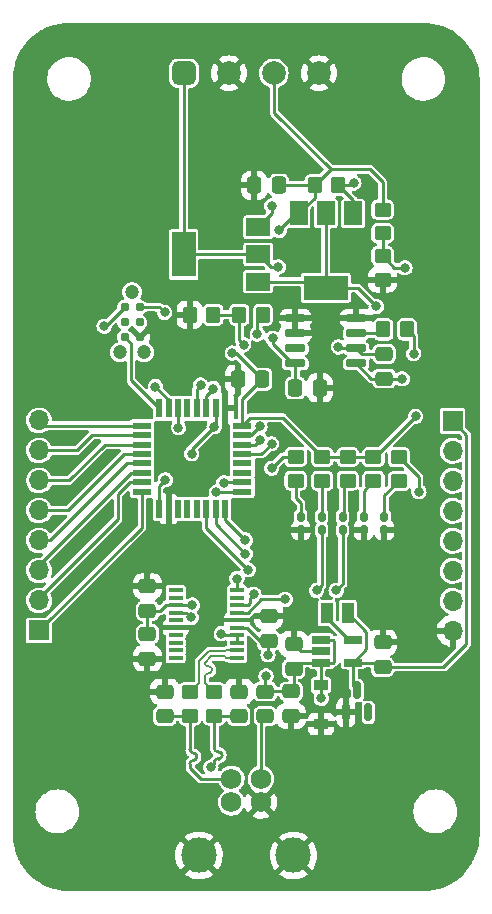
<source format=gbr>
%TF.GenerationSoftware,KiCad,Pcbnew,(6.0.10)*%
%TF.CreationDate,2023-02-16T14:40:38+00:00*%
%TF.ProjectId,Supplytest,53757070-6c79-4746-9573-742e6b696361,rev?*%
%TF.SameCoordinates,Original*%
%TF.FileFunction,Copper,L1,Top*%
%TF.FilePolarity,Positive*%
%FSLAX46Y46*%
G04 Gerber Fmt 4.6, Leading zero omitted, Abs format (unit mm)*
G04 Created by KiCad (PCBNEW (6.0.10)) date 2023-02-16 14:40:38*
%MOMM*%
%LPD*%
G01*
G04 APERTURE LIST*
G04 Aperture macros list*
%AMRoundRect*
0 Rectangle with rounded corners*
0 $1 Rounding radius*
0 $2 $3 $4 $5 $6 $7 $8 $9 X,Y pos of 4 corners*
0 Add a 4 corners polygon primitive as box body*
4,1,4,$2,$3,$4,$5,$6,$7,$8,$9,$2,$3,0*
0 Add four circle primitives for the rounded corners*
1,1,$1+$1,$2,$3*
1,1,$1+$1,$4,$5*
1,1,$1+$1,$6,$7*
1,1,$1+$1,$8,$9*
0 Add four rect primitives between the rounded corners*
20,1,$1+$1,$2,$3,$4,$5,0*
20,1,$1+$1,$4,$5,$6,$7,0*
20,1,$1+$1,$6,$7,$8,$9,0*
20,1,$1+$1,$8,$9,$2,$3,0*%
G04 Aperture macros list end*
%TA.AperFunction,SMDPad,CuDef*%
%ADD10R,1.200000X0.400000*%
%TD*%
%TA.AperFunction,ComponentPad*%
%ADD11R,1.700000X1.700000*%
%TD*%
%TA.AperFunction,ComponentPad*%
%ADD12O,1.700000X1.700000*%
%TD*%
%TA.AperFunction,SMDPad,CuDef*%
%ADD13RoundRect,0.250000X0.475000X-0.337500X0.475000X0.337500X-0.475000X0.337500X-0.475000X-0.337500X0*%
%TD*%
%TA.AperFunction,SMDPad,CuDef*%
%ADD14RoundRect,0.250000X-0.475000X0.337500X-0.475000X-0.337500X0.475000X-0.337500X0.475000X0.337500X0*%
%TD*%
%TA.AperFunction,SMDPad,CuDef*%
%ADD15R,2.000000X1.500000*%
%TD*%
%TA.AperFunction,SMDPad,CuDef*%
%ADD16R,2.000000X3.800000*%
%TD*%
%TA.AperFunction,SMDPad,CuDef*%
%ADD17R,1.020000X1.780000*%
%TD*%
%TA.AperFunction,SMDPad,CuDef*%
%ADD18RoundRect,0.160000X0.160000X-0.222500X0.160000X0.222500X-0.160000X0.222500X-0.160000X-0.222500X0*%
%TD*%
%TA.AperFunction,SMDPad,CuDef*%
%ADD19RoundRect,0.150000X0.725000X0.150000X-0.725000X0.150000X-0.725000X-0.150000X0.725000X-0.150000X0*%
%TD*%
%TA.AperFunction,SMDPad,CuDef*%
%ADD20RoundRect,0.250000X0.337500X0.475000X-0.337500X0.475000X-0.337500X-0.475000X0.337500X-0.475000X0*%
%TD*%
%TA.AperFunction,SMDPad,CuDef*%
%ADD21RoundRect,0.250000X-0.450000X0.350000X-0.450000X-0.350000X0.450000X-0.350000X0.450000X0.350000X0*%
%TD*%
%TA.AperFunction,SMDPad,CuDef*%
%ADD22RoundRect,0.150000X0.150000X-0.587500X0.150000X0.587500X-0.150000X0.587500X-0.150000X-0.587500X0*%
%TD*%
%TA.AperFunction,ComponentPad*%
%ADD23C,1.750000*%
%TD*%
%TA.AperFunction,ComponentPad*%
%ADD24C,3.000000*%
%TD*%
%TA.AperFunction,SMDPad,CuDef*%
%ADD25RoundRect,0.250000X0.350000X0.450000X-0.350000X0.450000X-0.350000X-0.450000X0.350000X-0.450000X0*%
%TD*%
%TA.AperFunction,SMDPad,CuDef*%
%ADD26R,1.560000X0.650000*%
%TD*%
%TA.AperFunction,SMDPad,CuDef*%
%ADD27R,1.500000X2.000000*%
%TD*%
%TA.AperFunction,SMDPad,CuDef*%
%ADD28R,3.800000X2.000000*%
%TD*%
%TA.AperFunction,ComponentPad*%
%ADD29C,1.200000*%
%TD*%
%TA.AperFunction,SMDPad,CuDef*%
%ADD30C,0.787000*%
%TD*%
%TA.AperFunction,ComponentPad*%
%ADD31RoundRect,0.500000X-0.500000X-0.500000X0.500000X-0.500000X0.500000X0.500000X-0.500000X0.500000X0*%
%TD*%
%TA.AperFunction,ComponentPad*%
%ADD32C,2.000000*%
%TD*%
%TA.AperFunction,SMDPad,CuDef*%
%ADD33RoundRect,0.250000X0.450000X-0.350000X0.450000X0.350000X-0.450000X0.350000X-0.450000X-0.350000X0*%
%TD*%
%TA.AperFunction,SMDPad,CuDef*%
%ADD34R,0.550000X1.600000*%
%TD*%
%TA.AperFunction,SMDPad,CuDef*%
%ADD35R,1.600000X0.550000*%
%TD*%
%TA.AperFunction,SMDPad,CuDef*%
%ADD36R,1.200000X0.900000*%
%TD*%
%TA.AperFunction,ViaPad*%
%ADD37C,0.800000*%
%TD*%
%TA.AperFunction,Conductor*%
%ADD38C,0.250000*%
%TD*%
%TA.AperFunction,Conductor*%
%ADD39C,0.200000*%
%TD*%
G04 APERTURE END LIST*
D10*
%TO.P,U4,1,~{DTR}*%
%TO.N,unconnected-(U4-Pad1)*%
X201290000Y-105090000D03*
%TO.P,U4,2,~{RTS}*%
%TO.N,unconnected-(U4-Pad2)*%
X201290000Y-105725000D03*
%TO.P,U4,3,VCCIO*%
%TO.N,+3.3VP*%
X201290000Y-106360000D03*
%TO.P,U4,4,RXD*%
%TO.N,UART_TX*%
X201290000Y-106995000D03*
%TO.P,U4,5,~{RI}*%
%TO.N,unconnected-(U4-Pad5)*%
X201290000Y-107630000D03*
%TO.P,U4,6,GND*%
%TO.N,GND*%
X201290000Y-108265000D03*
%TO.P,U4,7,~{DSR}*%
%TO.N,unconnected-(U4-Pad7)*%
X201290000Y-108900000D03*
%TO.P,U4,8,~{DCD}*%
%TO.N,unconnected-(U4-Pad8)*%
X201290000Y-109535000D03*
%TO.P,U4,9,~{CTS}*%
%TO.N,unconnected-(U4-Pad9)*%
X201290000Y-110170000D03*
%TO.P,U4,10,CBUS2*%
%TO.N,unconnected-(U4-Pad10)*%
X201290000Y-110805000D03*
%TO.P,U4,11,USBDP*%
%TO.N,D+*%
X206490000Y-110805000D03*
%TO.P,U4,12,USBDM*%
%TO.N,D-*%
X206490000Y-110170000D03*
%TO.P,U4,13,3V3OUT*%
%TO.N,+3.3VP*%
X206490000Y-109535000D03*
%TO.P,U4,14,~{RESET}*%
X206490000Y-108900000D03*
%TO.P,U4,15,VCC*%
%TO.N,+5V*%
X206490000Y-108265000D03*
%TO.P,U4,16,GND*%
%TO.N,GND*%
X206490000Y-107630000D03*
%TO.P,U4,17,CBUS1*%
%TO.N,TXL*%
X206490000Y-106995000D03*
%TO.P,U4,18,CBUS0*%
%TO.N,RXL*%
X206490000Y-106360000D03*
%TO.P,U4,19,CBUS3*%
%TO.N,unconnected-(U4-Pad19)*%
X206490000Y-105725000D03*
%TO.P,U4,20,TXD*%
%TO.N,UART_RX*%
X206490000Y-105090000D03*
%TD*%
D11*
%TO.P,J2,1,Pin_1*%
%TO.N,+3V3*%
X224734286Y-90762500D03*
D12*
%TO.P,J2,2,Pin_2*%
%TO.N,PA5*%
X224734286Y-93302500D03*
%TO.P,J2,3,Pin_3*%
%TO.N,PA6*%
X224734286Y-95842500D03*
%TO.P,J2,4,Pin_4*%
%TO.N,PA7*%
X224734286Y-98382500D03*
%TO.P,J2,5,Pin_5*%
%TO.N,PD4*%
X224734286Y-100922500D03*
%TO.P,J2,6,Pin_6*%
%TO.N,PD5*%
X224734286Y-103462500D03*
%TO.P,J2,7,Pin_7*%
%TO.N,PD6*%
X224734286Y-106002500D03*
%TO.P,J2,8,Pin_8*%
%TO.N,GND*%
X224734286Y-108542500D03*
%TD*%
D11*
%TO.P,J1,1,Pin_1*%
%TO.N,Net-(J1-Pad1)*%
X189734286Y-108512500D03*
D12*
%TO.P,J1,2,Pin_2*%
%TO.N,Net-(J1-Pad2)*%
X189734286Y-105972500D03*
%TO.P,J1,3,Pin_3*%
%TO.N,Net-(J1-Pad3)*%
X189734286Y-103432500D03*
%TO.P,J1,4,Pin_4*%
%TO.N,Net-(J1-Pad4)*%
X189734286Y-100892500D03*
%TO.P,J1,5,Pin_5*%
%TO.N,Net-(J1-Pad5)*%
X189734286Y-98352500D03*
%TO.P,J1,6,Pin_6*%
%TO.N,Net-(J1-Pad6)*%
X189734286Y-95812500D03*
%TO.P,J1,7,Pin_7*%
%TO.N,Net-(J1-Pad7)*%
X189734286Y-93272500D03*
%TO.P,J1,8,Pin_8*%
%TO.N,Net-(J1-Pad8)*%
X189734286Y-90732500D03*
%TD*%
D13*
%TO.P,C10,1*%
%TO.N,+5V*%
X209170000Y-109375000D03*
%TO.P,C10,2*%
%TO.N,GND*%
X209170000Y-107300000D03*
%TD*%
D14*
%TO.P,FB1,1*%
%TO.N,+5V*%
X208880000Y-113690000D03*
%TO.P,FB1,2*%
%TO.N,Net-(FB1-Pad2)*%
X208880000Y-115765000D03*
%TD*%
D15*
%TO.P,Q2,1,B*%
%TO.N,Net-(C3-Pad1)*%
X208270000Y-78967500D03*
D16*
%TO.P,Q2,2,C*%
%TO.N,VDC*%
X201970000Y-76667500D03*
D15*
X208270000Y-76667500D03*
%TO.P,Q2,3,E*%
%TO.N,Net-(Q1-Pad1)*%
X208270000Y-74367500D03*
%TD*%
D17*
%TO.P,L1,1*%
%TO.N,Net-(L1-Pad1)*%
X214080000Y-107037500D03*
%TO.P,L1,2*%
%TO.N,+3V3*%
X215860000Y-107037500D03*
%TD*%
D18*
%TO.P,D5,1,K*%
%TO.N,GND*%
X217200976Y-100010000D03*
%TO.P,D5,2,A*%
%TO.N,Net-(D5-Pad2)*%
X217200976Y-98865000D03*
%TD*%
D19*
%TO.P,U1,1*%
%TO.N,Net-(C3-Pad1)*%
X216575000Y-85902500D03*
%TO.P,U1,2,-*%
%TO.N,Net-(C3-Pad2)*%
X216575000Y-84632500D03*
%TO.P,U1,3,+*%
%TO.N,Net-(R1-Pad2)*%
X216575000Y-83362500D03*
%TO.P,U1,4,V-*%
%TO.N,GND*%
X216575000Y-82092500D03*
%TO.P,U1,5,+*%
X211425000Y-82092500D03*
%TO.P,U1,6,-*%
X211425000Y-83362500D03*
%TO.P,U1,7*%
%TO.N,unconnected-(U1-Pad7)*%
X211425000Y-84632500D03*
%TO.P,U1,8,V+*%
%TO.N,VDC*%
X211425000Y-85902500D03*
%TD*%
D20*
%TO.P,C1,1*%
%TO.N,GND*%
X213497500Y-87977500D03*
%TO.P,C1,2*%
%TO.N,VDC*%
X211422500Y-87977500D03*
%TD*%
D21*
%TO.P,R11,1*%
%TO.N,+3V3*%
X218040000Y-93837500D03*
%TO.P,R11,2*%
%TO.N,Net-(D5-Pad2)*%
X218040000Y-95837500D03*
%TD*%
D13*
%TO.P,C3,1*%
%TO.N,Net-(C3-Pad1)*%
X218940000Y-87185000D03*
%TO.P,C3,2*%
%TO.N,Net-(C3-Pad2)*%
X218940000Y-85110000D03*
%TD*%
D22*
%TO.P,D4,1,K*%
%TO.N,+3V3*%
X216660000Y-113580000D03*
%TO.P,D4,2,A*%
%TO.N,GND*%
X215710000Y-115455000D03*
%TO.P,D4,3*%
%TO.N,N/C*%
X217610000Y-115455000D03*
%TD*%
D23*
%TO.P,J3,1,VBUS*%
%TO.N,Net-(FB1-Pad2)*%
X208520000Y-121067500D03*
%TO.P,J3,2,D-*%
%TO.N,Net-(C6-Pad1)*%
X206020000Y-121067500D03*
%TO.P,J3,3,D+*%
%TO.N,Net-(C4-Pad1)*%
X206020000Y-123067500D03*
%TO.P,J3,4,GND*%
%TO.N,GND*%
X208520000Y-123067500D03*
D24*
%TO.P,J3,5,Shield*%
X203270000Y-127557500D03*
X211270000Y-127557500D03*
%TD*%
D14*
%TO.P,C9,1*%
%TO.N,+3.3VP*%
X198900000Y-108815000D03*
%TO.P,C9,2*%
%TO.N,GND*%
X198900000Y-110890000D03*
%TD*%
D21*
%TO.P,R13,1*%
%TO.N,+3V3*%
X215860000Y-93817500D03*
%TO.P,R13,2*%
%TO.N,Net-(D7-Pad2)*%
X215860000Y-95817500D03*
%TD*%
D25*
%TO.P,R1,1*%
%TO.N,DAC_OUT*%
X220880000Y-83017500D03*
%TO.P,R1,2*%
%TO.N,Net-(R1-Pad2)*%
X218880000Y-83017500D03*
%TD*%
%TO.P,R4,1*%
%TO.N,VOUT*%
X208690000Y-81777500D03*
%TO.P,R4,2*%
%TO.N,Net-(C3-Pad2)*%
X206690000Y-81777500D03*
%TD*%
D21*
%TO.P,R10,1*%
%TO.N,+5V*%
X220200000Y-93847500D03*
%TO.P,R10,2*%
%TO.N,Net-(D3-Pad2)*%
X220200000Y-95847500D03*
%TD*%
D26*
%TO.P,U3,1,Vin*%
%TO.N,+5V*%
X213620000Y-109327500D03*
%TO.P,U3,2,GND*%
%TO.N,GND*%
X213620000Y-110277500D03*
%TO.P,U3,3,EN*%
%TO.N,+5V*%
X213620000Y-111227500D03*
%TO.P,U3,4,FB*%
%TO.N,+3V3*%
X216320000Y-111227500D03*
%TO.P,U3,5,SW*%
%TO.N,Net-(L1-Pad1)*%
X216320000Y-109327500D03*
%TD*%
D20*
%TO.P,C7,1*%
%TO.N,VOUT*%
X210027500Y-70817500D03*
%TO.P,C7,2*%
%TO.N,GND*%
X207952500Y-70817500D03*
%TD*%
D18*
%TO.P,D6,1,K*%
%TO.N,RXL*%
X213659024Y-100010000D03*
%TO.P,D6,2,A*%
%TO.N,Net-(D6-Pad2)*%
X213659024Y-98865000D03*
%TD*%
D21*
%TO.P,R8,1*%
%TO.N,ADC_OUT*%
X218810000Y-76797500D03*
%TO.P,R8,2*%
%TO.N,GND*%
X218810000Y-78797500D03*
%TD*%
D25*
%TO.P,R5,1*%
%TO.N,Net-(C3-Pad2)*%
X204478095Y-81787500D03*
%TO.P,R5,2*%
%TO.N,GND*%
X202478095Y-81787500D03*
%TD*%
D27*
%TO.P,Q1,1,B*%
%TO.N,Net-(Q1-Pad1)*%
X216310000Y-73207500D03*
D28*
%TO.P,Q1,2,C*%
%TO.N,Net-(C3-Pad1)*%
X214010000Y-79507500D03*
D27*
X214010000Y-73207500D03*
%TO.P,Q1,3,E*%
%TO.N,VOUT*%
X211710000Y-73207500D03*
%TD*%
D13*
%TO.P,C4,1*%
%TO.N,Net-(C4-Pad1)*%
X206660000Y-115755000D03*
%TO.P,C4,2*%
%TO.N,GND*%
X206660000Y-113680000D03*
%TD*%
%TO.P,C8,1*%
%TO.N,+5V*%
X211290000Y-111755000D03*
%TO.P,C8,2*%
%TO.N,GND*%
X211290000Y-109680000D03*
%TD*%
D29*
%TO.P,J5,*%
%TO.N,*%
X196594000Y-84942500D03*
X197610000Y-79862500D03*
X198626000Y-84942500D03*
D30*
%TO.P,J5,1,DATA*%
%TO.N,PDI_DATA*%
X196975000Y-81132500D03*
%TO.P,J5,2,VCC*%
%TO.N,+3V3*%
X198245000Y-81132500D03*
%TO.P,J5,3,NC*%
%TO.N,unconnected-(J5-Pad3)*%
X196975000Y-82402500D03*
%TO.P,J5,4,NC*%
%TO.N,unconnected-(J5-Pad4)*%
X198245000Y-82402500D03*
%TO.P,J5,5,CLOCK*%
%TO.N,PDI_CLK*%
X196975000Y-83672500D03*
%TO.P,J5,6,GND*%
%TO.N,GND*%
X198245000Y-83672500D03*
%TD*%
D18*
%TO.P,D7,1,K*%
%TO.N,TXL*%
X215430000Y-100010000D03*
%TO.P,D7,2,A*%
%TO.N,Net-(D7-Pad2)*%
X215430000Y-98865000D03*
%TD*%
D21*
%TO.P,R12,1*%
%TO.N,+3V3*%
X213700000Y-93827500D03*
%TO.P,R12,2*%
%TO.N,Net-(D6-Pad2)*%
X213700000Y-95827500D03*
%TD*%
D31*
%TO.P,J4,1,Pin_1*%
%TO.N,VDC*%
X201995000Y-61337500D03*
D32*
%TO.P,J4,2,Pin_2*%
%TO.N,GND*%
X205805000Y-61337500D03*
%TO.P,J4,3,Pin_3*%
%TO.N,VOUT*%
X209615000Y-61337500D03*
%TO.P,J4,4,Pin_4*%
%TO.N,GND*%
X213425000Y-61337500D03*
%TD*%
D25*
%TO.P,R3,1*%
%TO.N,Net-(Q1-Pad1)*%
X215060000Y-70807500D03*
%TO.P,R3,2*%
%TO.N,VOUT*%
X213060000Y-70807500D03*
%TD*%
D14*
%TO.P,C5,1*%
%TO.N,+5V*%
X211070000Y-113670000D03*
%TO.P,C5,2*%
%TO.N,GND*%
X211070000Y-115745000D03*
%TD*%
D33*
%TO.P,R6,1*%
%TO.N,Net-(C4-Pad1)*%
X204560000Y-115717500D03*
%TO.P,R6,2*%
%TO.N,D+*%
X204560000Y-113717500D03*
%TD*%
D18*
%TO.P,D3,1,K*%
%TO.N,GND*%
X218971953Y-100010000D03*
%TO.P,D3,2,A*%
%TO.N,Net-(D3-Pad2)*%
X218971953Y-98865000D03*
%TD*%
D33*
%TO.P,R9,1*%
%TO.N,Net-(C6-Pad1)*%
X202500000Y-115717500D03*
%TO.P,R9,2*%
%TO.N,D-*%
X202500000Y-113717500D03*
%TD*%
D13*
%TO.P,C12,1*%
%TO.N,+3.3VP*%
X198910000Y-106850000D03*
%TO.P,C12,2*%
%TO.N,GND*%
X198910000Y-104775000D03*
%TD*%
D21*
%TO.P,R2,1*%
%TO.N,Net-(R2-Pad1)*%
X211450000Y-93817500D03*
%TO.P,R2,2*%
%TO.N,Net-(D1-Pad2)*%
X211450000Y-95817500D03*
%TD*%
D18*
%TO.P,D1,1,K*%
%TO.N,GND*%
X211888048Y-100010000D03*
%TO.P,D1,2,A*%
%TO.N,Net-(D1-Pad2)*%
X211888048Y-98865000D03*
%TD*%
D20*
%TO.P,C2,1*%
%TO.N,+3V3*%
X208637500Y-87227500D03*
%TO.P,C2,2*%
%TO.N,GND*%
X206562500Y-87227500D03*
%TD*%
D13*
%TO.P,C6,1*%
%TO.N,Net-(C6-Pad1)*%
X200380000Y-115755000D03*
%TO.P,C6,2*%
%TO.N,GND*%
X200380000Y-113680000D03*
%TD*%
D21*
%TO.P,R7,1*%
%TO.N,VOUT*%
X218810000Y-72877500D03*
%TO.P,R7,2*%
%TO.N,ADC_OUT*%
X218810000Y-74877500D03*
%TD*%
D34*
%TO.P,U2,1,GND*%
%TO.N,GND*%
X205490000Y-89717500D03*
%TO.P,U2,2,PA4*%
%TO.N,PA4*%
X204690000Y-89717500D03*
%TO.P,U2,3,PA3*%
%TO.N,ADC_OUT*%
X203890000Y-89717500D03*
%TO.P,U2,4,PA2*%
%TO.N,DAC_OUT*%
X203090000Y-89717500D03*
%TO.P,U2,5,PA1*%
%TO.N,unconnected-(U2-Pad5)*%
X202290000Y-89717500D03*
%TO.P,U2,6,AREF/PA0*%
%TO.N,Net-(R2-Pad1)*%
X201490000Y-89717500D03*
%TO.P,U2,7,PDI_DATA*%
%TO.N,PDI_DATA*%
X200690000Y-89717500D03*
%TO.P,U2,8,~{RESET}/PDI_CLK*%
%TO.N,PDI_CLK*%
X199890000Y-89717500D03*
D35*
%TO.P,U2,9,PC7*%
%TO.N,Net-(J1-Pad8)*%
X198440000Y-91167500D03*
%TO.P,U2,10,PC6*%
%TO.N,Net-(J1-Pad7)*%
X198440000Y-91967500D03*
%TO.P,U2,11,PC5*%
%TO.N,Net-(J1-Pad6)*%
X198440000Y-92767500D03*
%TO.P,U2,12,PC4*%
%TO.N,Net-(J1-Pad5)*%
X198440000Y-93567500D03*
%TO.P,U2,13,PC3*%
%TO.N,Net-(J1-Pad4)*%
X198440000Y-94367500D03*
%TO.P,U2,14,PC2*%
%TO.N,Net-(J1-Pad3)*%
X198440000Y-95167500D03*
%TO.P,U2,15,PC1*%
%TO.N,Net-(J1-Pad2)*%
X198440000Y-95967500D03*
%TO.P,U2,16,PC0*%
%TO.N,Net-(J1-Pad1)*%
X198440000Y-96767500D03*
D34*
%TO.P,U2,17,VCC*%
%TO.N,+3V3*%
X199890000Y-98217500D03*
%TO.P,U2,18,GND*%
%TO.N,GND*%
X200690000Y-98217500D03*
%TO.P,U2,19,PR1/XTAL1*%
%TO.N,unconnected-(U2-Pad19)*%
X201490000Y-98217500D03*
%TO.P,U2,20,PR0/XTAL2*%
%TO.N,unconnected-(U2-Pad20)*%
X202290000Y-98217500D03*
%TO.P,U2,21,PD7*%
%TO.N,PD7*%
X203090000Y-98217500D03*
%TO.P,U2,22,PD6*%
%TO.N,PD6*%
X203890000Y-98217500D03*
%TO.P,U2,23,PD5*%
%TO.N,PD5*%
X204690000Y-98217500D03*
%TO.P,U2,24,PD4*%
%TO.N,PD4*%
X205490000Y-98217500D03*
D35*
%TO.P,U2,25,PD3*%
%TO.N,UART_TX*%
X206940000Y-96767500D03*
%TO.P,U2,26,PD2*%
%TO.N,UART_RX*%
X206940000Y-95967500D03*
%TO.P,U2,27,PD1*%
%TO.N,unconnected-(U2-Pad27)*%
X206940000Y-95167500D03*
%TO.P,U2,28,PD0/AREF*%
%TO.N,unconnected-(U2-Pad28)*%
X206940000Y-94367500D03*
%TO.P,U2,29,PA7*%
%TO.N,PA7*%
X206940000Y-93567500D03*
%TO.P,U2,30,PA6*%
%TO.N,PA6*%
X206940000Y-92767500D03*
%TO.P,U2,31,PA5*%
%TO.N,PA5*%
X206940000Y-91967500D03*
%TO.P,U2,32,AVCC*%
%TO.N,+3V3*%
X206940000Y-91167500D03*
%TD*%
D13*
%TO.P,C11,1*%
%TO.N,+3V3*%
X218810000Y-111605000D03*
%TO.P,C11,2*%
%TO.N,GND*%
X218810000Y-109530000D03*
%TD*%
D36*
%TO.P,D2,1,K*%
%TO.N,+5V*%
X213600000Y-113127500D03*
%TO.P,D2,2,A*%
%TO.N,GND*%
X213600000Y-116427500D03*
%TD*%
D37*
%TO.N,GND*%
X217839500Y-70949495D03*
X211112610Y-67532604D03*
X209222247Y-65642241D03*
X207326195Y-62738848D03*
X204915461Y-63250724D03*
X203315835Y-62910261D03*
X202940500Y-65354574D03*
X202940500Y-68027952D03*
X202940500Y-70701330D03*
X202940500Y-73374708D03*
X203815499Y-75529429D03*
X206321306Y-75697000D03*
X207484437Y-72645423D03*
X206264942Y-70643540D03*
X207847038Y-69005727D03*
X210393620Y-69247000D03*
X212614404Y-69263760D03*
X213039500Y-76229421D03*
X211637423Y-75053000D03*
X210318597Y-76525815D03*
X211839200Y-77699301D03*
X214980500Y-77604364D03*
X217003848Y-78351142D03*
X217370837Y-75709860D03*
X215180004Y-74970469D03*
X211270274Y-80619782D03*
X219602751Y-81037757D03*
X221289500Y-79769494D03*
X213380367Y-83412478D03*
X214719307Y-81383087D03*
X203947914Y-83812919D03*
X205591989Y-83035965D03*
X208260494Y-85478000D03*
X214304413Y-85485761D03*
X210150173Y-86889625D03*
X216569228Y-88007000D03*
X215300173Y-86889625D03*
X200076157Y-84925697D03*
X200263275Y-86816788D03*
X202123497Y-87886400D03*
X203702319Y-85991065D03*
X201660535Y-84270529D03*
X199574416Y-82565764D03*
X192811695Y-59435129D03*
X194609527Y-61095766D03*
X194066497Y-63483526D03*
X191728125Y-64206424D03*
X189933260Y-62543469D03*
X190472025Y-60155283D03*
X222811691Y-59435128D03*
X224609526Y-61095763D03*
X224066499Y-63483524D03*
X221728127Y-64206424D03*
X219933260Y-62543470D03*
X220472025Y-60155283D03*
X226424500Y-87889484D03*
X226424500Y-85331009D03*
X226424500Y-82772534D03*
X226424500Y-80214059D03*
X226424500Y-77655584D03*
X226424500Y-75097109D03*
X226424500Y-72538634D03*
X226424500Y-69980159D03*
X226424500Y-67421684D03*
X226424500Y-64863209D03*
X226424500Y-62304734D03*
X225914091Y-59832712D03*
X224095872Y-58091882D03*
X221603291Y-57665500D03*
X219044816Y-57665500D03*
X216486341Y-57665500D03*
X213927866Y-57665500D03*
X211369391Y-57665500D03*
X208810916Y-57665500D03*
X206252441Y-57665500D03*
X203693966Y-57665500D03*
X201135491Y-57665500D03*
X198577016Y-57665500D03*
X196018541Y-57665500D03*
X193460066Y-57665500D03*
X190927160Y-57892027D03*
X188903750Y-59389904D03*
X188120310Y-61781850D03*
X188115500Y-64339852D03*
X188115500Y-66898327D03*
X188115500Y-69456802D03*
X188115500Y-72015277D03*
X188115500Y-74573752D03*
X188115500Y-77132227D03*
X188115500Y-79690702D03*
X188115500Y-82249177D03*
X188115500Y-84807652D03*
X188115500Y-87366127D03*
X188115500Y-89924602D03*
X189833008Y-89038069D03*
X191878535Y-90197000D03*
X194437010Y-90197000D03*
X198292836Y-89492830D03*
X196563097Y-87647377D03*
X194785042Y-86035036D03*
X194259500Y-83685541D03*
X194830768Y-81562424D03*
X196172786Y-79707914D03*
X198002548Y-78468146D03*
X206496141Y-80232000D03*
X206513248Y-77828200D03*
X204099726Y-77638000D03*
X202959908Y-79412999D03*
X200443508Y-79232584D03*
X200124500Y-76775115D03*
X200295078Y-74255730D03*
X200999500Y-72176823D03*
X200999500Y-69618348D03*
X200999500Y-67059873D03*
X200999500Y-64501398D03*
X200227970Y-62291309D03*
X200568280Y-59861315D03*
X204523957Y-59667710D03*
X208328640Y-60013929D03*
X212084077Y-59733894D03*
X214464194Y-59501998D03*
X215513439Y-61654231D03*
X213873106Y-63397819D03*
X210585500Y-63436167D03*
X211811719Y-65486725D03*
X213620834Y-67295840D03*
X215685915Y-68487000D03*
X218206237Y-68589774D03*
X219781573Y-70499119D03*
X220355500Y-72841102D03*
X220354840Y-75302820D03*
X221465988Y-76821784D03*
X223036093Y-78775854D03*
X223230500Y-81261620D03*
X223230500Y-83820095D03*
X223230500Y-86378570D03*
X223613486Y-89104301D03*
X202995000Y-91430006D03*
X192523006Y-92302000D03*
X188122425Y-91274090D03*
X205294501Y-92267875D03*
X201421347Y-93276537D03*
X200279449Y-91360575D03*
X191833006Y-94842000D03*
X188122437Y-93814126D03*
X203935023Y-95115017D03*
X201561402Y-96479788D03*
X212649207Y-97096299D03*
X191763006Y-97382000D03*
X188122439Y-96354132D03*
X188122427Y-98894093D03*
X212688524Y-101437000D03*
X207971989Y-99853121D03*
X210460049Y-100276956D03*
X210541360Y-97650611D03*
X209030489Y-95955617D03*
X208010800Y-97850699D03*
X220296345Y-99275335D03*
X219747469Y-101437000D03*
X222547757Y-101437000D03*
X222664744Y-99347153D03*
X220766994Y-97309444D03*
X218233186Y-101364434D03*
X216462209Y-101364434D03*
X191311779Y-102781819D03*
X193373071Y-100741935D03*
X195449500Y-98665506D03*
X188122431Y-101434106D03*
X188122431Y-103974106D03*
X191373926Y-105486068D03*
X193147559Y-103726733D03*
X194949807Y-101924485D03*
X196752055Y-100122237D03*
X197469500Y-97870650D03*
X202700500Y-102435062D03*
X202882190Y-105119075D03*
X204797428Y-107042434D03*
X205197257Y-104404903D03*
X204684857Y-102001261D03*
X202920027Y-99895813D03*
X188122426Y-106514091D03*
X211286231Y-106905223D03*
X212569200Y-108194301D03*
X203921718Y-108911713D03*
X220635590Y-105368000D03*
X217215499Y-106372672D03*
X218777953Y-107879233D03*
X220641525Y-109101391D03*
X221373278Y-110634500D03*
X223719164Y-110217184D03*
X222852689Y-108000260D03*
X223062318Y-105703027D03*
X207360800Y-111813199D03*
X201954404Y-112273760D03*
X214980528Y-112195548D03*
X218006501Y-113287000D03*
X220688006Y-113287000D03*
X203543987Y-117012363D03*
X206472673Y-119403255D03*
X207549500Y-118021658D03*
X205584207Y-117011299D03*
X224418544Y-121660230D03*
X224566313Y-125895122D03*
X222120179Y-125982362D03*
X220825867Y-123905188D03*
X221971701Y-121741919D03*
X192418544Y-121660230D03*
X193715692Y-123734926D03*
X192566312Y-125895122D03*
X190120178Y-125982361D03*
X189971701Y-121741919D03*
X198165923Y-101453358D03*
X196356052Y-103263229D03*
X194546180Y-105073101D03*
X192736309Y-106882971D03*
X191429786Y-108901335D03*
X189820564Y-110208000D03*
X188115500Y-110394241D03*
X188115500Y-112953785D03*
X188115500Y-115513329D03*
X188115500Y-118072873D03*
X188115500Y-120632417D03*
X188115500Y-123191961D03*
X188118384Y-125751222D03*
X188842492Y-128163653D03*
X190827738Y-129714497D03*
X193356159Y-129974500D03*
X195915703Y-129974500D03*
X198475247Y-129974500D03*
X201253093Y-129207425D03*
X200770489Y-126799138D03*
X202503380Y-125063360D03*
X205867700Y-127789415D03*
X204528090Y-129843000D03*
X206501337Y-129974500D03*
X209235406Y-129188245D03*
X208779326Y-126774593D03*
X212930038Y-125554151D03*
X213865380Y-127815402D03*
X212505567Y-129856161D03*
X214527423Y-129974500D03*
X217086967Y-129974500D03*
X219646511Y-129974500D03*
X222205684Y-129970728D03*
X224617488Y-129245065D03*
X226166237Y-127258060D03*
X226424500Y-124729292D03*
X226424500Y-122169748D03*
X226424500Y-119610204D03*
X226424500Y-117050660D03*
X226424500Y-114491116D03*
X225615947Y-111324047D03*
X223737288Y-112982706D03*
X221927417Y-114792577D03*
X219539522Y-115228000D03*
X218332886Y-116862873D03*
X215999372Y-117293870D03*
X213777162Y-117979240D03*
X211488483Y-117440499D03*
X209490500Y-117654955D03*
X209898080Y-120037310D03*
X210388530Y-122392087D03*
X209687420Y-124666568D03*
X207310724Y-124632548D03*
X205025078Y-124472036D03*
X203908482Y-122328476D03*
X201916667Y-120936661D03*
X201524883Y-118579683D03*
X200562218Y-117188000D03*
X198809500Y-115917493D03*
X198552096Y-113486241D03*
X197362182Y-112079774D03*
X197379377Y-109679580D03*
X197339532Y-107251227D03*
X197121053Y-104808406D03*
X198473883Y-103079501D03*
X200651335Y-103942108D03*
X200759500Y-101666903D03*
X199818598Y-99955212D03*
%TO.N,+3V3*%
X202640000Y-93557500D03*
X200410000Y-95757500D03*
%TO.N,+5V*%
X213620000Y-114257500D03*
X221890000Y-96747500D03*
%TO.N,TXL*%
X214880000Y-105122000D03*
X210560000Y-105887500D03*
%TO.N,RXL*%
X207910000Y-105457500D03*
X213230000Y-105122000D03*
%TO.N,Net-(R2-Pad1)*%
X201530000Y-91337500D03*
X209410000Y-94767500D03*
%TO.N,+3V3*%
X221602299Y-90365201D03*
%TO.N,PD6*%
X207429118Y-103373028D03*
%TO.N,PD5*%
X207204500Y-102017500D03*
%TO.N,PD4*%
X207204500Y-100837500D03*
%TO.N,PA7*%
X209420000Y-92707500D03*
%TO.N,PA6*%
X208470000Y-92347500D03*
%TO.N,PA5*%
X208430000Y-91217500D03*
%TO.N,+3V3*%
X204550000Y-91247500D03*
%TO.N,UART_RX*%
X206480000Y-104117500D03*
X205381145Y-96002476D03*
%TO.N,UART_TX*%
X204750000Y-96777500D03*
X202610000Y-107397500D03*
%TO.N,PDI_DATA*%
X195230000Y-82747500D03*
X199570000Y-87857500D03*
%TO.N,+3V3*%
X200350000Y-81587500D03*
X206090000Y-85017500D03*
%TO.N,ADC_OUT*%
X220700000Y-77807500D03*
X204490000Y-88027500D03*
%TO.N,DAC_OUT*%
X221450000Y-85087500D03*
X203400000Y-87717500D03*
%TO.N,Net-(C3-Pad1)*%
X220470000Y-87207500D03*
X218270000Y-81077500D03*
%TO.N,VOUT*%
X208210000Y-83407500D03*
X210080000Y-74647500D03*
%TO.N,Net-(Q1-Pad1)*%
X209430000Y-72567500D03*
X216380000Y-70617500D03*
%TO.N,VDC*%
X209990000Y-77727500D03*
X209500000Y-83783000D03*
%TO.N,Net-(C3-Pad2)*%
X215080000Y-84507500D03*
X207060000Y-84317500D03*
%TO.N,Net-(C4-Pad1)*%
X204280000Y-120087500D03*
%TO.N,+5V*%
X209110000Y-110557500D03*
X208940000Y-112357500D03*
%TO.N,+3.3VP*%
X202710000Y-106357500D03*
X205160000Y-108777500D03*
%TD*%
D38*
%TO.N,GND*%
X211887500Y-110277500D02*
X211290000Y-109680000D01*
X213620000Y-110277500D02*
X211887500Y-110277500D01*
%TO.N,VDC*%
X201970000Y-61362500D02*
X201970000Y-76667500D01*
X201995000Y-61337500D02*
X201970000Y-61362500D01*
%TO.N,VOUT*%
X209615000Y-64662500D02*
X209615000Y-61337500D01*
X214410000Y-69457500D02*
X209615000Y-64662500D01*
X213063095Y-70804405D02*
X213060000Y-70807500D01*
%TO.N,+3V3*%
X202640000Y-93157500D02*
X204550000Y-91247500D01*
X199890000Y-96277500D02*
X200410000Y-95757500D01*
X199890000Y-98217500D02*
X199890000Y-96277500D01*
X202640000Y-93557500D02*
X202640000Y-93157500D01*
X223962500Y-111605000D02*
X218810000Y-111605000D01*
X225909286Y-109658214D02*
X223962500Y-111605000D01*
X225909286Y-91937500D02*
X225909286Y-109658214D01*
X224734286Y-90762500D02*
X225909286Y-91937500D01*
X210365000Y-90492500D02*
X213700000Y-93827500D01*
X207615000Y-90492500D02*
X210365000Y-90492500D01*
X206940000Y-91167500D02*
X207615000Y-90492500D01*
%TO.N,+5V*%
X213620000Y-113147500D02*
X213600000Y-113127500D01*
X221890000Y-95537500D02*
X221890000Y-96747500D01*
X213620000Y-114257500D02*
X213620000Y-113147500D01*
X220200000Y-93847500D02*
X221890000Y-95537500D01*
%TO.N,TXL*%
X215430000Y-104572000D02*
X215430000Y-100010000D01*
X208546396Y-105887500D02*
X210560000Y-105887500D01*
X207438896Y-106995000D02*
X208546396Y-105887500D01*
X206490000Y-106995000D02*
X207438896Y-106995000D01*
X214880000Y-105122000D02*
X215430000Y-104572000D01*
%TO.N,RXL*%
X207437500Y-106360000D02*
X207580000Y-106217500D01*
X206490000Y-106360000D02*
X207437500Y-106360000D01*
X207580000Y-105787500D02*
X207580000Y-106217500D01*
X207910000Y-105457500D02*
X207580000Y-105787500D01*
X213659024Y-104692976D02*
X213230000Y-105122000D01*
X213659024Y-100010000D02*
X213659024Y-104692976D01*
%TO.N,Net-(R2-Pad1)*%
X201530000Y-89757500D02*
X201490000Y-89717500D01*
X201530000Y-91337500D02*
X201530000Y-89757500D01*
X210360000Y-93817500D02*
X209410000Y-94767500D01*
X211450000Y-93817500D02*
X210360000Y-93817500D01*
%TO.N,+3V3*%
X218130000Y-93837500D02*
X221602299Y-90365201D01*
X218040000Y-93837500D02*
X218130000Y-93837500D01*
X213710000Y-93817500D02*
X213700000Y-93827500D01*
X215860000Y-93817500D02*
X213710000Y-93817500D01*
X215880000Y-93837500D02*
X215860000Y-93817500D01*
X218040000Y-93837500D02*
X215880000Y-93837500D01*
%TO.N,Net-(D7-Pad2)*%
X215520000Y-98775000D02*
X215430000Y-98865000D01*
X215520000Y-96157500D02*
X215520000Y-98775000D01*
X215860000Y-95817500D02*
X215520000Y-96157500D01*
%TO.N,Net-(D1-Pad2)*%
X211900000Y-98853048D02*
X211888048Y-98865000D01*
X211900000Y-97737500D02*
X211900000Y-98853048D01*
X211450000Y-97287500D02*
X211900000Y-97737500D01*
X211450000Y-95817500D02*
X211450000Y-97287500D01*
%TO.N,Net-(D3-Pad2)*%
X218971953Y-97075547D02*
X218971953Y-98865000D01*
X220200000Y-95847500D02*
X218971953Y-97075547D01*
%TO.N,Net-(D5-Pad2)*%
X217200976Y-96676524D02*
X217200976Y-98865000D01*
X218040000Y-95837500D02*
X217200976Y-96676524D01*
%TO.N,Net-(D6-Pad2)*%
X213700000Y-95827500D02*
X213700000Y-98824024D01*
X213700000Y-98824024D02*
X213659024Y-98865000D01*
%TO.N,Net-(J1-Pad2)*%
X196420000Y-96937500D02*
X196420000Y-99067500D01*
X196420000Y-99067500D02*
X189734286Y-105753214D01*
X198440000Y-95967500D02*
X197390000Y-95967500D01*
X197390000Y-95967500D02*
X196420000Y-96937500D01*
X189734286Y-105753214D02*
X189734286Y-105972500D01*
%TO.N,Net-(J1-Pad3)*%
X189734286Y-102986818D02*
X189734286Y-103432500D01*
X197553604Y-95167500D02*
X189734286Y-102986818D01*
X198440000Y-95167500D02*
X197553604Y-95167500D01*
%TO.N,Net-(J1-Pad4)*%
X197170000Y-94367500D02*
X198440000Y-94367500D01*
X190645000Y-100892500D02*
X197170000Y-94367500D01*
X189734286Y-100892500D02*
X190645000Y-100892500D01*
%TO.N,Net-(J1-Pad1)*%
X198440000Y-99806786D02*
X189734286Y-108512500D01*
X198440000Y-96767500D02*
X198440000Y-99806786D01*
%TO.N,Net-(J1-Pad5)*%
X192165000Y-98352500D02*
X189734286Y-98352500D01*
X196950000Y-93567500D02*
X192165000Y-98352500D01*
X198440000Y-93567500D02*
X196950000Y-93567500D01*
%TO.N,Net-(J1-Pad6)*%
X195280000Y-92767500D02*
X192235000Y-95812500D01*
X198440000Y-92767500D02*
X195280000Y-92767500D01*
X192235000Y-95812500D02*
X189734286Y-95812500D01*
%TO.N,Net-(J1-Pad7)*%
X192925000Y-93272500D02*
X189734286Y-93272500D01*
X194230000Y-91967500D02*
X192925000Y-93272500D01*
X198440000Y-91967500D02*
X194230000Y-91967500D01*
%TO.N,Net-(J1-Pad8)*%
X190169286Y-91167500D02*
X189734286Y-90732500D01*
X198440000Y-91167500D02*
X190169286Y-91167500D01*
%TO.N,PD6*%
X203890000Y-99833910D02*
X207429118Y-103373028D01*
X203890000Y-98217500D02*
X203890000Y-99833910D01*
%TO.N,PD5*%
X204690000Y-99503000D02*
X207204500Y-102017500D01*
X204690000Y-98217500D02*
X204690000Y-99503000D01*
%TO.N,PD4*%
X207204500Y-100837500D02*
X205490000Y-99123000D01*
X205490000Y-99123000D02*
X205490000Y-98217500D01*
%TO.N,PA7*%
X208560000Y-93567500D02*
X209420000Y-92707500D01*
X206940000Y-93567500D02*
X208560000Y-93567500D01*
%TO.N,PA6*%
X208050000Y-92767500D02*
X208470000Y-92347500D01*
X206940000Y-92767500D02*
X208050000Y-92767500D01*
%TO.N,PA5*%
X207680000Y-91967500D02*
X208430000Y-91217500D01*
X206940000Y-91967500D02*
X207680000Y-91967500D01*
%TO.N,+3V3*%
X204690000Y-91107500D02*
X204550000Y-91247500D01*
X204690000Y-89717500D02*
X204690000Y-91107500D01*
%TO.N,UART_RX*%
X205381145Y-96002476D02*
X205416121Y-95967500D01*
X205416121Y-95967500D02*
X206940000Y-95967500D01*
X206480000Y-104117500D02*
X206480000Y-105080000D01*
X206480000Y-105080000D02*
X206490000Y-105090000D01*
%TO.N,UART_TX*%
X204750000Y-96777500D02*
X206930000Y-96777500D01*
X206930000Y-96777500D02*
X206940000Y-96767500D01*
X202207500Y-106995000D02*
X202610000Y-107397500D01*
X201290000Y-106995000D02*
X202207500Y-106995000D01*
%TO.N,Net-(C3-Pad2)*%
X204488095Y-81777500D02*
X204478095Y-81787500D01*
X206690000Y-81777500D02*
X204488095Y-81777500D01*
%TO.N,PDI_DATA*%
X195230000Y-82747500D02*
X195360000Y-82747500D01*
X200690000Y-88977500D02*
X199570000Y-87857500D01*
X200690000Y-89717500D02*
X200690000Y-88977500D01*
X195360000Y-82747500D02*
X196975000Y-81132500D01*
%TO.N,PDI_CLK*%
X197519000Y-87346500D02*
X199890000Y-89717500D01*
X197519000Y-84216500D02*
X197519000Y-87346500D01*
X196975000Y-83672500D02*
X197519000Y-84216500D01*
%TO.N,+3V3*%
X199075000Y-81132500D02*
X198245000Y-81132500D01*
X199080000Y-81127500D02*
X199075000Y-81132500D01*
X200350000Y-81587500D02*
X199890000Y-81127500D01*
X206427500Y-85017500D02*
X206090000Y-85017500D01*
X208637500Y-87227500D02*
X206427500Y-85017500D01*
X199890000Y-81127500D02*
X199080000Y-81127500D01*
X206940000Y-88925000D02*
X208637500Y-87227500D01*
X206940000Y-91167500D02*
X206940000Y-88925000D01*
%TO.N,ADC_OUT*%
X219820000Y-77807500D02*
X218810000Y-76797500D01*
X220700000Y-77807500D02*
X219820000Y-77807500D01*
X203890000Y-88627500D02*
X204490000Y-88027500D01*
X203890000Y-89717500D02*
X203890000Y-88627500D01*
%TO.N,DAC_OUT*%
X221450000Y-83587500D02*
X220880000Y-83017500D01*
X221450000Y-85087500D02*
X221450000Y-83587500D01*
X203090000Y-88027500D02*
X203400000Y-87717500D01*
X203090000Y-89717500D02*
X203090000Y-88027500D01*
%TO.N,Net-(C3-Pad1)*%
X218962500Y-87207500D02*
X218940000Y-87185000D01*
X220470000Y-87207500D02*
X218962500Y-87207500D01*
X216700000Y-79507500D02*
X218270000Y-81077500D01*
X214010000Y-79507500D02*
X216700000Y-79507500D01*
%TO.N,VOUT*%
X208210000Y-83407500D02*
X208210000Y-82257500D01*
X208210000Y-82257500D02*
X208690000Y-81777500D01*
X211710000Y-73207500D02*
X211520000Y-73207500D01*
X211520000Y-73207500D02*
X210080000Y-74647500D01*
%TO.N,Net-(C3-Pad1)*%
X214010000Y-73207500D02*
X214010000Y-79507500D01*
%TO.N,Net-(Q1-Pad1)*%
X209430000Y-72567500D02*
X209430000Y-73207500D01*
X209430000Y-73207500D02*
X208270000Y-74367500D01*
X216190000Y-70807500D02*
X216380000Y-70617500D01*
X215060000Y-70807500D02*
X216190000Y-70807500D01*
%TO.N,VOUT*%
X217720000Y-69457500D02*
X218810000Y-70547500D01*
X214410000Y-69457500D02*
X217720000Y-69457500D01*
X213060000Y-70807500D02*
X214410000Y-69457500D01*
X218810000Y-70547500D02*
X218810000Y-72877500D01*
%TO.N,Net-(Q1-Pad1)*%
X215060000Y-70807500D02*
X216310000Y-72057500D01*
X216310000Y-72057500D02*
X216310000Y-73207500D01*
%TO.N,VOUT*%
X213060000Y-70807500D02*
X213060000Y-71857500D01*
X213060000Y-71857500D02*
X211710000Y-73207500D01*
X213050000Y-70817500D02*
X213060000Y-70807500D01*
X210027500Y-70817500D02*
X213050000Y-70817500D01*
%TO.N,VDC*%
X208270000Y-76667500D02*
X201970000Y-76667500D01*
%TO.N,Net-(C3-Pad1)*%
X208270000Y-78967500D02*
X213470000Y-78967500D01*
X213470000Y-78967500D02*
X214010000Y-79507500D01*
%TO.N,VDC*%
X209330000Y-77727500D02*
X208270000Y-76667500D01*
X211148249Y-85902500D02*
X209500000Y-84254251D01*
X211425000Y-85902500D02*
X211148249Y-85902500D01*
X209500000Y-84254251D02*
X209500000Y-83783000D01*
X209990000Y-77727500D02*
X209330000Y-77727500D01*
%TO.N,Net-(C3-Pad2)*%
X206690000Y-83947500D02*
X206690000Y-81777500D01*
X207060000Y-84317500D02*
X206690000Y-83947500D01*
X215205000Y-84632500D02*
X215080000Y-84507500D01*
X216575000Y-84632500D02*
X215205000Y-84632500D01*
%TO.N,ADC_OUT*%
X218810000Y-74877500D02*
X218810000Y-76797500D01*
%TO.N,VDC*%
X211422500Y-87977500D02*
X211422500Y-85905000D01*
X211422500Y-85905000D02*
X211425000Y-85902500D01*
%TO.N,Net-(R1-Pad2)*%
X218535000Y-83362500D02*
X218880000Y-83017500D01*
X216575000Y-83362500D02*
X218535000Y-83362500D01*
%TO.N,Net-(C3-Pad2)*%
X217052500Y-85110000D02*
X216575000Y-84632500D01*
X218940000Y-85110000D02*
X217052500Y-85110000D01*
%TO.N,Net-(C3-Pad1)*%
X217857500Y-87185000D02*
X216575000Y-85902500D01*
X218940000Y-87185000D02*
X217857500Y-87185000D01*
%TO.N,+3V3*%
X218432500Y-111227500D02*
X216320000Y-111227500D01*
X218810000Y-111605000D02*
X218432500Y-111227500D01*
%TO.N,+5V*%
X213600000Y-111247500D02*
X213620000Y-111227500D01*
X213600000Y-113127500D02*
X213600000Y-111247500D01*
X211817500Y-111227500D02*
X211290000Y-111755000D01*
X213620000Y-111227500D02*
X211817500Y-111227500D01*
X211290000Y-113450000D02*
X211070000Y-113670000D01*
X211290000Y-111755000D02*
X211290000Y-113450000D01*
%TO.N,+3V3*%
X216320000Y-113240000D02*
X216660000Y-113580000D01*
X216320000Y-111227500D02*
X216320000Y-113240000D01*
X217425000Y-110122500D02*
X216320000Y-111227500D01*
X217425000Y-108602500D02*
X217425000Y-110122500D01*
X215860000Y-107037500D02*
X217425000Y-108602500D01*
%TO.N,Net-(L1-Pad1)*%
X215990000Y-109327500D02*
X216320000Y-109327500D01*
X214080000Y-107417500D02*
X215990000Y-109327500D01*
X214080000Y-107037500D02*
X214080000Y-107417500D01*
%TO.N,Net-(C4-Pad1)*%
X206660000Y-115755000D02*
X204597500Y-115755000D01*
X204560000Y-115747500D02*
X204560000Y-118477500D01*
X204560000Y-119727500D02*
X204560000Y-119807500D01*
X204560000Y-119677500D02*
X204560000Y-119727500D01*
X204597500Y-115755000D02*
X204560000Y-115717500D01*
X204560000Y-119807500D02*
X204280000Y-120087500D01*
X204860000Y-118777500D02*
X204939169Y-118777500D01*
X204939169Y-119377500D02*
X204860000Y-119377500D01*
X204560000Y-119677500D02*
G75*
G02*
X204860000Y-119377500I300000J0D01*
G01*
X204939169Y-119377469D02*
G75*
G03*
X205239169Y-119077500I31J299969D01*
G01*
X204860000Y-118777500D02*
G75*
G02*
X204560000Y-118477500I0J300000D01*
G01*
X205239200Y-119077500D02*
G75*
G03*
X204939169Y-118777500I-300000J0D01*
G01*
%TO.N,+5V*%
X214650000Y-111227500D02*
X214730000Y-111147500D01*
X206490000Y-108265000D02*
X207340000Y-108265000D01*
X208450000Y-109375000D02*
X209170000Y-109375000D01*
X211070000Y-113670000D02*
X208900000Y-113670000D01*
X208880000Y-113690000D02*
X208880000Y-112417500D01*
X207340000Y-108265000D02*
X208450000Y-109375000D01*
X213620000Y-111227500D02*
X214650000Y-111227500D01*
X214640000Y-109327500D02*
X213620000Y-109327500D01*
X208880000Y-112417500D02*
X208940000Y-112357500D01*
X209110000Y-109435000D02*
X209170000Y-109375000D01*
X209110000Y-110557500D02*
X209110000Y-109435000D01*
X214730000Y-109417500D02*
X214640000Y-109327500D01*
X214730000Y-111147500D02*
X214730000Y-109417500D01*
X208900000Y-113670000D02*
X208880000Y-113690000D01*
%TO.N,Net-(C6-Pad1)*%
X200380000Y-115755000D02*
X202462500Y-115755000D01*
X202500000Y-119847500D02*
X202500000Y-120147500D01*
X202500000Y-120147500D02*
X203420000Y-121067500D01*
X202500000Y-119797500D02*
X202500000Y-119847500D01*
X202806986Y-119497500D02*
X202800000Y-119497500D01*
X202500000Y-115747500D02*
X202500000Y-118597500D01*
X203420000Y-121067500D02*
X206020000Y-121067500D01*
X202800000Y-118897500D02*
X202806986Y-118897500D01*
X202462500Y-115755000D02*
X202500000Y-115717500D01*
X202500000Y-119797500D02*
G75*
G02*
X202800000Y-119497500I300000J0D01*
G01*
X202800000Y-118897500D02*
G75*
G02*
X202500000Y-118597500I0J300000D01*
G01*
X203107000Y-119197500D02*
G75*
G03*
X202806986Y-118897500I-300000J0D01*
G01*
X202806986Y-119497486D02*
G75*
G03*
X203106986Y-119197500I14J299986D01*
G01*
%TO.N,+3.3VP*%
X201292500Y-106357500D02*
X201290000Y-106360000D01*
X199985000Y-106850000D02*
X198910000Y-106850000D01*
X206490000Y-108900000D02*
X205282500Y-108900000D01*
X205282500Y-108900000D02*
X205160000Y-108777500D01*
X201290000Y-106360000D02*
X200475000Y-106360000D01*
X198910000Y-106850000D02*
X198910000Y-108805000D01*
X202710000Y-106357500D02*
X201292500Y-106357500D01*
X198930000Y-108845000D02*
X198900000Y-108815000D01*
X206490000Y-108900000D02*
X206490000Y-109535000D01*
X200475000Y-106360000D02*
X199985000Y-106850000D01*
X198910000Y-108805000D02*
X198900000Y-108815000D01*
%TO.N,Net-(FB1-Pad2)*%
X208520000Y-116125000D02*
X208520000Y-121067500D01*
X208880000Y-115765000D02*
X208520000Y-116125000D01*
D39*
%TO.N,D+*%
X204055001Y-111550699D02*
X204085316Y-111550699D01*
X204293200Y-110712500D02*
X203755001Y-111250699D01*
X204085316Y-112150699D02*
X204055001Y-112150699D01*
X203755001Y-112500699D02*
X203755001Y-112942501D01*
X203755001Y-112450699D02*
X203755001Y-112500699D01*
X206490000Y-110805000D02*
X205589999Y-110805000D01*
X205589999Y-110805000D02*
X205497499Y-110712500D01*
X205497499Y-110712500D02*
X204293200Y-110712500D01*
X203755001Y-112942501D02*
X204560000Y-113747500D01*
X204055001Y-111550699D02*
G75*
G02*
X203755001Y-111250699I-1J299999D01*
G01*
X204085316Y-112150716D02*
G75*
G03*
X204385316Y-111850699I-16J300016D01*
G01*
X204385301Y-111850699D02*
G75*
G03*
X204085316Y-111550699I-300001J-1D01*
G01*
X203754999Y-112450699D02*
G75*
G02*
X204055001Y-112150699I300001J-1D01*
G01*
%TO.N,D-*%
X205497499Y-110262500D02*
X204106800Y-110262500D01*
X206490000Y-110170000D02*
X205589999Y-110170000D01*
X203304999Y-111064301D02*
X203304999Y-112942501D01*
X205589999Y-110170000D02*
X205497499Y-110262500D01*
X204106800Y-110262500D02*
X203304999Y-111064301D01*
X203304999Y-112942501D02*
X202500000Y-113747500D01*
%TD*%
%TA.AperFunction,Conductor*%
%TO.N,GND*%
G36*
X222257665Y-57067889D02*
G01*
X222257829Y-57067889D01*
X222270000Y-57070310D01*
X222282172Y-57067889D01*
X222293758Y-57067889D01*
X222305005Y-57067029D01*
X222678885Y-57083352D01*
X222689836Y-57084310D01*
X223090161Y-57137015D01*
X223100985Y-57138924D01*
X223495183Y-57226315D01*
X223505800Y-57229160D01*
X223890892Y-57350578D01*
X223901205Y-57354331D01*
X224274271Y-57508861D01*
X224284216Y-57513499D01*
X224598346Y-57677024D01*
X224642367Y-57699940D01*
X224651887Y-57705436D01*
X224992424Y-57922383D01*
X225001428Y-57928687D01*
X225321775Y-58174497D01*
X225330195Y-58181563D01*
X225627883Y-58454344D01*
X225635656Y-58462117D01*
X225908437Y-58759805D01*
X225915503Y-58768225D01*
X226161313Y-59088572D01*
X226167617Y-59097576D01*
X226384564Y-59438113D01*
X226390060Y-59447633D01*
X226576497Y-59805775D01*
X226581139Y-59815729D01*
X226735666Y-60188787D01*
X226739422Y-60199108D01*
X226835041Y-60502375D01*
X226860840Y-60584199D01*
X226863685Y-60594817D01*
X226951076Y-60989015D01*
X226952985Y-60999839D01*
X227005690Y-61400164D01*
X227006648Y-61411115D01*
X227022971Y-61784995D01*
X227022111Y-61796242D01*
X227022111Y-61807828D01*
X227019690Y-61820000D01*
X227022111Y-61832171D01*
X227022111Y-61832335D01*
X227024500Y-61856592D01*
X227024500Y-125783408D01*
X227022111Y-125807665D01*
X227022111Y-125807829D01*
X227019690Y-125820000D01*
X227022111Y-125832172D01*
X227022111Y-125843758D01*
X227022971Y-125855005D01*
X227006648Y-126228885D01*
X227005690Y-126239836D01*
X226952985Y-126640161D01*
X226951076Y-126650985D01*
X226863685Y-127045183D01*
X226860840Y-127055801D01*
X226739425Y-127440884D01*
X226735669Y-127451205D01*
X226585407Y-127813970D01*
X226581143Y-127824263D01*
X226576501Y-127834216D01*
X226419900Y-128135044D01*
X226390060Y-128192367D01*
X226384564Y-128201887D01*
X226167617Y-128542424D01*
X226161313Y-128551428D01*
X225915503Y-128871775D01*
X225908439Y-128880192D01*
X225676051Y-129133800D01*
X225635656Y-129177883D01*
X225627887Y-129185652D01*
X225590939Y-129219509D01*
X225330195Y-129458437D01*
X225321778Y-129465500D01*
X225233218Y-129533455D01*
X225001428Y-129711313D01*
X224992424Y-129717617D01*
X224651887Y-129934564D01*
X224642368Y-129940059D01*
X224284216Y-130126501D01*
X224274271Y-130131139D01*
X223901205Y-130285669D01*
X223890892Y-130289422D01*
X223505801Y-130410840D01*
X223495183Y-130413685D01*
X223100985Y-130501076D01*
X223090161Y-130502985D01*
X222689836Y-130555690D01*
X222678885Y-130556648D01*
X222305005Y-130572971D01*
X222293758Y-130572111D01*
X222282172Y-130572111D01*
X222270000Y-130569690D01*
X222257829Y-130572111D01*
X222257665Y-130572111D01*
X222233408Y-130574500D01*
X192306592Y-130574500D01*
X192282335Y-130572111D01*
X192282171Y-130572111D01*
X192270000Y-130569690D01*
X192257828Y-130572111D01*
X192246242Y-130572111D01*
X192234995Y-130572971D01*
X191861115Y-130556648D01*
X191850164Y-130555690D01*
X191449839Y-130502985D01*
X191439015Y-130501076D01*
X191044817Y-130413685D01*
X191034199Y-130410840D01*
X190649108Y-130289422D01*
X190638795Y-130285669D01*
X190265729Y-130131139D01*
X190255784Y-130126501D01*
X189897632Y-129940059D01*
X189888113Y-129934564D01*
X189547576Y-129717617D01*
X189538572Y-129711313D01*
X189306782Y-129533455D01*
X189218222Y-129465500D01*
X189209805Y-129458437D01*
X188949061Y-129219509D01*
X188912113Y-129185652D01*
X188904344Y-129177883D01*
X188876186Y-129147154D01*
X202045618Y-129147154D01*
X202052673Y-129157127D01*
X202083679Y-129183051D01*
X202090598Y-129188079D01*
X202315272Y-129329015D01*
X202322807Y-129333056D01*
X202564520Y-129442194D01*
X202572551Y-129445180D01*
X202826832Y-129520502D01*
X202835184Y-129522369D01*
X203097340Y-129562484D01*
X203105874Y-129563200D01*
X203371045Y-129567367D01*
X203379596Y-129566918D01*
X203642883Y-129535057D01*
X203651284Y-129533455D01*
X203907824Y-129466153D01*
X203915926Y-129463426D01*
X204160949Y-129361934D01*
X204168617Y-129358128D01*
X204397598Y-129224322D01*
X204404679Y-129219509D01*
X204484655Y-129156801D01*
X204491545Y-129147154D01*
X210045618Y-129147154D01*
X210052673Y-129157127D01*
X210083679Y-129183051D01*
X210090598Y-129188079D01*
X210315272Y-129329015D01*
X210322807Y-129333056D01*
X210564520Y-129442194D01*
X210572551Y-129445180D01*
X210826832Y-129520502D01*
X210835184Y-129522369D01*
X211097340Y-129562484D01*
X211105874Y-129563200D01*
X211371045Y-129567367D01*
X211379596Y-129566918D01*
X211642883Y-129535057D01*
X211651284Y-129533455D01*
X211907824Y-129466153D01*
X211915926Y-129463426D01*
X212160949Y-129361934D01*
X212168617Y-129358128D01*
X212397598Y-129224322D01*
X212404679Y-129219509D01*
X212484655Y-129156801D01*
X212493125Y-129144942D01*
X212486608Y-129133318D01*
X211282812Y-127929522D01*
X211268868Y-127921908D01*
X211267035Y-127922039D01*
X211260420Y-127926290D01*
X210052910Y-129133800D01*
X210045618Y-129147154D01*
X204491545Y-129147154D01*
X204493125Y-129144942D01*
X204486608Y-129133318D01*
X203282812Y-127929522D01*
X203268868Y-127921908D01*
X203267035Y-127922039D01*
X203260420Y-127926290D01*
X202052910Y-129133800D01*
X202045618Y-129147154D01*
X188876186Y-129147154D01*
X188863950Y-129133800D01*
X188631561Y-128880192D01*
X188624497Y-128871775D01*
X188378687Y-128551428D01*
X188372383Y-128542424D01*
X188155436Y-128201887D01*
X188149940Y-128192367D01*
X188120100Y-128135044D01*
X187963499Y-127834216D01*
X187958857Y-127824263D01*
X187954594Y-127813970D01*
X187841403Y-127540704D01*
X201257665Y-127540704D01*
X201272932Y-127805469D01*
X201274005Y-127813970D01*
X201325065Y-128074222D01*
X201327276Y-128082474D01*
X201413184Y-128333394D01*
X201416499Y-128341279D01*
X201535664Y-128578213D01*
X201540020Y-128585579D01*
X201669347Y-128773750D01*
X201679601Y-128782094D01*
X201693342Y-128774948D01*
X202897978Y-127570312D01*
X202904356Y-127558632D01*
X203634408Y-127558632D01*
X203634539Y-127560465D01*
X203638790Y-127567080D01*
X204845730Y-128774020D01*
X204857939Y-128780687D01*
X204869439Y-128771997D01*
X204966831Y-128639413D01*
X204971418Y-128632185D01*
X205097962Y-128399121D01*
X205101530Y-128391327D01*
X205195271Y-128143250D01*
X205197748Y-128135044D01*
X205256954Y-127876538D01*
X205258294Y-127868077D01*
X205282031Y-127602116D01*
X205282277Y-127597177D01*
X205282666Y-127559985D01*
X205282523Y-127555019D01*
X205281547Y-127540704D01*
X209257665Y-127540704D01*
X209272932Y-127805469D01*
X209274005Y-127813970D01*
X209325065Y-128074222D01*
X209327276Y-128082474D01*
X209413184Y-128333394D01*
X209416499Y-128341279D01*
X209535664Y-128578213D01*
X209540020Y-128585579D01*
X209669347Y-128773750D01*
X209679601Y-128782094D01*
X209693342Y-128774948D01*
X210897978Y-127570312D01*
X210904356Y-127558632D01*
X211634408Y-127558632D01*
X211634539Y-127560465D01*
X211638790Y-127567080D01*
X212845730Y-128774020D01*
X212857939Y-128780687D01*
X212869439Y-128771997D01*
X212966831Y-128639413D01*
X212971418Y-128632185D01*
X213097962Y-128399121D01*
X213101530Y-128391327D01*
X213195271Y-128143250D01*
X213197748Y-128135044D01*
X213256954Y-127876538D01*
X213258294Y-127868077D01*
X213282031Y-127602116D01*
X213282277Y-127597177D01*
X213282666Y-127559985D01*
X213282523Y-127555019D01*
X213264362Y-127288623D01*
X213263201Y-127280149D01*
X213209419Y-127020444D01*
X213207120Y-127012209D01*
X213118588Y-126762205D01*
X213115191Y-126754354D01*
X212993550Y-126518678D01*
X212989122Y-126511366D01*
X212870031Y-126341917D01*
X212859509Y-126333537D01*
X212846121Y-126340589D01*
X211642022Y-127544688D01*
X211634408Y-127558632D01*
X210904356Y-127558632D01*
X210905592Y-127556368D01*
X210905461Y-127554535D01*
X210901210Y-127547920D01*
X209693814Y-126340524D01*
X209681804Y-126333966D01*
X209670064Y-126342934D01*
X209561935Y-126493411D01*
X209557418Y-126500696D01*
X209433325Y-126735067D01*
X209429839Y-126742895D01*
X209338700Y-126991946D01*
X209336311Y-127000170D01*
X209279812Y-127259295D01*
X209278563Y-127267750D01*
X209257754Y-127532153D01*
X209257665Y-127540704D01*
X205281547Y-127540704D01*
X205264362Y-127288623D01*
X205263201Y-127280149D01*
X205209419Y-127020444D01*
X205207120Y-127012209D01*
X205118588Y-126762205D01*
X205115191Y-126754354D01*
X204993550Y-126518678D01*
X204989122Y-126511366D01*
X204870031Y-126341917D01*
X204859509Y-126333537D01*
X204846121Y-126340589D01*
X203642022Y-127544688D01*
X203634408Y-127558632D01*
X202904356Y-127558632D01*
X202905592Y-127556368D01*
X202905461Y-127554535D01*
X202901210Y-127547920D01*
X201693814Y-126340524D01*
X201681804Y-126333966D01*
X201670064Y-126342934D01*
X201561935Y-126493411D01*
X201557418Y-126500696D01*
X201433325Y-126735067D01*
X201429839Y-126742895D01*
X201338700Y-126991946D01*
X201336311Y-127000170D01*
X201279812Y-127259295D01*
X201278563Y-127267750D01*
X201257754Y-127532153D01*
X201257665Y-127540704D01*
X187841403Y-127540704D01*
X187804331Y-127451205D01*
X187800575Y-127440884D01*
X187679160Y-127055801D01*
X187676315Y-127045183D01*
X187588924Y-126650985D01*
X187587015Y-126640161D01*
X187534310Y-126239836D01*
X187533352Y-126228885D01*
X187522049Y-125970000D01*
X202046584Y-125970000D01*
X202052980Y-125981270D01*
X203257188Y-127185478D01*
X203271132Y-127193092D01*
X203272965Y-127192961D01*
X203279580Y-127188710D01*
X204486604Y-125981686D01*
X204492985Y-125970000D01*
X210046584Y-125970000D01*
X210052980Y-125981270D01*
X211257188Y-127185478D01*
X211271132Y-127193092D01*
X211272965Y-127192961D01*
X211279580Y-127188710D01*
X212486604Y-125981686D01*
X212493795Y-125968517D01*
X212486473Y-125958280D01*
X212439233Y-125919615D01*
X212432261Y-125914660D01*
X212206122Y-125776082D01*
X212198552Y-125772124D01*
X211955704Y-125665522D01*
X211947644Y-125662620D01*
X211692592Y-125589967D01*
X211684214Y-125588185D01*
X211421656Y-125550818D01*
X211413111Y-125550191D01*
X211147908Y-125548802D01*
X211139374Y-125549339D01*
X210876433Y-125583956D01*
X210868035Y-125585649D01*
X210612238Y-125655627D01*
X210604143Y-125658446D01*
X210360199Y-125762497D01*
X210352577Y-125766381D01*
X210125013Y-125902575D01*
X210117981Y-125907462D01*
X210055053Y-125957877D01*
X210046584Y-125970000D01*
X204492985Y-125970000D01*
X204493795Y-125968517D01*
X204486473Y-125958280D01*
X204439233Y-125919615D01*
X204432261Y-125914660D01*
X204206122Y-125776082D01*
X204198552Y-125772124D01*
X203955704Y-125665522D01*
X203947644Y-125662620D01*
X203692592Y-125589967D01*
X203684214Y-125588185D01*
X203421656Y-125550818D01*
X203413111Y-125550191D01*
X203147908Y-125548802D01*
X203139374Y-125549339D01*
X202876433Y-125583956D01*
X202868035Y-125585649D01*
X202612238Y-125655627D01*
X202604143Y-125658446D01*
X202360199Y-125762497D01*
X202352577Y-125766381D01*
X202125013Y-125902575D01*
X202117981Y-125907462D01*
X202055053Y-125957877D01*
X202046584Y-125970000D01*
X187522049Y-125970000D01*
X187517029Y-125855005D01*
X187517889Y-125843758D01*
X187517889Y-125832172D01*
X187520310Y-125820000D01*
X187517889Y-125807829D01*
X187517889Y-125807665D01*
X187515500Y-125783408D01*
X187515500Y-123761883D01*
X189420699Y-123761883D01*
X189421682Y-123786907D01*
X189430960Y-124023032D01*
X189443682Y-124092690D01*
X189462421Y-124195295D01*
X189477914Y-124280130D01*
X189560625Y-124528046D01*
X189677443Y-124761836D01*
X189826037Y-124976833D01*
X189829059Y-124980102D01*
X189999951Y-125164972D01*
X190003441Y-125168748D01*
X190006895Y-125171560D01*
X190202660Y-125330938D01*
X190202664Y-125330941D01*
X190206117Y-125333752D01*
X190430020Y-125468553D01*
X190434115Y-125470287D01*
X190434117Y-125470288D01*
X190666582Y-125568724D01*
X190666589Y-125568726D01*
X190670683Y-125570460D01*
X190923304Y-125637442D01*
X190927728Y-125637966D01*
X190927730Y-125637966D01*
X191031445Y-125650241D01*
X191182843Y-125668160D01*
X191444121Y-125662003D01*
X191588532Y-125637966D01*
X191697534Y-125619823D01*
X191697538Y-125619822D01*
X191701924Y-125619092D01*
X191706165Y-125617751D01*
X191706168Y-125617750D01*
X191946863Y-125541628D01*
X191946865Y-125541627D01*
X191951109Y-125540285D01*
X191955120Y-125538359D01*
X191955125Y-125538357D01*
X192182686Y-125429084D01*
X192182687Y-125429083D01*
X192186705Y-125427154D01*
X192326491Y-125333752D01*
X192400301Y-125284434D01*
X192400305Y-125284431D01*
X192404009Y-125281956D01*
X192407326Y-125278985D01*
X192407330Y-125278982D01*
X192595371Y-125110558D01*
X192598687Y-125107588D01*
X192766855Y-124907529D01*
X192905156Y-124685770D01*
X193010831Y-124446738D01*
X193077420Y-124210630D01*
X207741700Y-124210630D01*
X207746981Y-124217684D01*
X207915919Y-124316404D01*
X207925202Y-124320851D01*
X208128002Y-124398293D01*
X208137900Y-124401169D01*
X208350625Y-124444448D01*
X208360853Y-124445667D01*
X208577788Y-124453622D01*
X208588074Y-124453155D01*
X208803400Y-124425572D01*
X208813477Y-124423430D01*
X209021401Y-124361049D01*
X209030999Y-124357288D01*
X209225947Y-124261784D01*
X209234785Y-124256515D01*
X209287172Y-124219148D01*
X209295572Y-124208448D01*
X209288585Y-124195295D01*
X208532812Y-123439522D01*
X208518868Y-123431908D01*
X208517035Y-123432039D01*
X208510420Y-123436290D01*
X207748460Y-124198250D01*
X207741700Y-124210630D01*
X193077420Y-124210630D01*
X193081772Y-124195200D01*
X193095541Y-124092690D01*
X193116136Y-123939358D01*
X193116137Y-123939350D01*
X193116563Y-123936176D01*
X193119690Y-123836678D01*
X193120113Y-123823222D01*
X193120113Y-123823217D01*
X193120214Y-123820000D01*
X193101756Y-123559303D01*
X193046749Y-123303807D01*
X193026580Y-123249135D01*
X192957832Y-123062787D01*
X192956291Y-123058610D01*
X192832187Y-122828606D01*
X192676914Y-122618382D01*
X192493568Y-122432134D01*
X192490029Y-122429433D01*
X192490022Y-122429427D01*
X192289355Y-122276283D01*
X192289351Y-122276280D01*
X192285810Y-122273578D01*
X192057783Y-122145876D01*
X192053630Y-122144269D01*
X192053625Y-122144267D01*
X191818193Y-122053185D01*
X191818187Y-122053183D01*
X191814038Y-122051578D01*
X191809706Y-122050574D01*
X191809703Y-122050573D01*
X191660586Y-122016010D01*
X191559437Y-121992565D01*
X191299062Y-121970014D01*
X191294627Y-121970258D01*
X191294623Y-121970258D01*
X191042550Y-121984130D01*
X191042543Y-121984131D01*
X191038107Y-121984375D01*
X190781778Y-122035362D01*
X190535191Y-122121958D01*
X190531240Y-122124011D01*
X190531234Y-122124013D01*
X190417347Y-122183173D01*
X190303266Y-122242433D01*
X190299651Y-122245016D01*
X190299645Y-122245020D01*
X190195910Y-122319151D01*
X190090629Y-122394386D01*
X189901524Y-122574783D01*
X189898768Y-122578278D01*
X189898767Y-122578280D01*
X189803828Y-122698710D01*
X189739724Y-122780025D01*
X189680625Y-122881771D01*
X189610691Y-123002171D01*
X189610688Y-123002177D01*
X189608457Y-123006018D01*
X189606787Y-123010141D01*
X189595486Y-123038043D01*
X189510342Y-123248252D01*
X189447337Y-123501894D01*
X189446883Y-123506327D01*
X189428227Y-123688414D01*
X189420699Y-123761883D01*
X187515500Y-123761883D01*
X187515500Y-114064595D01*
X199147001Y-114064595D01*
X199147338Y-114071114D01*
X199157257Y-114166706D01*
X199160149Y-114180100D01*
X199211588Y-114334284D01*
X199217761Y-114347462D01*
X199303063Y-114485307D01*
X199312099Y-114496708D01*
X199426829Y-114611239D01*
X199438240Y-114620251D01*
X199576243Y-114705316D01*
X199589426Y-114711464D01*
X199668453Y-114737676D01*
X199726813Y-114778107D01*
X199754050Y-114843671D01*
X199741517Y-114913552D01*
X199693192Y-114965564D01*
X199673021Y-114975249D01*
X199673008Y-114975254D01*
X199664603Y-114978405D01*
X199657424Y-114983785D01*
X199657421Y-114983787D01*
X199572028Y-115047786D01*
X199551026Y-115063526D01*
X199540525Y-115077538D01*
X199471287Y-115169921D01*
X199471285Y-115169924D01*
X199465905Y-115177103D01*
X199416083Y-115310005D01*
X199415230Y-115317855D01*
X199415230Y-115317856D01*
X199411316Y-115353886D01*
X199409500Y-115370601D01*
X199409501Y-116139398D01*
X199409870Y-116142792D01*
X199409870Y-116142798D01*
X199414996Y-116189984D01*
X199416083Y-116199995D01*
X199465905Y-116332897D01*
X199471285Y-116340076D01*
X199471287Y-116340079D01*
X199514754Y-116398076D01*
X199551026Y-116446474D01*
X199558206Y-116451855D01*
X199657421Y-116526213D01*
X199657424Y-116526215D01*
X199664603Y-116531595D01*
X199730817Y-116556417D01*
X199790110Y-116578645D01*
X199790112Y-116578645D01*
X199797505Y-116581417D01*
X199805355Y-116582270D01*
X199805356Y-116582270D01*
X199854695Y-116587630D01*
X199858101Y-116588000D01*
X200379923Y-116588000D01*
X200901898Y-116587999D01*
X200905292Y-116587630D01*
X200905298Y-116587630D01*
X200954637Y-116582271D01*
X200954641Y-116582270D01*
X200962495Y-116581417D01*
X201095397Y-116531595D01*
X201102576Y-116526215D01*
X201102579Y-116526213D01*
X201201794Y-116451855D01*
X201208974Y-116446474D01*
X201245246Y-116398076D01*
X201288713Y-116340079D01*
X201288715Y-116340076D01*
X201294095Y-116332897D01*
X201339204Y-116212567D01*
X201381845Y-116155802D01*
X201448406Y-116131102D01*
X201517755Y-116146309D01*
X201567874Y-116196595D01*
X201575167Y-116212566D01*
X201610905Y-116307897D01*
X201616285Y-116315076D01*
X201616287Y-116315079D01*
X201658164Y-116370955D01*
X201696026Y-116421474D01*
X201703206Y-116426855D01*
X201802421Y-116501213D01*
X201802424Y-116501215D01*
X201809603Y-116506595D01*
X201884694Y-116534745D01*
X201935110Y-116553645D01*
X201935112Y-116553645D01*
X201942505Y-116556417D01*
X201950355Y-116557270D01*
X201950356Y-116557270D01*
X201991208Y-116561708D01*
X202003101Y-116563000D01*
X202006517Y-116563000D01*
X202009915Y-116563184D01*
X202009824Y-116564857D01*
X202071621Y-116583002D01*
X202118114Y-116636658D01*
X202129500Y-116689000D01*
X202129500Y-118558425D01*
X202127949Y-118578136D01*
X202124882Y-118597500D01*
X202126181Y-118605703D01*
X202126433Y-118607940D01*
X202126433Y-118608033D01*
X202126496Y-118608495D01*
X202142174Y-118747644D01*
X202192078Y-118890260D01*
X202195841Y-118896248D01*
X202195842Y-118896251D01*
X202253747Y-118988405D01*
X202272465Y-119018195D01*
X202362675Y-119108405D01*
X202396701Y-119170717D01*
X202391636Y-119241532D01*
X202362675Y-119286595D01*
X202272465Y-119376805D01*
X202268698Y-119382799D01*
X202268698Y-119382800D01*
X202205371Y-119483585D01*
X202192078Y-119504740D01*
X202142174Y-119647356D01*
X202141382Y-119654381D01*
X202141382Y-119654383D01*
X202134936Y-119711591D01*
X202132906Y-119723999D01*
X202132595Y-119725444D01*
X202129970Y-119732919D01*
X202129500Y-119738346D01*
X202129500Y-119752762D01*
X202128708Y-119766870D01*
X202126496Y-119786501D01*
X202126433Y-119786966D01*
X202126433Y-119787060D01*
X202126181Y-119789297D01*
X202124882Y-119797500D01*
X202126433Y-119807292D01*
X202127949Y-119816864D01*
X202129500Y-119836575D01*
X202129500Y-120094536D01*
X202127109Y-120117005D01*
X202126985Y-120119627D01*
X202124794Y-120129806D01*
X202126018Y-120140145D01*
X202128627Y-120162192D01*
X202128964Y-120167909D01*
X202129072Y-120167900D01*
X202129500Y-120173081D01*
X202129500Y-120178278D01*
X202130352Y-120183398D01*
X202130353Y-120183406D01*
X202132581Y-120196787D01*
X202133418Y-120202669D01*
X202139291Y-120252295D01*
X202143162Y-120260356D01*
X202144629Y-120269171D01*
X202168362Y-120313156D01*
X202171043Y-120318419D01*
X202189251Y-120356338D01*
X202189255Y-120356344D01*
X202192684Y-120363485D01*
X202196189Y-120367655D01*
X202198114Y-120369580D01*
X202199796Y-120371414D01*
X202199907Y-120371619D01*
X202199815Y-120371703D01*
X202200169Y-120372105D01*
X202203200Y-120377722D01*
X202210848Y-120384792D01*
X202210849Y-120384793D01*
X202241808Y-120413411D01*
X202245374Y-120416840D01*
X203120564Y-121292030D01*
X203134762Y-121309609D01*
X203136530Y-121311552D01*
X203142178Y-121320299D01*
X203150355Y-121326745D01*
X203167790Y-121340490D01*
X203172073Y-121344296D01*
X203172143Y-121344213D01*
X203176101Y-121347567D01*
X203179780Y-121351246D01*
X203184008Y-121354267D01*
X203184010Y-121354269D01*
X203195060Y-121362165D01*
X203199780Y-121365709D01*
X203239042Y-121396661D01*
X203247479Y-121399624D01*
X203254749Y-121404819D01*
X203302647Y-121419143D01*
X203308221Y-121420955D01*
X203355419Y-121437530D01*
X203360846Y-121438000D01*
X203363560Y-121438000D01*
X203366061Y-121438108D01*
X203366285Y-121438175D01*
X203366280Y-121438298D01*
X203366806Y-121438331D01*
X203372922Y-121440160D01*
X203425434Y-121438097D01*
X203430380Y-121438000D01*
X204876222Y-121438000D01*
X204944343Y-121458002D01*
X204990648Y-121511249D01*
X205045462Y-121630150D01*
X205048795Y-121634866D01*
X205098274Y-121704877D01*
X205164315Y-121798324D01*
X205311826Y-121942022D01*
X205316633Y-121945234D01*
X205341025Y-121961533D01*
X205386552Y-122016010D01*
X205395399Y-122086453D01*
X205364757Y-122150497D01*
X205354103Y-122161026D01*
X205203736Y-122292895D01*
X205076244Y-122454618D01*
X205073555Y-122459729D01*
X205073553Y-122459732D01*
X205046875Y-122510438D01*
X204980358Y-122636866D01*
X204919291Y-122833537D01*
X204895086Y-123038043D01*
X204908554Y-123243536D01*
X204959246Y-123443133D01*
X204961663Y-123448375D01*
X204961663Y-123448376D01*
X205023723Y-123582995D01*
X205045462Y-123630150D01*
X205048795Y-123634866D01*
X205141708Y-123766335D01*
X205164315Y-123798324D01*
X205311826Y-123942022D01*
X205483053Y-124056433D01*
X205488356Y-124058711D01*
X205488359Y-124058713D01*
X205666956Y-124135444D01*
X205672263Y-124137724D01*
X205746385Y-124154496D01*
X205867482Y-124181898D01*
X205867488Y-124181899D01*
X205873119Y-124183173D01*
X205878890Y-124183400D01*
X205878892Y-124183400D01*
X205941224Y-124185849D01*
X206078894Y-124191258D01*
X206180795Y-124176483D01*
X206276982Y-124162537D01*
X206276987Y-124162536D01*
X206282696Y-124161708D01*
X206288160Y-124159853D01*
X206288165Y-124159852D01*
X206472229Y-124097371D01*
X206472234Y-124097369D01*
X206477701Y-124095513D01*
X206553215Y-124053223D01*
X206652339Y-123997711D01*
X206652343Y-123997708D01*
X206657377Y-123994889D01*
X206815707Y-123863207D01*
X206947389Y-123704877D01*
X206950210Y-123699840D01*
X206950214Y-123699834D01*
X207015647Y-123582995D01*
X207066384Y-123533333D01*
X207135915Y-123518986D01*
X207202166Y-123544507D01*
X207242324Y-123597157D01*
X207279379Y-123688414D01*
X207284022Y-123697605D01*
X207368279Y-123835101D01*
X207378735Y-123844561D01*
X207387513Y-123840777D01*
X208147978Y-123080312D01*
X208154356Y-123068632D01*
X208884408Y-123068632D01*
X208884539Y-123070465D01*
X208888790Y-123077080D01*
X209648388Y-123836678D01*
X209660398Y-123843236D01*
X209672138Y-123834268D01*
X209706507Y-123786440D01*
X209711816Y-123777603D01*
X209719585Y-123761883D01*
X221420699Y-123761883D01*
X221421682Y-123786907D01*
X221430960Y-124023032D01*
X221443682Y-124092690D01*
X221462421Y-124195295D01*
X221477914Y-124280130D01*
X221560625Y-124528046D01*
X221677443Y-124761836D01*
X221826037Y-124976833D01*
X221829059Y-124980102D01*
X221999951Y-125164972D01*
X222003441Y-125168748D01*
X222006895Y-125171560D01*
X222202660Y-125330938D01*
X222202664Y-125330941D01*
X222206117Y-125333752D01*
X222430020Y-125468553D01*
X222434115Y-125470287D01*
X222434117Y-125470288D01*
X222666582Y-125568724D01*
X222666589Y-125568726D01*
X222670683Y-125570460D01*
X222923304Y-125637442D01*
X222927728Y-125637966D01*
X222927730Y-125637966D01*
X223031445Y-125650241D01*
X223182843Y-125668160D01*
X223444121Y-125662003D01*
X223588532Y-125637966D01*
X223697534Y-125619823D01*
X223697538Y-125619822D01*
X223701924Y-125619092D01*
X223706165Y-125617751D01*
X223706168Y-125617750D01*
X223946863Y-125541628D01*
X223946865Y-125541627D01*
X223951109Y-125540285D01*
X223955120Y-125538359D01*
X223955125Y-125538357D01*
X224182686Y-125429084D01*
X224182687Y-125429083D01*
X224186705Y-125427154D01*
X224326491Y-125333752D01*
X224400301Y-125284434D01*
X224400305Y-125284431D01*
X224404009Y-125281956D01*
X224407326Y-125278985D01*
X224407330Y-125278982D01*
X224595371Y-125110558D01*
X224598687Y-125107588D01*
X224766855Y-124907529D01*
X224905156Y-124685770D01*
X225010831Y-124446738D01*
X225081772Y-124195200D01*
X225095541Y-124092690D01*
X225116136Y-123939358D01*
X225116137Y-123939350D01*
X225116563Y-123936176D01*
X225119690Y-123836678D01*
X225120113Y-123823222D01*
X225120113Y-123823217D01*
X225120214Y-123820000D01*
X225101756Y-123559303D01*
X225046749Y-123303807D01*
X225026580Y-123249135D01*
X224957832Y-123062787D01*
X224956291Y-123058610D01*
X224832187Y-122828606D01*
X224676914Y-122618382D01*
X224493568Y-122432134D01*
X224490029Y-122429433D01*
X224490022Y-122429427D01*
X224289355Y-122276283D01*
X224289351Y-122276280D01*
X224285810Y-122273578D01*
X224057783Y-122145876D01*
X224053630Y-122144269D01*
X224053625Y-122144267D01*
X223818193Y-122053185D01*
X223818187Y-122053183D01*
X223814038Y-122051578D01*
X223809706Y-122050574D01*
X223809703Y-122050573D01*
X223660586Y-122016010D01*
X223559437Y-121992565D01*
X223299062Y-121970014D01*
X223294627Y-121970258D01*
X223294623Y-121970258D01*
X223042550Y-121984130D01*
X223042543Y-121984131D01*
X223038107Y-121984375D01*
X222781778Y-122035362D01*
X222535191Y-122121958D01*
X222531240Y-122124011D01*
X222531234Y-122124013D01*
X222417347Y-122183173D01*
X222303266Y-122242433D01*
X222299651Y-122245016D01*
X222299645Y-122245020D01*
X222195910Y-122319151D01*
X222090629Y-122394386D01*
X221901524Y-122574783D01*
X221898768Y-122578278D01*
X221898767Y-122578280D01*
X221803828Y-122698710D01*
X221739724Y-122780025D01*
X221680625Y-122881771D01*
X221610691Y-123002171D01*
X221610688Y-123002177D01*
X221608457Y-123006018D01*
X221606787Y-123010141D01*
X221595486Y-123038043D01*
X221510342Y-123248252D01*
X221447337Y-123501894D01*
X221446883Y-123506327D01*
X221428227Y-123688414D01*
X221420699Y-123761883D01*
X209719585Y-123761883D01*
X209807994Y-123583003D01*
X209811792Y-123573410D01*
X209874897Y-123365708D01*
X209877074Y-123355638D01*
X209905646Y-123138613D01*
X209906165Y-123131938D01*
X209907658Y-123070864D01*
X209907464Y-123064146D01*
X209889530Y-122846007D01*
X209887845Y-122835827D01*
X209834962Y-122625291D01*
X209831642Y-122615540D01*
X209745080Y-122416459D01*
X209740213Y-122407384D01*
X209671144Y-122300618D01*
X209660458Y-122291415D01*
X209650891Y-122295819D01*
X208892022Y-123054688D01*
X208884408Y-123068632D01*
X208154356Y-123068632D01*
X208155592Y-123066368D01*
X208155461Y-123064535D01*
X208151210Y-123057920D01*
X207391858Y-122298568D01*
X207380322Y-122292268D01*
X207368039Y-122301891D01*
X207316279Y-122377768D01*
X207311191Y-122386724D01*
X207239009Y-122542229D01*
X207192185Y-122595596D01*
X207123942Y-122615177D01*
X207055946Y-122594754D01*
X207011715Y-122544907D01*
X207010395Y-122542229D01*
X206990741Y-122502375D01*
X206982031Y-122484712D01*
X206982028Y-122484708D01*
X206979476Y-122479532D01*
X206973487Y-122471511D01*
X206859714Y-122319151D01*
X206859713Y-122319150D01*
X206856261Y-122314527D01*
X206705039Y-122174739D01*
X206700157Y-122171658D01*
X206695570Y-122168139D01*
X206696569Y-122166837D01*
X206654707Y-122119332D01*
X206644017Y-122049145D01*
X206672970Y-121984320D01*
X206688311Y-121969161D01*
X206725299Y-121938399D01*
X206815707Y-121863207D01*
X206947389Y-121704877D01*
X206950208Y-121699843D01*
X206950211Y-121699839D01*
X207045190Y-121530242D01*
X207045190Y-121530241D01*
X207048013Y-121525201D01*
X207049869Y-121519734D01*
X207049871Y-121519729D01*
X207112352Y-121335665D01*
X207112353Y-121335660D01*
X207114208Y-121330196D01*
X207115036Y-121324487D01*
X207115037Y-121324482D01*
X207143225Y-121130068D01*
X207143758Y-121126394D01*
X207145216Y-121070708D01*
X207146416Y-121066985D01*
X207144001Y-121053366D01*
X207126986Y-120868184D01*
X207126985Y-120868181D01*
X207126457Y-120862430D01*
X207116752Y-120828020D01*
X207072126Y-120669788D01*
X207072125Y-120669786D01*
X207070558Y-120664229D01*
X207059786Y-120642384D01*
X206982031Y-120484713D01*
X206979476Y-120479532D01*
X206926038Y-120407969D01*
X206859714Y-120319151D01*
X206859713Y-120319150D01*
X206856261Y-120314527D01*
X206732054Y-120199711D01*
X206709280Y-120178659D01*
X206709278Y-120178657D01*
X206705039Y-120174739D01*
X206700156Y-120171658D01*
X206535756Y-120067929D01*
X206530876Y-120064850D01*
X206339602Y-119988540D01*
X206333945Y-119987415D01*
X206333939Y-119987413D01*
X206143294Y-119949492D01*
X206143290Y-119949492D01*
X206137626Y-119948365D01*
X206131851Y-119948289D01*
X206131847Y-119948289D01*
X206028659Y-119946938D01*
X205931710Y-119945669D01*
X205926013Y-119946648D01*
X205926012Y-119946648D01*
X205871535Y-119956009D01*
X205728751Y-119980544D01*
X205535546Y-120051821D01*
X205358565Y-120157113D01*
X205354225Y-120160919D01*
X205354221Y-120160922D01*
X205246040Y-120255795D01*
X205203736Y-120292895D01*
X205200161Y-120297430D01*
X205200160Y-120297431D01*
X205113019Y-120407969D01*
X205055138Y-120449082D01*
X204984218Y-120452376D01*
X204922775Y-120416804D01*
X204890318Y-120353661D01*
X204897162Y-120282967D01*
X204905251Y-120262845D01*
X204905251Y-120262844D01*
X204908085Y-120255795D01*
X204930098Y-120101118D01*
X204930241Y-120087500D01*
X204925923Y-120051821D01*
X204914329Y-119956009D01*
X204920533Y-119899125D01*
X204927404Y-119879559D01*
X204927404Y-119879558D01*
X204930030Y-119872081D01*
X204930500Y-119866654D01*
X204930500Y-119863940D01*
X204930608Y-119861443D01*
X204930676Y-119861215D01*
X204930794Y-119861220D01*
X204930825Y-119860717D01*
X204932661Y-119854578D01*
X204932407Y-119848122D01*
X204959736Y-119785117D01*
X205018716Y-119745597D01*
X205042425Y-119740583D01*
X205082247Y-119736100D01*
X205082250Y-119736099D01*
X205089279Y-119735308D01*
X205096109Y-119732919D01*
X205157075Y-119711591D01*
X205231901Y-119685415D01*
X205338894Y-119618197D01*
X205353852Y-119608800D01*
X205353855Y-119608797D01*
X205359844Y-119605035D01*
X205410194Y-119554691D01*
X205461685Y-119503206D01*
X205461687Y-119503203D01*
X205466692Y-119498199D01*
X205547085Y-119370264D01*
X205596992Y-119227647D01*
X205612669Y-119088524D01*
X205612736Y-119088029D01*
X205612736Y-119087928D01*
X205612984Y-119085727D01*
X205614287Y-119077500D01*
X205613095Y-119069974D01*
X205597024Y-118927346D01*
X205547114Y-118784722D01*
X205466717Y-118656781D01*
X205461712Y-118651777D01*
X205461710Y-118651774D01*
X205364871Y-118554946D01*
X205364869Y-118554944D01*
X205359864Y-118549940D01*
X205353875Y-118546177D01*
X205353872Y-118546175D01*
X205237908Y-118473321D01*
X205237907Y-118473321D01*
X205231915Y-118469556D01*
X205089286Y-118419661D01*
X205082252Y-118418869D01*
X205082251Y-118418869D01*
X205070870Y-118417588D01*
X205042405Y-118414384D01*
X204976950Y-118386888D01*
X204936751Y-118328369D01*
X204930500Y-118289175D01*
X204930500Y-116688999D01*
X204950502Y-116620878D01*
X205004158Y-116574385D01*
X205050148Y-116564381D01*
X205050083Y-116563183D01*
X205053482Y-116562999D01*
X205056898Y-116562999D01*
X205060292Y-116562630D01*
X205060298Y-116562630D01*
X205109637Y-116557271D01*
X205109641Y-116557270D01*
X205117495Y-116556417D01*
X205250397Y-116506595D01*
X205257576Y-116501215D01*
X205257579Y-116501213D01*
X205356794Y-116426855D01*
X205363974Y-116421474D01*
X205401836Y-116370955D01*
X205443713Y-116315079D01*
X205443715Y-116315076D01*
X205449095Y-116307897D01*
X205474832Y-116239243D01*
X205517473Y-116182478D01*
X205584035Y-116157778D01*
X205653384Y-116172985D01*
X205703502Y-116223271D01*
X205710796Y-116239243D01*
X205713610Y-116246749D01*
X205745905Y-116332897D01*
X205751285Y-116340076D01*
X205751287Y-116340079D01*
X205794754Y-116398076D01*
X205831026Y-116446474D01*
X205838206Y-116451855D01*
X205937421Y-116526213D01*
X205937424Y-116526215D01*
X205944603Y-116531595D01*
X206010817Y-116556417D01*
X206070110Y-116578645D01*
X206070112Y-116578645D01*
X206077505Y-116581417D01*
X206085355Y-116582270D01*
X206085356Y-116582270D01*
X206134695Y-116587630D01*
X206138101Y-116588000D01*
X206659923Y-116588000D01*
X207181898Y-116587999D01*
X207185292Y-116587630D01*
X207185298Y-116587630D01*
X207234637Y-116582271D01*
X207234641Y-116582270D01*
X207242495Y-116581417D01*
X207375397Y-116531595D01*
X207382576Y-116526215D01*
X207382579Y-116526213D01*
X207481794Y-116451855D01*
X207488974Y-116446474D01*
X207525246Y-116398076D01*
X207568713Y-116340079D01*
X207568715Y-116340076D01*
X207574095Y-116332897D01*
X207607498Y-116243792D01*
X207621145Y-116207390D01*
X207621145Y-116207388D01*
X207623917Y-116199995D01*
X207630500Y-116139399D01*
X207630499Y-115370602D01*
X207630130Y-115367202D01*
X207624771Y-115317863D01*
X207624770Y-115317859D01*
X207623917Y-115310005D01*
X207574095Y-115177103D01*
X207568715Y-115169924D01*
X207568713Y-115169921D01*
X207499475Y-115077538D01*
X207488974Y-115063526D01*
X207467972Y-115047786D01*
X207382579Y-114983787D01*
X207382576Y-114983785D01*
X207375397Y-114978405D01*
X207366988Y-114975253D01*
X207366983Y-114975249D01*
X207359118Y-114970943D01*
X207359740Y-114969807D01*
X207310226Y-114932611D01*
X207285527Y-114866050D01*
X207300735Y-114796701D01*
X207351022Y-114746583D01*
X207371346Y-114737748D01*
X207451782Y-114710913D01*
X207464962Y-114704739D01*
X207602807Y-114619437D01*
X207614208Y-114610401D01*
X207728739Y-114495671D01*
X207737751Y-114484260D01*
X207816791Y-114356032D01*
X207869563Y-114308539D01*
X207939634Y-114297115D01*
X208004758Y-114325389D01*
X208024875Y-114346581D01*
X208051026Y-114381474D01*
X208058206Y-114386855D01*
X208157421Y-114461213D01*
X208157424Y-114461215D01*
X208164603Y-114466595D01*
X208242164Y-114495671D01*
X208290110Y-114513645D01*
X208290112Y-114513645D01*
X208297505Y-114516417D01*
X208305355Y-114517270D01*
X208305356Y-114517270D01*
X208354695Y-114522630D01*
X208358101Y-114523000D01*
X208879923Y-114523000D01*
X209401898Y-114522999D01*
X209405292Y-114522630D01*
X209405298Y-114522630D01*
X209454637Y-114517271D01*
X209454641Y-114517270D01*
X209462495Y-114516417D01*
X209595397Y-114466595D01*
X209602576Y-114461215D01*
X209602579Y-114461213D01*
X209701794Y-114386855D01*
X209708974Y-114381474D01*
X209735123Y-114346584D01*
X209788713Y-114275079D01*
X209788715Y-114275076D01*
X209794095Y-114267897D01*
X209843917Y-114134995D01*
X209843970Y-114134505D01*
X209877556Y-114075710D01*
X209940510Y-114042888D01*
X209964924Y-114040500D01*
X209990829Y-114040500D01*
X210058950Y-114060502D01*
X210105443Y-114114158D01*
X210108807Y-114122261D01*
X210155905Y-114247897D01*
X210161285Y-114255076D01*
X210161287Y-114255079D01*
X210204689Y-114312990D01*
X210241026Y-114361474D01*
X210248206Y-114366855D01*
X210347421Y-114441213D01*
X210347424Y-114441215D01*
X210354603Y-114446595D01*
X210363012Y-114449747D01*
X210363016Y-114449750D01*
X210370882Y-114454057D01*
X210370260Y-114455193D01*
X210419774Y-114492389D01*
X210444473Y-114558950D01*
X210429265Y-114628299D01*
X210378978Y-114678417D01*
X210358654Y-114687252D01*
X210278218Y-114714087D01*
X210265038Y-114720261D01*
X210127193Y-114805563D01*
X210115792Y-114814599D01*
X210001261Y-114929329D01*
X209992247Y-114940743D01*
X209916543Y-115063559D01*
X209863772Y-115111053D01*
X209793700Y-115122477D01*
X209728576Y-115094203D01*
X209720188Y-115086539D01*
X209714355Y-115080706D01*
X209708974Y-115073526D01*
X209687972Y-115057786D01*
X209602579Y-114993787D01*
X209602576Y-114993785D01*
X209595397Y-114988405D01*
X209507189Y-114955338D01*
X209469890Y-114941355D01*
X209469888Y-114941355D01*
X209462495Y-114938583D01*
X209454645Y-114937730D01*
X209454644Y-114937730D01*
X209405296Y-114932369D01*
X209405295Y-114932369D01*
X209401899Y-114932000D01*
X208880077Y-114932000D01*
X208358102Y-114932001D01*
X208354708Y-114932370D01*
X208354702Y-114932370D01*
X208305363Y-114937729D01*
X208305359Y-114937730D01*
X208297505Y-114938583D01*
X208164603Y-114988405D01*
X208157424Y-114993785D01*
X208157421Y-114993787D01*
X208072028Y-115057786D01*
X208051026Y-115073526D01*
X208045645Y-115080706D01*
X207971287Y-115179921D01*
X207971285Y-115179924D01*
X207965905Y-115187103D01*
X207916083Y-115320005D01*
X207909500Y-115380601D01*
X207909501Y-116149398D01*
X207909870Y-116152792D01*
X207909870Y-116152798D01*
X207914997Y-116199995D01*
X207916083Y-116209995D01*
X207965905Y-116342897D01*
X207971285Y-116350076D01*
X207971287Y-116350079D01*
X208028828Y-116426855D01*
X208051026Y-116456474D01*
X208058206Y-116461855D01*
X208099065Y-116492477D01*
X208141580Y-116549336D01*
X208149500Y-116593303D01*
X208149500Y-119921964D01*
X208129498Y-119990085D01*
X208075842Y-120036578D01*
X208067111Y-120040176D01*
X208035546Y-120051821D01*
X207858565Y-120157113D01*
X207854225Y-120160919D01*
X207854221Y-120160922D01*
X207746040Y-120255795D01*
X207703736Y-120292895D01*
X207700161Y-120297430D01*
X207700160Y-120297431D01*
X207683037Y-120319151D01*
X207576244Y-120454618D01*
X207480358Y-120636866D01*
X207419291Y-120833537D01*
X207395086Y-121038043D01*
X207395464Y-121043807D01*
X207395429Y-121045134D01*
X207394165Y-121049056D01*
X207396903Y-121065766D01*
X207408554Y-121243536D01*
X207459246Y-121443133D01*
X207545462Y-121630150D01*
X207548795Y-121634866D01*
X207598274Y-121704877D01*
X207664315Y-121798324D01*
X207703952Y-121836936D01*
X207738788Y-121898794D01*
X207740530Y-121920885D01*
X207750109Y-121938399D01*
X208507188Y-122695478D01*
X208521132Y-122703092D01*
X208522965Y-122702961D01*
X208529580Y-122698710D01*
X209291190Y-121937100D01*
X209305572Y-121910762D01*
X209314903Y-121867868D01*
X209328612Y-121847691D01*
X209447389Y-121704877D01*
X209450208Y-121699843D01*
X209450211Y-121699839D01*
X209545190Y-121530242D01*
X209545190Y-121530241D01*
X209548013Y-121525201D01*
X209549869Y-121519734D01*
X209549871Y-121519729D01*
X209612352Y-121335665D01*
X209612353Y-121335660D01*
X209614208Y-121330196D01*
X209615036Y-121324487D01*
X209615037Y-121324482D01*
X209643225Y-121130068D01*
X209643758Y-121126394D01*
X209645300Y-121067500D01*
X209626457Y-120862430D01*
X209616752Y-120828020D01*
X209572126Y-120669788D01*
X209572125Y-120669786D01*
X209570558Y-120664229D01*
X209559786Y-120642384D01*
X209482031Y-120484713D01*
X209479476Y-120479532D01*
X209426038Y-120407969D01*
X209359714Y-120319151D01*
X209359713Y-120319150D01*
X209356261Y-120314527D01*
X209232054Y-120199711D01*
X209209280Y-120178659D01*
X209209278Y-120178657D01*
X209205039Y-120174739D01*
X209200156Y-120171658D01*
X209035756Y-120067929D01*
X209030876Y-120064850D01*
X209025515Y-120062711D01*
X209025513Y-120062710D01*
X208969810Y-120040487D01*
X208913950Y-119996666D01*
X208890500Y-119923457D01*
X208890500Y-116922169D01*
X212492001Y-116922169D01*
X212492371Y-116928990D01*
X212497895Y-116979852D01*
X212501521Y-116995104D01*
X212546676Y-117115554D01*
X212555214Y-117131149D01*
X212631715Y-117233224D01*
X212644276Y-117245785D01*
X212746351Y-117322286D01*
X212761946Y-117330824D01*
X212882394Y-117375978D01*
X212897649Y-117379605D01*
X212948514Y-117385131D01*
X212955328Y-117385500D01*
X213327885Y-117385500D01*
X213343124Y-117381025D01*
X213344329Y-117379635D01*
X213346000Y-117371952D01*
X213346000Y-117367384D01*
X213854000Y-117367384D01*
X213858475Y-117382623D01*
X213859865Y-117383828D01*
X213867548Y-117385499D01*
X214244669Y-117385499D01*
X214251490Y-117385129D01*
X214302352Y-117379605D01*
X214317604Y-117375979D01*
X214438054Y-117330824D01*
X214453649Y-117322286D01*
X214555724Y-117245785D01*
X214568285Y-117233224D01*
X214644786Y-117131149D01*
X214653324Y-117115554D01*
X214698478Y-116995106D01*
X214702105Y-116979851D01*
X214707631Y-116928986D01*
X214708000Y-116922172D01*
X214708000Y-116699615D01*
X214703525Y-116684376D01*
X214702135Y-116683171D01*
X214694452Y-116681500D01*
X213872115Y-116681500D01*
X213856876Y-116685975D01*
X213855671Y-116687365D01*
X213854000Y-116695048D01*
X213854000Y-117367384D01*
X213346000Y-117367384D01*
X213346000Y-116699615D01*
X213341525Y-116684376D01*
X213340135Y-116683171D01*
X213332452Y-116681500D01*
X212510116Y-116681500D01*
X212494877Y-116685975D01*
X212493672Y-116687365D01*
X212492001Y-116695048D01*
X212492001Y-116922169D01*
X208890500Y-116922169D01*
X208890500Y-116723999D01*
X208910502Y-116655878D01*
X208964158Y-116609385D01*
X209016500Y-116597999D01*
X209401898Y-116597999D01*
X209405292Y-116597630D01*
X209405298Y-116597630D01*
X209454637Y-116592271D01*
X209454641Y-116592270D01*
X209462495Y-116591417D01*
X209595397Y-116541595D01*
X209602576Y-116536215D01*
X209602579Y-116536213D01*
X209701794Y-116461855D01*
X209708974Y-116456474D01*
X209722003Y-116439089D01*
X209778862Y-116396576D01*
X209849680Y-116391551D01*
X209911974Y-116425611D01*
X209929972Y-116448353D01*
X209993063Y-116550307D01*
X210002099Y-116561708D01*
X210116829Y-116676239D01*
X210128240Y-116685251D01*
X210266243Y-116770316D01*
X210279424Y-116776463D01*
X210433710Y-116827638D01*
X210447086Y-116830505D01*
X210541438Y-116840172D01*
X210547854Y-116840500D01*
X210797885Y-116840500D01*
X210813124Y-116836025D01*
X210814329Y-116834635D01*
X210816000Y-116826952D01*
X210816000Y-116822384D01*
X211324000Y-116822384D01*
X211328475Y-116837623D01*
X211329865Y-116838828D01*
X211337548Y-116840499D01*
X211592095Y-116840499D01*
X211598614Y-116840162D01*
X211694206Y-116830243D01*
X211707600Y-116827351D01*
X211861784Y-116775912D01*
X211874962Y-116769739D01*
X212012807Y-116684437D01*
X212024208Y-116675401D01*
X212138739Y-116560671D01*
X212147751Y-116549260D01*
X212232816Y-116411257D01*
X212238963Y-116398076D01*
X212290137Y-116243792D01*
X212291021Y-116239668D01*
X212292268Y-116237368D01*
X212292304Y-116237259D01*
X212292323Y-116237265D01*
X212324856Y-116177252D01*
X212387064Y-116143037D01*
X212457895Y-116147885D01*
X212496734Y-116170850D01*
X212497863Y-116171828D01*
X212505548Y-116173500D01*
X213327885Y-116173500D01*
X213343124Y-116169025D01*
X213344329Y-116167635D01*
X213346000Y-116159952D01*
X213346000Y-116155385D01*
X213854000Y-116155385D01*
X213858475Y-116170624D01*
X213859865Y-116171829D01*
X213867548Y-116173500D01*
X214689884Y-116173500D01*
X214705123Y-116169025D01*
X214708094Y-116165597D01*
X214767820Y-116127214D01*
X214838817Y-116127214D01*
X214898543Y-116165598D01*
X214924315Y-116212957D01*
X214949106Y-116298288D01*
X214955352Y-116312721D01*
X215031911Y-116442178D01*
X215041551Y-116454604D01*
X215147896Y-116560949D01*
X215160322Y-116570589D01*
X215289779Y-116647148D01*
X215304210Y-116653393D01*
X215438605Y-116692439D01*
X215452706Y-116692399D01*
X215456000Y-116685130D01*
X215456000Y-116679378D01*
X215964000Y-116679378D01*
X215967973Y-116692909D01*
X215975871Y-116694044D01*
X216115790Y-116653393D01*
X216130221Y-116647148D01*
X216259678Y-116570589D01*
X216272104Y-116560949D01*
X216378449Y-116454604D01*
X216388089Y-116442178D01*
X216464648Y-116312721D01*
X216470893Y-116298290D01*
X216513269Y-116152435D01*
X216515570Y-116139833D01*
X216517807Y-116111416D01*
X216518000Y-116106486D01*
X216518000Y-115727115D01*
X216513525Y-115711876D01*
X216512135Y-115710671D01*
X216504452Y-115709000D01*
X215982115Y-115709000D01*
X215966876Y-115713475D01*
X215965671Y-115714865D01*
X215964000Y-115722548D01*
X215964000Y-116679378D01*
X215456000Y-116679378D01*
X215456000Y-115727115D01*
X215451525Y-115711876D01*
X215450135Y-115710671D01*
X215442452Y-115709000D01*
X214920116Y-115709000D01*
X214904877Y-115713475D01*
X214903671Y-115714867D01*
X214899294Y-115734986D01*
X214865269Y-115797298D01*
X214802957Y-115831323D01*
X214732141Y-115826257D01*
X214675305Y-115783710D01*
X214658192Y-115752430D01*
X214653326Y-115739450D01*
X214644786Y-115723851D01*
X214568285Y-115621776D01*
X214555724Y-115609215D01*
X214453649Y-115532714D01*
X214438054Y-115524176D01*
X214317606Y-115479022D01*
X214302351Y-115475395D01*
X214251486Y-115469869D01*
X214244672Y-115469500D01*
X213872115Y-115469500D01*
X213856876Y-115473975D01*
X213855671Y-115475365D01*
X213854000Y-115483048D01*
X213854000Y-116155385D01*
X213346000Y-116155385D01*
X213346000Y-115487616D01*
X213341525Y-115472377D01*
X213340135Y-115471172D01*
X213332452Y-115469501D01*
X212955331Y-115469501D01*
X212948510Y-115469871D01*
X212897648Y-115475395D01*
X212882396Y-115479021D01*
X212761946Y-115524176D01*
X212746351Y-115532714D01*
X212644276Y-115609215D01*
X212631715Y-115621776D01*
X212555214Y-115723851D01*
X212546676Y-115739446D01*
X212501522Y-115859894D01*
X212497894Y-115875150D01*
X212494139Y-115909720D01*
X212466897Y-115975283D01*
X212408534Y-116015709D01*
X212337580Y-116018165D01*
X212309189Y-116003293D01*
X212289452Y-115999000D01*
X211342115Y-115999000D01*
X211326876Y-116003475D01*
X211325671Y-116004865D01*
X211324000Y-116012548D01*
X211324000Y-116822384D01*
X210816000Y-116822384D01*
X210816000Y-115617000D01*
X210836002Y-115548879D01*
X210889658Y-115502386D01*
X210942000Y-115491000D01*
X212284884Y-115491000D01*
X212300123Y-115486525D01*
X212301328Y-115485135D01*
X212302999Y-115477452D01*
X212302999Y-115360405D01*
X212302662Y-115353886D01*
X212292743Y-115258294D01*
X212289851Y-115244900D01*
X212269162Y-115182885D01*
X214902000Y-115182885D01*
X214906475Y-115198124D01*
X214907865Y-115199329D01*
X214915548Y-115201000D01*
X215437885Y-115201000D01*
X215453124Y-115196525D01*
X215454329Y-115195135D01*
X215456000Y-115187452D01*
X215456000Y-114230622D01*
X215452027Y-114217091D01*
X215444129Y-114215956D01*
X215304210Y-114256607D01*
X215289779Y-114262852D01*
X215160322Y-114339411D01*
X215147896Y-114349051D01*
X215041551Y-114455396D01*
X215031911Y-114467822D01*
X214955352Y-114597279D01*
X214949107Y-114611710D01*
X214906731Y-114757565D01*
X214904430Y-114770167D01*
X214902193Y-114798584D01*
X214902000Y-114803514D01*
X214902000Y-115182885D01*
X212269162Y-115182885D01*
X212238412Y-115090716D01*
X212232239Y-115077538D01*
X212146937Y-114939693D01*
X212137901Y-114928292D01*
X212023171Y-114813761D01*
X212011760Y-114804749D01*
X211873757Y-114719684D01*
X211860574Y-114713536D01*
X211781547Y-114687324D01*
X211723187Y-114646893D01*
X211695950Y-114581329D01*
X211708483Y-114511448D01*
X211756808Y-114459436D01*
X211776979Y-114449751D01*
X211776992Y-114449746D01*
X211776993Y-114449746D01*
X211785397Y-114446595D01*
X211792576Y-114441215D01*
X211792579Y-114441213D01*
X211891794Y-114366855D01*
X211898974Y-114361474D01*
X211935311Y-114312990D01*
X211978713Y-114255079D01*
X211978715Y-114255076D01*
X211984095Y-114247897D01*
X212017173Y-114159661D01*
X212031145Y-114122390D01*
X212031145Y-114122388D01*
X212033917Y-114114995D01*
X212040500Y-114054399D01*
X212040499Y-113285602D01*
X212039446Y-113275906D01*
X212034771Y-113232863D01*
X212034770Y-113232859D01*
X212033917Y-113225005D01*
X211984095Y-113092103D01*
X211978715Y-113084924D01*
X211978713Y-113084921D01*
X211904355Y-112985706D01*
X211898974Y-112978526D01*
X211832098Y-112928405D01*
X211792579Y-112898787D01*
X211792576Y-112898785D01*
X211785397Y-112893405D01*
X211742271Y-112877238D01*
X211685506Y-112834597D01*
X211660806Y-112768035D01*
X211660500Y-112759256D01*
X211660500Y-112713999D01*
X211680502Y-112645878D01*
X211734158Y-112599385D01*
X211786500Y-112587999D01*
X211811898Y-112587999D01*
X211815292Y-112587630D01*
X211815298Y-112587630D01*
X211864637Y-112582271D01*
X211864641Y-112582270D01*
X211872495Y-112581417D01*
X212005397Y-112531595D01*
X212012576Y-112526215D01*
X212012579Y-112526213D01*
X212111794Y-112451855D01*
X212118974Y-112446474D01*
X212171632Y-112376213D01*
X212198713Y-112340079D01*
X212198715Y-112340076D01*
X212204095Y-112332897D01*
X212253917Y-112199995D01*
X212255775Y-112182897D01*
X212260131Y-112142796D01*
X212260131Y-112142795D01*
X212260500Y-112139399D01*
X212260499Y-111723999D01*
X212280501Y-111655880D01*
X212334156Y-111609386D01*
X212386499Y-111598000D01*
X212507793Y-111598000D01*
X212575914Y-111618002D01*
X212612558Y-111653999D01*
X212656108Y-111719177D01*
X212656112Y-111719181D01*
X212663004Y-111729496D01*
X212744211Y-111783756D01*
X212815819Y-111798000D01*
X213103500Y-111798000D01*
X213171621Y-111818002D01*
X213218114Y-111871658D01*
X213229500Y-111924000D01*
X213229500Y-112306001D01*
X213209498Y-112374122D01*
X213155842Y-112420615D01*
X213103500Y-112432001D01*
X212975820Y-112432001D01*
X212969754Y-112433207D01*
X212969749Y-112433208D01*
X212939153Y-112439294D01*
X212904211Y-112446244D01*
X212823004Y-112500504D01*
X212768744Y-112581711D01*
X212754500Y-112653319D01*
X212754501Y-113601680D01*
X212755707Y-113607746D01*
X212755708Y-113607751D01*
X212756286Y-113610656D01*
X212768744Y-113673289D01*
X212823004Y-113754496D01*
X212904211Y-113808756D01*
X212916380Y-113811177D01*
X212916381Y-113811177D01*
X212940451Y-113815965D01*
X213003360Y-113848874D01*
X213038491Y-113910569D01*
X213033261Y-113985313D01*
X212990188Y-114095792D01*
X212987738Y-114114399D01*
X212972417Y-114230777D01*
X212969795Y-114250691D01*
X212986939Y-114405983D01*
X212989549Y-114413115D01*
X213037804Y-114544977D01*
X213040631Y-114552703D01*
X213044867Y-114559006D01*
X213044867Y-114559007D01*
X213047302Y-114562630D01*
X213127771Y-114682381D01*
X213133383Y-114687488D01*
X213133386Y-114687491D01*
X213237707Y-114782416D01*
X213237711Y-114782419D01*
X213243328Y-114787530D01*
X213250005Y-114791155D01*
X213250006Y-114791156D01*
X213373953Y-114858454D01*
X213373955Y-114858455D01*
X213380630Y-114862079D01*
X213387979Y-114864007D01*
X213524402Y-114899797D01*
X213524404Y-114899797D01*
X213531752Y-114901725D01*
X213614424Y-114903024D01*
X213680372Y-114904060D01*
X213680375Y-114904060D01*
X213687969Y-114904179D01*
X213741560Y-114891905D01*
X213832858Y-114870995D01*
X213832862Y-114870994D01*
X213840261Y-114869299D01*
X213949021Y-114814599D01*
X213973052Y-114802513D01*
X213979838Y-114799100D01*
X214028468Y-114757566D01*
X214092867Y-114702565D01*
X214092869Y-114702562D01*
X214098641Y-114697633D01*
X214189811Y-114570756D01*
X214192930Y-114562999D01*
X214245251Y-114432845D01*
X214245251Y-114432844D01*
X214248085Y-114425795D01*
X214260379Y-114339411D01*
X214269517Y-114275202D01*
X214269517Y-114275199D01*
X214270098Y-114271118D01*
X214270241Y-114257500D01*
X214252924Y-114114399D01*
X214252384Y-114109939D01*
X214252384Y-114109938D01*
X214251471Y-114102396D01*
X214203832Y-113976322D01*
X214198464Y-113905529D01*
X214232222Y-113843072D01*
X214273481Y-113815376D01*
X214283620Y-113811176D01*
X214295789Y-113808756D01*
X214376996Y-113754496D01*
X214431256Y-113673289D01*
X214445500Y-113601681D01*
X214445499Y-112653320D01*
X214444292Y-112647252D01*
X214444292Y-112647249D01*
X214433677Y-112593884D01*
X214431256Y-112581711D01*
X214376996Y-112500504D01*
X214295789Y-112446244D01*
X214224181Y-112432000D01*
X214096500Y-112432000D01*
X214028379Y-112411998D01*
X213981886Y-112358342D01*
X213970500Y-112306000D01*
X213970500Y-111923999D01*
X213990502Y-111855878D01*
X214044158Y-111809385D01*
X214096500Y-111797999D01*
X214424180Y-111797999D01*
X214430246Y-111796793D01*
X214430251Y-111796792D01*
X214468535Y-111789177D01*
X214495789Y-111783756D01*
X214576996Y-111729496D01*
X214631256Y-111648289D01*
X214634833Y-111650679D01*
X214664619Y-111613740D01*
X214721639Y-111592133D01*
X214730024Y-111591141D01*
X214754795Y-111588209D01*
X214762856Y-111584338D01*
X214771671Y-111582871D01*
X214815656Y-111559138D01*
X214820919Y-111556457D01*
X214858838Y-111538249D01*
X214858844Y-111538245D01*
X214865985Y-111534816D01*
X214870155Y-111531311D01*
X214872080Y-111529386D01*
X214873914Y-111527704D01*
X214874119Y-111527593D01*
X214874203Y-111527685D01*
X214874605Y-111527331D01*
X214880222Y-111524300D01*
X214915911Y-111485692D01*
X214919340Y-111482126D01*
X214954530Y-111446936D01*
X214972109Y-111432738D01*
X214974052Y-111430970D01*
X214982799Y-111425322D01*
X215002990Y-111399710D01*
X215006795Y-111395429D01*
X215006712Y-111395359D01*
X215010071Y-111391395D01*
X215013746Y-111387720D01*
X215024660Y-111372448D01*
X215028223Y-111367703D01*
X215052713Y-111336638D01*
X215052714Y-111336636D01*
X215059161Y-111328458D01*
X215061650Y-111321370D01*
X215065259Y-111315635D01*
X215066005Y-111314591D01*
X215121895Y-111270812D01*
X215192583Y-111264198D01*
X215255625Y-111296851D01*
X215291006Y-111358403D01*
X215294501Y-111387873D01*
X215294501Y-111576680D01*
X215295707Y-111582746D01*
X215295708Y-111582751D01*
X215299484Y-111601734D01*
X215308744Y-111648289D01*
X215363004Y-111729496D01*
X215444211Y-111783756D01*
X215515819Y-111798000D01*
X215823500Y-111798000D01*
X215891621Y-111818002D01*
X215938114Y-111871658D01*
X215949500Y-111924000D01*
X215949500Y-113187036D01*
X215947109Y-113209505D01*
X215946985Y-113212127D01*
X215944794Y-113222306D01*
X215947481Y-113245005D01*
X215948627Y-113254692D01*
X215948964Y-113260409D01*
X215949072Y-113260400D01*
X215949500Y-113265581D01*
X215949500Y-113270778D01*
X215950352Y-113275898D01*
X215950353Y-113275906D01*
X215952581Y-113289287D01*
X215953418Y-113295169D01*
X215959291Y-113344795D01*
X215963162Y-113352856D01*
X215964629Y-113361671D01*
X215988362Y-113405656D01*
X215991043Y-113410919D01*
X216009251Y-113448838D01*
X216009255Y-113448844D01*
X216012684Y-113455985D01*
X216016189Y-113460155D01*
X216018114Y-113462080D01*
X216019796Y-113463914D01*
X216019907Y-113464119D01*
X216019815Y-113464203D01*
X216020169Y-113464605D01*
X216023200Y-113470222D01*
X216030848Y-113477292D01*
X216030849Y-113477293D01*
X216061808Y-113505911D01*
X216065374Y-113509340D01*
X216077595Y-113521561D01*
X216111621Y-113583873D01*
X216114500Y-113610656D01*
X216114500Y-114091540D01*
X216094498Y-114159661D01*
X216040842Y-114206154D01*
X215988861Y-114217539D01*
X215967295Y-114217601D01*
X215964000Y-114224870D01*
X215964000Y-115182885D01*
X215968475Y-115198124D01*
X215969865Y-115199329D01*
X215977548Y-115201000D01*
X216499884Y-115201000D01*
X216515123Y-115196525D01*
X216516328Y-115195135D01*
X216517999Y-115187452D01*
X216517999Y-114803517D01*
X216517805Y-114798580D01*
X216515570Y-114770164D01*
X216513269Y-114757566D01*
X216503562Y-114724153D01*
X216503765Y-114653156D01*
X216542319Y-114593540D01*
X216606984Y-114564232D01*
X216624559Y-114563000D01*
X216841128Y-114563000D01*
X216886845Y-114555759D01*
X216923942Y-114549884D01*
X216923943Y-114549884D01*
X216933740Y-114548332D01*
X216940401Y-114544938D01*
X217010011Y-114542949D01*
X217070809Y-114579611D01*
X217102135Y-114643322D01*
X217094043Y-114713856D01*
X217090249Y-114722010D01*
X217083670Y-114734922D01*
X217083669Y-114734926D01*
X217079168Y-114743760D01*
X217064500Y-114836372D01*
X217064500Y-116073628D01*
X217079168Y-116166240D01*
X217083669Y-116175073D01*
X217083669Y-116175074D01*
X217100135Y-116207390D01*
X217136045Y-116277867D01*
X217224633Y-116366455D01*
X217277545Y-116393415D01*
X217312562Y-116411257D01*
X217336260Y-116423332D01*
X217428872Y-116438000D01*
X217791128Y-116438000D01*
X217883740Y-116423332D01*
X217907439Y-116411257D01*
X217942455Y-116393415D01*
X217995367Y-116366455D01*
X218083955Y-116277867D01*
X218119865Y-116207390D01*
X218136331Y-116175074D01*
X218136331Y-116175073D01*
X218140832Y-116166240D01*
X218155500Y-116073628D01*
X218155500Y-114836372D01*
X218140832Y-114743760D01*
X218083955Y-114632133D01*
X217995367Y-114543545D01*
X217903445Y-114496708D01*
X217892574Y-114491169D01*
X217892573Y-114491169D01*
X217883740Y-114486668D01*
X217791128Y-114472000D01*
X217428872Y-114472000D01*
X217383155Y-114479241D01*
X217346058Y-114485116D01*
X217346057Y-114485116D01*
X217336260Y-114486668D01*
X217329599Y-114490062D01*
X217259989Y-114492051D01*
X217199191Y-114455389D01*
X217167865Y-114391678D01*
X217175957Y-114321144D01*
X217179751Y-114312990D01*
X217186330Y-114300078D01*
X217186332Y-114300071D01*
X217190832Y-114291240D01*
X217205500Y-114198628D01*
X217205500Y-112961372D01*
X217190832Y-112868760D01*
X217184841Y-112857001D01*
X217148271Y-112785230D01*
X217133955Y-112757133D01*
X217045367Y-112668545D01*
X216933740Y-112611668D01*
X216841128Y-112597000D01*
X216816500Y-112597000D01*
X216748379Y-112576998D01*
X216701886Y-112523342D01*
X216690500Y-112471000D01*
X216690500Y-111923999D01*
X216710502Y-111855878D01*
X216764158Y-111809385D01*
X216816500Y-111797999D01*
X217124180Y-111797999D01*
X217130246Y-111796793D01*
X217130251Y-111796792D01*
X217168535Y-111789177D01*
X217195789Y-111783756D01*
X217276996Y-111729496D01*
X217283888Y-111719181D01*
X217283892Y-111719177D01*
X217327442Y-111653999D01*
X217381918Y-111608471D01*
X217432207Y-111598000D01*
X217713500Y-111598000D01*
X217781621Y-111618002D01*
X217828114Y-111671658D01*
X217839500Y-111724000D01*
X217839501Y-111855878D01*
X217839501Y-111989398D01*
X217839870Y-111992792D01*
X217839870Y-111992798D01*
X217840861Y-112001917D01*
X217846083Y-112049995D01*
X217895905Y-112182897D01*
X217901285Y-112190076D01*
X217901287Y-112190079D01*
X217950473Y-112255707D01*
X217981026Y-112296474D01*
X217988206Y-112301855D01*
X218087421Y-112376213D01*
X218087424Y-112376215D01*
X218094603Y-112381595D01*
X218175704Y-112411998D01*
X218220110Y-112428645D01*
X218220112Y-112428645D01*
X218227505Y-112431417D01*
X218235355Y-112432270D01*
X218235356Y-112432270D01*
X218284695Y-112437630D01*
X218288101Y-112438000D01*
X218809923Y-112438000D01*
X219331898Y-112437999D01*
X219335292Y-112437630D01*
X219335298Y-112437630D01*
X219384637Y-112432271D01*
X219384641Y-112432270D01*
X219392495Y-112431417D01*
X219525397Y-112381595D01*
X219532576Y-112376215D01*
X219532579Y-112376213D01*
X219631794Y-112301855D01*
X219638974Y-112296474D01*
X219669527Y-112255707D01*
X219718713Y-112190079D01*
X219718715Y-112190076D01*
X219724095Y-112182897D01*
X219771190Y-112057270D01*
X219813830Y-112000506D01*
X219880391Y-111975806D01*
X219889171Y-111975500D01*
X223909536Y-111975500D01*
X223932005Y-111977891D01*
X223934627Y-111978015D01*
X223944806Y-111980206D01*
X223977192Y-111976373D01*
X223982909Y-111976036D01*
X223982900Y-111975928D01*
X223988081Y-111975500D01*
X223993278Y-111975500D01*
X223998398Y-111974648D01*
X223998406Y-111974647D01*
X224011787Y-111972419D01*
X224017669Y-111971582D01*
X224022486Y-111971012D01*
X224067295Y-111965709D01*
X224075356Y-111961838D01*
X224084171Y-111960371D01*
X224128156Y-111936638D01*
X224133419Y-111933957D01*
X224171338Y-111915749D01*
X224171344Y-111915745D01*
X224178485Y-111912316D01*
X224182655Y-111908811D01*
X224184580Y-111906886D01*
X224186414Y-111905204D01*
X224186619Y-111905093D01*
X224186703Y-111905185D01*
X224187105Y-111904831D01*
X224192722Y-111901800D01*
X224228411Y-111863192D01*
X224231840Y-111859626D01*
X226133816Y-109957650D01*
X226151395Y-109943452D01*
X226153338Y-109941684D01*
X226162085Y-109936036D01*
X226182276Y-109910424D01*
X226186081Y-109906143D01*
X226185998Y-109906073D01*
X226189357Y-109902109D01*
X226193032Y-109898434D01*
X226203946Y-109883162D01*
X226207509Y-109878417D01*
X226231999Y-109847352D01*
X226232000Y-109847350D01*
X226238447Y-109839172D01*
X226241409Y-109830737D01*
X226246606Y-109823465D01*
X226260924Y-109775590D01*
X226262758Y-109769945D01*
X226263168Y-109768779D01*
X226264408Y-109765248D01*
X226276690Y-109730274D01*
X226276691Y-109730271D01*
X226279316Y-109722795D01*
X226279786Y-109717368D01*
X226279786Y-109714654D01*
X226279894Y-109712157D01*
X226279962Y-109711929D01*
X226280085Y-109711934D01*
X226280118Y-109711407D01*
X226281947Y-109705292D01*
X226279883Y-109652765D01*
X226279786Y-109647819D01*
X226279786Y-91990464D01*
X226282177Y-91967995D01*
X226282301Y-91965373D01*
X226284492Y-91955194D01*
X226280659Y-91922808D01*
X226280322Y-91917091D01*
X226280214Y-91917100D01*
X226279786Y-91911919D01*
X226279786Y-91906722D01*
X226278934Y-91901602D01*
X226278933Y-91901594D01*
X226276705Y-91888213D01*
X226275868Y-91882331D01*
X226275298Y-91877514D01*
X226269995Y-91832705D01*
X226266124Y-91824644D01*
X226264657Y-91815829D01*
X226240924Y-91771844D01*
X226238243Y-91766581D01*
X226220035Y-91728662D01*
X226220031Y-91728656D01*
X226216602Y-91721515D01*
X226213097Y-91717345D01*
X226211172Y-91715420D01*
X226209490Y-91713586D01*
X226209379Y-91713381D01*
X226209471Y-91713297D01*
X226209117Y-91712895D01*
X226206086Y-91707278D01*
X226194057Y-91696158D01*
X226167478Y-91671589D01*
X226163912Y-91668160D01*
X225866691Y-91370939D01*
X225832665Y-91308627D01*
X225829786Y-91281844D01*
X225829785Y-89894508D01*
X225829785Y-89888320D01*
X225828578Y-89882252D01*
X225828578Y-89882249D01*
X225820963Y-89843965D01*
X225815542Y-89816711D01*
X225761282Y-89735504D01*
X225680075Y-89681244D01*
X225608467Y-89667000D01*
X224734357Y-89667000D01*
X223860106Y-89667001D01*
X223854040Y-89668207D01*
X223854035Y-89668208D01*
X223815751Y-89675823D01*
X223788497Y-89681244D01*
X223707290Y-89735504D01*
X223653030Y-89816711D01*
X223638786Y-89888319D01*
X223638787Y-91636680D01*
X223639993Y-91642746D01*
X223639994Y-91642751D01*
X223646311Y-91674508D01*
X223653030Y-91708289D01*
X223707290Y-91789496D01*
X223727688Y-91803125D01*
X223757854Y-91823281D01*
X223788497Y-91843756D01*
X223860105Y-91858000D01*
X224013327Y-91858000D01*
X225253629Y-91857999D01*
X225321750Y-91878001D01*
X225342724Y-91894904D01*
X225501881Y-92054061D01*
X225535907Y-92116373D01*
X225538786Y-92143156D01*
X225538786Y-92286192D01*
X225518784Y-92354313D01*
X225465128Y-92400806D01*
X225394854Y-92410910D01*
X225345551Y-92392754D01*
X225290473Y-92358002D01*
X225233763Y-92322221D01*
X225046758Y-92247613D01*
X225041090Y-92246486D01*
X225041088Y-92246485D01*
X224854954Y-92209461D01*
X224854952Y-92209461D01*
X224849287Y-92208334D01*
X224843512Y-92208258D01*
X224843508Y-92208258D01*
X224743176Y-92206945D01*
X224647966Y-92205699D01*
X224642269Y-92206678D01*
X224642268Y-92206678D01*
X224455232Y-92238816D01*
X224455231Y-92238816D01*
X224449535Y-92239795D01*
X224260641Y-92309482D01*
X224255680Y-92312434D01*
X224255679Y-92312434D01*
X224121445Y-92392295D01*
X224087609Y-92412425D01*
X223936234Y-92545177D01*
X223811587Y-92703292D01*
X223808898Y-92708403D01*
X223808896Y-92708406D01*
X223804378Y-92716993D01*
X223717840Y-92881474D01*
X223673371Y-93024689D01*
X223659960Y-93067881D01*
X223658135Y-93073757D01*
X223634470Y-93273700D01*
X223647638Y-93474608D01*
X223662256Y-93532167D01*
X223695650Y-93663655D01*
X223697198Y-93669752D01*
X223781491Y-93852596D01*
X223897693Y-94017018D01*
X224041912Y-94157511D01*
X224046708Y-94160716D01*
X224046711Y-94160718D01*
X224166833Y-94240980D01*
X224209319Y-94269368D01*
X224214622Y-94271646D01*
X224214625Y-94271648D01*
X224379060Y-94342295D01*
X224394308Y-94348846D01*
X224590682Y-94393281D01*
X224596451Y-94393508D01*
X224596454Y-94393508D01*
X224672136Y-94396481D01*
X224791866Y-94401185D01*
X224877819Y-94388723D01*
X224985400Y-94373125D01*
X224985405Y-94373124D01*
X224991121Y-94372295D01*
X224996593Y-94370437D01*
X224996595Y-94370437D01*
X225176311Y-94309431D01*
X225176313Y-94309430D01*
X225181775Y-94307576D01*
X225186807Y-94304758D01*
X225186816Y-94304754D01*
X225351220Y-94212683D01*
X225420428Y-94196849D01*
X225487210Y-94220946D01*
X225530363Y-94277323D01*
X225538786Y-94322617D01*
X225538786Y-94826192D01*
X225518784Y-94894313D01*
X225465128Y-94940806D01*
X225394854Y-94950910D01*
X225345551Y-94932754D01*
X225338453Y-94928275D01*
X225233763Y-94862221D01*
X225201169Y-94849217D01*
X225171193Y-94837258D01*
X225046758Y-94787613D01*
X225041090Y-94786486D01*
X225041088Y-94786485D01*
X224854954Y-94749461D01*
X224854952Y-94749461D01*
X224849287Y-94748334D01*
X224843512Y-94748258D01*
X224843508Y-94748258D01*
X224743176Y-94746945D01*
X224647966Y-94745699D01*
X224642269Y-94746678D01*
X224642268Y-94746678D01*
X224455232Y-94778816D01*
X224455231Y-94778816D01*
X224449535Y-94779795D01*
X224260641Y-94849482D01*
X224255680Y-94852434D01*
X224255679Y-94852434D01*
X224103712Y-94942845D01*
X224087609Y-94952425D01*
X223936234Y-95085177D01*
X223811587Y-95243292D01*
X223808898Y-95248403D01*
X223808896Y-95248406D01*
X223774430Y-95313915D01*
X223717840Y-95421474D01*
X223658135Y-95613757D01*
X223634470Y-95813700D01*
X223647638Y-96014608D01*
X223669744Y-96101651D01*
X223695650Y-96203655D01*
X223697198Y-96209752D01*
X223781491Y-96392596D01*
X223897693Y-96557018D01*
X224041912Y-96697511D01*
X224046708Y-96700716D01*
X224046711Y-96700718D01*
X224167833Y-96781648D01*
X224209319Y-96809368D01*
X224214622Y-96811646D01*
X224214625Y-96811648D01*
X224379060Y-96882295D01*
X224394308Y-96888846D01*
X224533204Y-96920275D01*
X224558430Y-96925983D01*
X224590682Y-96933281D01*
X224596451Y-96933508D01*
X224596454Y-96933508D01*
X224672136Y-96936481D01*
X224791866Y-96941185D01*
X224896715Y-96925983D01*
X224985400Y-96913125D01*
X224985405Y-96913124D01*
X224991121Y-96912295D01*
X224996593Y-96910437D01*
X224996595Y-96910437D01*
X225176311Y-96849431D01*
X225176313Y-96849430D01*
X225181775Y-96847576D01*
X225186807Y-96844758D01*
X225186816Y-96844754D01*
X225351220Y-96752683D01*
X225420428Y-96736849D01*
X225487210Y-96760946D01*
X225530363Y-96817323D01*
X225538786Y-96862617D01*
X225538786Y-97366192D01*
X225518784Y-97434313D01*
X225465128Y-97480806D01*
X225394854Y-97490910D01*
X225345551Y-97472754D01*
X225322832Y-97458419D01*
X225233763Y-97402221D01*
X225216381Y-97395286D01*
X225169642Y-97376639D01*
X225046758Y-97327613D01*
X225041090Y-97326486D01*
X225041088Y-97326485D01*
X224854954Y-97289461D01*
X224854952Y-97289461D01*
X224849287Y-97288334D01*
X224843512Y-97288258D01*
X224843508Y-97288258D01*
X224743176Y-97286945D01*
X224647966Y-97285699D01*
X224642269Y-97286678D01*
X224642268Y-97286678D01*
X224455232Y-97318816D01*
X224455231Y-97318816D01*
X224449535Y-97319795D01*
X224260641Y-97389482D01*
X224255680Y-97392434D01*
X224255679Y-97392434D01*
X224125447Y-97469914D01*
X224087609Y-97492425D01*
X223936234Y-97625177D01*
X223811587Y-97783292D01*
X223808898Y-97788403D01*
X223808896Y-97788406D01*
X223774353Y-97854061D01*
X223717840Y-97961474D01*
X223658135Y-98153757D01*
X223634470Y-98353700D01*
X223647638Y-98554608D01*
X223649061Y-98560210D01*
X223695650Y-98743655D01*
X223697198Y-98749752D01*
X223781491Y-98932596D01*
X223897693Y-99097018D01*
X224041912Y-99237511D01*
X224046708Y-99240716D01*
X224046711Y-99240718D01*
X224164932Y-99319710D01*
X224209319Y-99349368D01*
X224214622Y-99351646D01*
X224214625Y-99351648D01*
X224379060Y-99422295D01*
X224394308Y-99428846D01*
X224542091Y-99462286D01*
X224579824Y-99470824D01*
X224590682Y-99473281D01*
X224596451Y-99473508D01*
X224596454Y-99473508D01*
X224672136Y-99476481D01*
X224791866Y-99481185D01*
X224877819Y-99468723D01*
X224985400Y-99453125D01*
X224985405Y-99453124D01*
X224991121Y-99452295D01*
X224996593Y-99450437D01*
X224996595Y-99450437D01*
X225176311Y-99389431D01*
X225176313Y-99389430D01*
X225181775Y-99387576D01*
X225186807Y-99384758D01*
X225186816Y-99384754D01*
X225351220Y-99292683D01*
X225420428Y-99276849D01*
X225487210Y-99300946D01*
X225530363Y-99357323D01*
X225538786Y-99402617D01*
X225538786Y-99906192D01*
X225518784Y-99974313D01*
X225465128Y-100020806D01*
X225394854Y-100030910D01*
X225345551Y-100012754D01*
X225328766Y-100002163D01*
X225233763Y-99942221D01*
X225224951Y-99938705D01*
X225174349Y-99918517D01*
X225046758Y-99867613D01*
X225041090Y-99866486D01*
X225041088Y-99866485D01*
X224854954Y-99829461D01*
X224854952Y-99829461D01*
X224849287Y-99828334D01*
X224843512Y-99828258D01*
X224843508Y-99828258D01*
X224743176Y-99826945D01*
X224647966Y-99825699D01*
X224642269Y-99826678D01*
X224642268Y-99826678D01*
X224455232Y-99858816D01*
X224455231Y-99858816D01*
X224449535Y-99859795D01*
X224260641Y-99929482D01*
X224255680Y-99932434D01*
X224255679Y-99932434D01*
X224131631Y-100006235D01*
X224087609Y-100032425D01*
X223936234Y-100165177D01*
X223811587Y-100323292D01*
X223808898Y-100328403D01*
X223808896Y-100328406D01*
X223792606Y-100359368D01*
X223717840Y-100501474D01*
X223658135Y-100693757D01*
X223634470Y-100893700D01*
X223647638Y-101094608D01*
X223661421Y-101148880D01*
X223695373Y-101282565D01*
X223697198Y-101289752D01*
X223781491Y-101472596D01*
X223897693Y-101637018D01*
X224041912Y-101777511D01*
X224046708Y-101780716D01*
X224046711Y-101780718D01*
X224167833Y-101861648D01*
X224209319Y-101889368D01*
X224214622Y-101891646D01*
X224214625Y-101891648D01*
X224379060Y-101962295D01*
X224394308Y-101968846D01*
X224590682Y-102013281D01*
X224596451Y-102013508D01*
X224596454Y-102013508D01*
X224672136Y-102016481D01*
X224791866Y-102021185D01*
X224877819Y-102008723D01*
X224985400Y-101993125D01*
X224985405Y-101993124D01*
X224991121Y-101992295D01*
X224996593Y-101990437D01*
X224996595Y-101990437D01*
X225176311Y-101929431D01*
X225176313Y-101929430D01*
X225181775Y-101927576D01*
X225186807Y-101924758D01*
X225186816Y-101924754D01*
X225351220Y-101832683D01*
X225420428Y-101816849D01*
X225487210Y-101840946D01*
X225530363Y-101897323D01*
X225538786Y-101942617D01*
X225538786Y-102446192D01*
X225518784Y-102514313D01*
X225465128Y-102560806D01*
X225394854Y-102570910D01*
X225345551Y-102552754D01*
X225327609Y-102541433D01*
X225233763Y-102482221D01*
X225046758Y-102407613D01*
X225041090Y-102406486D01*
X225041088Y-102406485D01*
X224854954Y-102369461D01*
X224854952Y-102369461D01*
X224849287Y-102368334D01*
X224843512Y-102368258D01*
X224843508Y-102368258D01*
X224743176Y-102366945D01*
X224647966Y-102365699D01*
X224642269Y-102366678D01*
X224642268Y-102366678D01*
X224455232Y-102398816D01*
X224455231Y-102398816D01*
X224449535Y-102399795D01*
X224260641Y-102469482D01*
X224255680Y-102472434D01*
X224255679Y-102472434D01*
X224131631Y-102546235D01*
X224087609Y-102572425D01*
X223936234Y-102705177D01*
X223811587Y-102863292D01*
X223717840Y-103041474D01*
X223658135Y-103233757D01*
X223634470Y-103433700D01*
X223647638Y-103634608D01*
X223662480Y-103693048D01*
X223692240Y-103810228D01*
X223697198Y-103829752D01*
X223781491Y-104012596D01*
X223897693Y-104177018D01*
X224041912Y-104317511D01*
X224046708Y-104320716D01*
X224046711Y-104320718D01*
X224167833Y-104401648D01*
X224209319Y-104429368D01*
X224214622Y-104431646D01*
X224214625Y-104431648D01*
X224379060Y-104502295D01*
X224394308Y-104508846D01*
X224590682Y-104553281D01*
X224596451Y-104553508D01*
X224596454Y-104553508D01*
X224672136Y-104556481D01*
X224791866Y-104561185D01*
X224877819Y-104548723D01*
X224985400Y-104533125D01*
X224985405Y-104533124D01*
X224991121Y-104532295D01*
X224996593Y-104530437D01*
X224996595Y-104530437D01*
X225176311Y-104469431D01*
X225176313Y-104469430D01*
X225181775Y-104467576D01*
X225186807Y-104464758D01*
X225186816Y-104464754D01*
X225351220Y-104372683D01*
X225420428Y-104356849D01*
X225487210Y-104380946D01*
X225530363Y-104437323D01*
X225538786Y-104482617D01*
X225538786Y-104986192D01*
X225518784Y-105054313D01*
X225465128Y-105100806D01*
X225394854Y-105110910D01*
X225345551Y-105092754D01*
X225309855Y-105070231D01*
X225233763Y-105022221D01*
X225201520Y-105009357D01*
X225134037Y-104982434D01*
X225046758Y-104947613D01*
X225041090Y-104946486D01*
X225041088Y-104946485D01*
X224854954Y-104909461D01*
X224854952Y-104909461D01*
X224849287Y-104908334D01*
X224843512Y-104908258D01*
X224843508Y-104908258D01*
X224743176Y-104906945D01*
X224647966Y-104905699D01*
X224642269Y-104906678D01*
X224642268Y-104906678D01*
X224455232Y-104938816D01*
X224455231Y-104938816D01*
X224449535Y-104939795D01*
X224260641Y-105009482D01*
X224255680Y-105012434D01*
X224255679Y-105012434D01*
X224131631Y-105086235D01*
X224087609Y-105112425D01*
X223936234Y-105245177D01*
X223811587Y-105403292D01*
X223808898Y-105408403D01*
X223808896Y-105408406D01*
X223779780Y-105463747D01*
X223717840Y-105581474D01*
X223658135Y-105773757D01*
X223634470Y-105973700D01*
X223647638Y-106174608D01*
X223654279Y-106200756D01*
X223693044Y-106353394D01*
X223697198Y-106369752D01*
X223781491Y-106552596D01*
X223897693Y-106717018D01*
X224041912Y-106857511D01*
X224046708Y-106860716D01*
X224046711Y-106860718D01*
X224167833Y-106941648D01*
X224209319Y-106969368D01*
X224214623Y-106971647D01*
X224214629Y-106971650D01*
X224287299Y-107002871D01*
X224319969Y-107016907D01*
X224320190Y-107017002D01*
X224374884Y-107062270D01*
X224396421Y-107129921D01*
X224377964Y-107198477D01*
X224325373Y-107246171D01*
X224309598Y-107252535D01*
X224211154Y-107284712D01*
X224201645Y-107288709D01*
X224012749Y-107387042D01*
X224004024Y-107392536D01*
X223833719Y-107520405D01*
X223826012Y-107527248D01*
X223678876Y-107681217D01*
X223672390Y-107689227D01*
X223552384Y-107865149D01*
X223547286Y-107874123D01*
X223457624Y-108067283D01*
X223454061Y-108076970D01*
X223398675Y-108276683D01*
X223400198Y-108285107D01*
X223412578Y-108288500D01*
X224862286Y-108288500D01*
X224930407Y-108308502D01*
X224976900Y-108362158D01*
X224988286Y-108414500D01*
X224988286Y-109861017D01*
X224996033Y-109887400D01*
X225022366Y-109928375D01*
X225022366Y-109999371D01*
X224990565Y-110052969D01*
X223845939Y-111197595D01*
X223783627Y-111231621D01*
X223756844Y-111234500D01*
X219889171Y-111234500D01*
X219821050Y-111214498D01*
X219774557Y-111160842D01*
X219771189Y-111152729D01*
X219770354Y-111150500D01*
X219724095Y-111027103D01*
X219718715Y-111019924D01*
X219718713Y-111019921D01*
X219644355Y-110920706D01*
X219638974Y-110913526D01*
X219598227Y-110882988D01*
X219532579Y-110833787D01*
X219532576Y-110833785D01*
X219525397Y-110828405D01*
X219516988Y-110825253D01*
X219516983Y-110825249D01*
X219509118Y-110820943D01*
X219509740Y-110819807D01*
X219460226Y-110782611D01*
X219435527Y-110716050D01*
X219450735Y-110646701D01*
X219501022Y-110596583D01*
X219521346Y-110587748D01*
X219601782Y-110560913D01*
X219614962Y-110554739D01*
X219752807Y-110469437D01*
X219764208Y-110460401D01*
X219878739Y-110345671D01*
X219887751Y-110334260D01*
X219972816Y-110196257D01*
X219978963Y-110183076D01*
X220030138Y-110028790D01*
X220033005Y-110015414D01*
X220042672Y-109921062D01*
X220043000Y-109914646D01*
X220043000Y-109802115D01*
X220038525Y-109786876D01*
X220037135Y-109785671D01*
X220029452Y-109784000D01*
X218682000Y-109784000D01*
X218613879Y-109763998D01*
X218567386Y-109710342D01*
X218556000Y-109658000D01*
X218556000Y-109257885D01*
X219064000Y-109257885D01*
X219068475Y-109273124D01*
X219069865Y-109274329D01*
X219077548Y-109276000D01*
X220024884Y-109276000D01*
X220040123Y-109271525D01*
X220041328Y-109270135D01*
X220042999Y-109262452D01*
X220042999Y-109145405D01*
X220042662Y-109138886D01*
X220032743Y-109043294D01*
X220029851Y-109029900D01*
X219978412Y-108875716D01*
X219972239Y-108862538D01*
X219940016Y-108810466D01*
X223402543Y-108810466D01*
X223432851Y-108944946D01*
X223435931Y-108954775D01*
X223516056Y-109152103D01*
X223520699Y-109161294D01*
X223631980Y-109342888D01*
X223638063Y-109351199D01*
X223777499Y-109512167D01*
X223784866Y-109519383D01*
X223948720Y-109655416D01*
X223957167Y-109661331D01*
X224141042Y-109768779D01*
X224150328Y-109773229D01*
X224349287Y-109849203D01*
X224359185Y-109852079D01*
X224462536Y-109873106D01*
X224476585Y-109871910D01*
X224480286Y-109861565D01*
X224480286Y-108814615D01*
X224475811Y-108799376D01*
X224474421Y-108798171D01*
X224466738Y-108796500D01*
X223417511Y-108796500D01*
X223403980Y-108800473D01*
X223402543Y-108810466D01*
X219940016Y-108810466D01*
X219886937Y-108724693D01*
X219877901Y-108713292D01*
X219763171Y-108598761D01*
X219751760Y-108589749D01*
X219613757Y-108504684D01*
X219600576Y-108498537D01*
X219446290Y-108447362D01*
X219432914Y-108444495D01*
X219338562Y-108434828D01*
X219332145Y-108434500D01*
X219082115Y-108434500D01*
X219066876Y-108438975D01*
X219065671Y-108440365D01*
X219064000Y-108448048D01*
X219064000Y-109257885D01*
X218556000Y-109257885D01*
X218556000Y-108452616D01*
X218551525Y-108437377D01*
X218550135Y-108436172D01*
X218542452Y-108434501D01*
X218287905Y-108434501D01*
X218281386Y-108434838D01*
X218185794Y-108444757D01*
X218172400Y-108447649D01*
X218018216Y-108499088D01*
X218005044Y-108505259D01*
X217959398Y-108533505D01*
X217890946Y-108552342D01*
X217823176Y-108531181D01*
X217780823Y-108480584D01*
X217780371Y-108480828D01*
X217779181Y-108478623D01*
X217779180Y-108478622D01*
X217776166Y-108473035D01*
X217776164Y-108473031D01*
X217756642Y-108436850D01*
X217753947Y-108431561D01*
X217735747Y-108393661D01*
X217732316Y-108386515D01*
X217728811Y-108382345D01*
X217726879Y-108380413D01*
X217725204Y-108378587D01*
X217725093Y-108378381D01*
X217725185Y-108378297D01*
X217724831Y-108377895D01*
X217721800Y-108372278D01*
X217711342Y-108362610D01*
X217683192Y-108336589D01*
X217679626Y-108333160D01*
X216652405Y-107305939D01*
X216618379Y-107243627D01*
X216615500Y-107216844D01*
X216615499Y-106129508D01*
X216615499Y-106123320D01*
X216614292Y-106117252D01*
X216614292Y-106117249D01*
X216603677Y-106063884D01*
X216601256Y-106051711D01*
X216546996Y-105970504D01*
X216498297Y-105937965D01*
X216476107Y-105923138D01*
X216476106Y-105923138D01*
X216465789Y-105916244D01*
X216394181Y-105902000D01*
X215860044Y-105902000D01*
X215325820Y-105902001D01*
X215310476Y-105905053D01*
X215239763Y-105898725D01*
X215228012Y-105889596D01*
X215221770Y-105919881D01*
X215191078Y-105953813D01*
X215192098Y-105954833D01*
X215183319Y-105963612D01*
X215173004Y-105970504D01*
X215118744Y-106051711D01*
X215104500Y-106123319D01*
X215104501Y-107020121D01*
X215104501Y-107613845D01*
X215084499Y-107681966D01*
X215030843Y-107728459D01*
X214960569Y-107738563D01*
X214895989Y-107709070D01*
X214889406Y-107702940D01*
X214872405Y-107685939D01*
X214838379Y-107623627D01*
X214835500Y-107596844D01*
X214835499Y-106129508D01*
X214835499Y-106123320D01*
X214834292Y-106117252D01*
X214834292Y-106117249D01*
X214823677Y-106063884D01*
X214821256Y-106051711D01*
X214766996Y-105970504D01*
X214768471Y-105969518D01*
X214741523Y-105920168D01*
X214746588Y-105849353D01*
X214789135Y-105792517D01*
X214855655Y-105767706D01*
X214866620Y-105767401D01*
X214888362Y-105767743D01*
X214940372Y-105768560D01*
X214940375Y-105768560D01*
X214947969Y-105768679D01*
X215082399Y-105737890D01*
X215153265Y-105742179D01*
X215168348Y-105753215D01*
X215176404Y-105719124D01*
X215226773Y-105671293D01*
X215226723Y-105671218D01*
X215227151Y-105670934D01*
X215229283Y-105668909D01*
X215233049Y-105667015D01*
X215233052Y-105667013D01*
X215239838Y-105663600D01*
X215267060Y-105640350D01*
X215352867Y-105567065D01*
X215352869Y-105567062D01*
X215358641Y-105562133D01*
X215449811Y-105435256D01*
X215452698Y-105428076D01*
X215505251Y-105297345D01*
X215505251Y-105297344D01*
X215508085Y-105290295D01*
X215526151Y-105163351D01*
X215529517Y-105139702D01*
X215529517Y-105139699D01*
X215530098Y-105135618D01*
X215530241Y-105122000D01*
X215523976Y-105070231D01*
X215535649Y-105000200D01*
X215559968Y-104965998D01*
X215654530Y-104871436D01*
X215672109Y-104857238D01*
X215674052Y-104855470D01*
X215682799Y-104849822D01*
X215702990Y-104824210D01*
X215706796Y-104819927D01*
X215706713Y-104819857D01*
X215710067Y-104815899D01*
X215713746Y-104812220D01*
X215717917Y-104806384D01*
X215724665Y-104796940D01*
X215728209Y-104792220D01*
X215759161Y-104752958D01*
X215762124Y-104744521D01*
X215767319Y-104737251D01*
X215781635Y-104689383D01*
X215783470Y-104683736D01*
X215783880Y-104682570D01*
X215787089Y-104673430D01*
X215797404Y-104644060D01*
X215797405Y-104644057D01*
X215800030Y-104636581D01*
X215800500Y-104631154D01*
X215800500Y-104628440D01*
X215800608Y-104625943D01*
X215800676Y-104625715D01*
X215800799Y-104625720D01*
X215800832Y-104625193D01*
X215802661Y-104619078D01*
X215800597Y-104566551D01*
X215800500Y-104561605D01*
X215800500Y-100647654D01*
X215820502Y-100579533D01*
X215837405Y-100558559D01*
X215922146Y-100473818D01*
X215980461Y-100359368D01*
X215992555Y-100283007D01*
X216372977Y-100283007D01*
X216373240Y-100288757D01*
X216378727Y-100348473D01*
X216381337Y-100361506D01*
X216425415Y-100502161D01*
X216431621Y-100515906D01*
X216507509Y-100641211D01*
X216516816Y-100653080D01*
X216620396Y-100756660D01*
X216632265Y-100765967D01*
X216757570Y-100841855D01*
X216771315Y-100848061D01*
X216911970Y-100892139D01*
X216925003Y-100894749D01*
X216928937Y-100895111D01*
X216943811Y-100892188D01*
X216946976Y-100880293D01*
X216946976Y-100282115D01*
X216942501Y-100266876D01*
X216941111Y-100265671D01*
X216933428Y-100264000D01*
X216391092Y-100264000D01*
X216375853Y-100268475D01*
X216374648Y-100269865D01*
X216372977Y-100277548D01*
X216372977Y-100283007D01*
X215992555Y-100283007D01*
X215995500Y-100264416D01*
X215995500Y-99755584D01*
X215980461Y-99660632D01*
X215922146Y-99546182D01*
X215902559Y-99526595D01*
X215868533Y-99464283D01*
X215873598Y-99393468D01*
X215902559Y-99348405D01*
X215922146Y-99328818D01*
X215980461Y-99214368D01*
X215983609Y-99194496D01*
X215989000Y-99160454D01*
X215995500Y-99119416D01*
X215995500Y-98610584D01*
X215980461Y-98515632D01*
X215922146Y-98401182D01*
X215915131Y-98394167D01*
X215914565Y-98393388D01*
X215890706Y-98326521D01*
X215890500Y-98319325D01*
X215890500Y-96788999D01*
X215910502Y-96720878D01*
X215964158Y-96674385D01*
X216016500Y-96662999D01*
X216356898Y-96662999D01*
X216360292Y-96662630D01*
X216360298Y-96662630D01*
X216409637Y-96657271D01*
X216409641Y-96657270D01*
X216417495Y-96656417D01*
X216550397Y-96606595D01*
X216557576Y-96601215D01*
X216557579Y-96601213D01*
X216611174Y-96561045D01*
X216627448Y-96548849D01*
X216693953Y-96524001D01*
X216763336Y-96539054D01*
X216813566Y-96589228D01*
X216828915Y-96644727D01*
X216830379Y-96681981D01*
X216830476Y-96686929D01*
X216830476Y-98227346D01*
X216810474Y-98295467D01*
X216793571Y-98316441D01*
X216708830Y-98401182D01*
X216650515Y-98515632D01*
X216635476Y-98610584D01*
X216635476Y-99119416D01*
X216636250Y-99124302D01*
X216636250Y-99124304D01*
X216636438Y-99125489D01*
X216640976Y-99154138D01*
X216643050Y-99167233D01*
X216633951Y-99237644D01*
X216607696Y-99276040D01*
X216516816Y-99366920D01*
X216507509Y-99378789D01*
X216431621Y-99504094D01*
X216425415Y-99517839D01*
X216381339Y-99658489D01*
X216378726Y-99671536D01*
X216373242Y-99731218D01*
X216372976Y-99737007D01*
X216372976Y-99737885D01*
X216377451Y-99753124D01*
X216378841Y-99754329D01*
X216386524Y-99756000D01*
X217328976Y-99756000D01*
X217397097Y-99776002D01*
X217443590Y-99829658D01*
X217454976Y-99882000D01*
X217454976Y-100878653D01*
X217459247Y-100893198D01*
X217471380Y-100895261D01*
X217476949Y-100894749D01*
X217489982Y-100892139D01*
X217630637Y-100848061D01*
X217644382Y-100841855D01*
X217769687Y-100765967D01*
X217781556Y-100756660D01*
X217885136Y-100653080D01*
X217894443Y-100641211D01*
X217970331Y-100515907D01*
X217971628Y-100513033D01*
X217973129Y-100511286D01*
X217974265Y-100509410D01*
X217974578Y-100509599D01*
X218017891Y-100459179D01*
X218085926Y-100438885D01*
X218154131Y-100458595D01*
X218198332Y-100509611D01*
X218198664Y-100509410D01*
X218199838Y-100511349D01*
X218201306Y-100513043D01*
X218202599Y-100515908D01*
X218278486Y-100641211D01*
X218287793Y-100653080D01*
X218391373Y-100756660D01*
X218403242Y-100765967D01*
X218528547Y-100841855D01*
X218542292Y-100848061D01*
X218682947Y-100892139D01*
X218695980Y-100894749D01*
X218699914Y-100895111D01*
X218714788Y-100892188D01*
X218717953Y-100880293D01*
X218717953Y-100878653D01*
X219225953Y-100878653D01*
X219230224Y-100893198D01*
X219242357Y-100895261D01*
X219247926Y-100894749D01*
X219260959Y-100892139D01*
X219401614Y-100848061D01*
X219415359Y-100841855D01*
X219540664Y-100765967D01*
X219552533Y-100756660D01*
X219656113Y-100653080D01*
X219665420Y-100641211D01*
X219741308Y-100515906D01*
X219747514Y-100502161D01*
X219791590Y-100361511D01*
X219794203Y-100348464D01*
X219799687Y-100288782D01*
X219799953Y-100282993D01*
X219799953Y-100282115D01*
X219795478Y-100266876D01*
X219794088Y-100265671D01*
X219786405Y-100264000D01*
X219244068Y-100264000D01*
X219228829Y-100268475D01*
X219227624Y-100269865D01*
X219225953Y-100277548D01*
X219225953Y-100878653D01*
X218717953Y-100878653D01*
X218717953Y-99882000D01*
X218737955Y-99813879D01*
X218791611Y-99767386D01*
X218843953Y-99756000D01*
X219781837Y-99756000D01*
X219797076Y-99751525D01*
X219798281Y-99750135D01*
X219799952Y-99742452D01*
X219799952Y-99736993D01*
X219799689Y-99731243D01*
X219794202Y-99671527D01*
X219791592Y-99658494D01*
X219747514Y-99517839D01*
X219741308Y-99504094D01*
X219665420Y-99378789D01*
X219656113Y-99366920D01*
X219565233Y-99276040D01*
X219531207Y-99213728D01*
X219529879Y-99167233D01*
X219531954Y-99154138D01*
X219536491Y-99125489D01*
X219536679Y-99124304D01*
X219536679Y-99124302D01*
X219537453Y-99119416D01*
X219537453Y-98610584D01*
X219522414Y-98515632D01*
X219464099Y-98401182D01*
X219379358Y-98316441D01*
X219345332Y-98254129D01*
X219342453Y-98227346D01*
X219342453Y-97281204D01*
X219362455Y-97213083D01*
X219379358Y-97192108D01*
X219841563Y-96729904D01*
X219903875Y-96695879D01*
X219930658Y-96693000D01*
X220646593Y-96692999D01*
X220696898Y-96692999D01*
X220700292Y-96692630D01*
X220700298Y-96692630D01*
X220749637Y-96687271D01*
X220749641Y-96687270D01*
X220757495Y-96686417D01*
X220890397Y-96636595D01*
X220897576Y-96631215D01*
X220897579Y-96631213D01*
X220996794Y-96556855D01*
X221003974Y-96551474D01*
X221031718Y-96514455D01*
X221088577Y-96471940D01*
X221159395Y-96466914D01*
X221221689Y-96500974D01*
X221255679Y-96563305D01*
X221257466Y-96606466D01*
X221241087Y-96730878D01*
X221239795Y-96740691D01*
X221256939Y-96895983D01*
X221259549Y-96903115D01*
X221302778Y-97021243D01*
X221310631Y-97042703D01*
X221314867Y-97049006D01*
X221314867Y-97049007D01*
X221326743Y-97066680D01*
X221397771Y-97172381D01*
X221403383Y-97177488D01*
X221403386Y-97177491D01*
X221507707Y-97272416D01*
X221507711Y-97272419D01*
X221513328Y-97277530D01*
X221520005Y-97281155D01*
X221520006Y-97281156D01*
X221643953Y-97348454D01*
X221643955Y-97348455D01*
X221650630Y-97352079D01*
X221657979Y-97354007D01*
X221794402Y-97389797D01*
X221794404Y-97389797D01*
X221801752Y-97391725D01*
X221884424Y-97393024D01*
X221950372Y-97394060D01*
X221950375Y-97394060D01*
X221957969Y-97394179D01*
X222034552Y-97376639D01*
X222102858Y-97360995D01*
X222102862Y-97360994D01*
X222110261Y-97359299D01*
X222249838Y-97289100D01*
X222284541Y-97259461D01*
X222362867Y-97192565D01*
X222362869Y-97192562D01*
X222368641Y-97187633D01*
X222459811Y-97060756D01*
X222464451Y-97049215D01*
X222515251Y-96922845D01*
X222515251Y-96922844D01*
X222518085Y-96915795D01*
X222540098Y-96761118D01*
X222540241Y-96747500D01*
X222532436Y-96683002D01*
X222522384Y-96599939D01*
X222522384Y-96599938D01*
X222521471Y-96592396D01*
X222472293Y-96462249D01*
X222468931Y-96453351D01*
X222468930Y-96453349D01*
X222466246Y-96446246D01*
X222461947Y-96439991D01*
X222461945Y-96439987D01*
X222382055Y-96323747D01*
X222382054Y-96323745D01*
X222377753Y-96317488D01*
X222372047Y-96312404D01*
X222302681Y-96250601D01*
X222265125Y-96190351D01*
X222260500Y-96156525D01*
X222260500Y-95590464D01*
X222262891Y-95567995D01*
X222263015Y-95565373D01*
X222265206Y-95555194D01*
X222261373Y-95522808D01*
X222261036Y-95517091D01*
X222260928Y-95517100D01*
X222260500Y-95511919D01*
X222260500Y-95506722D01*
X222259648Y-95501602D01*
X222259647Y-95501594D01*
X222257419Y-95488213D01*
X222256582Y-95482331D01*
X222254080Y-95461189D01*
X222250709Y-95432705D01*
X222246838Y-95424644D01*
X222245371Y-95415829D01*
X222221638Y-95371844D01*
X222218957Y-95366581D01*
X222200749Y-95328662D01*
X222200745Y-95328656D01*
X222197316Y-95321515D01*
X222193811Y-95317345D01*
X222191886Y-95315420D01*
X222190204Y-95313586D01*
X222190093Y-95313381D01*
X222190185Y-95313297D01*
X222189831Y-95312895D01*
X222186800Y-95307278D01*
X222170723Y-95292416D01*
X222148192Y-95271589D01*
X222144626Y-95268160D01*
X221182405Y-94305939D01*
X221148379Y-94243627D01*
X221145500Y-94216844D01*
X221145499Y-93454020D01*
X221145499Y-93450602D01*
X221145108Y-93446998D01*
X221139771Y-93397863D01*
X221139770Y-93397859D01*
X221138917Y-93390005D01*
X221089095Y-93257103D01*
X221083715Y-93249924D01*
X221083713Y-93249921D01*
X221009355Y-93150706D01*
X221003974Y-93143526D01*
X220942878Y-93097737D01*
X220897579Y-93063787D01*
X220897576Y-93063785D01*
X220890397Y-93058405D01*
X220787145Y-93019698D01*
X220764890Y-93011355D01*
X220764888Y-93011355D01*
X220757495Y-93008583D01*
X220749645Y-93007730D01*
X220749644Y-93007730D01*
X220700296Y-93002369D01*
X220700295Y-93002369D01*
X220696899Y-93002000D01*
X220660762Y-93002000D01*
X219793655Y-93002001D01*
X219725534Y-92981999D01*
X219679041Y-92928343D01*
X219668937Y-92858069D01*
X219698430Y-92793489D01*
X219704560Y-92786906D01*
X221444808Y-91046658D01*
X221507120Y-91012632D01*
X221535882Y-91009769D01*
X221662671Y-91011761D01*
X221662674Y-91011761D01*
X221670268Y-91011880D01*
X221723859Y-90999606D01*
X221815157Y-90978696D01*
X221815161Y-90978695D01*
X221822560Y-90977000D01*
X221896147Y-90939990D01*
X221955351Y-90910214D01*
X221962137Y-90906801D01*
X222044267Y-90836656D01*
X222075166Y-90810266D01*
X222075168Y-90810263D01*
X222080940Y-90805334D01*
X222172110Y-90678457D01*
X222184756Y-90647001D01*
X222227550Y-90540546D01*
X222227550Y-90540545D01*
X222230384Y-90533496D01*
X222252397Y-90378819D01*
X222252540Y-90365201D01*
X222236919Y-90236120D01*
X222234683Y-90217640D01*
X222234683Y-90217639D01*
X222233770Y-90210097D01*
X222178545Y-90063947D01*
X222174246Y-90057692D01*
X222174244Y-90057688D01*
X222094354Y-89941448D01*
X222094353Y-89941446D01*
X222090052Y-89935189D01*
X222044393Y-89894508D01*
X221979072Y-89836309D01*
X221979069Y-89836307D01*
X221973400Y-89831256D01*
X221966686Y-89827701D01*
X221842040Y-89761704D01*
X221842037Y-89761703D01*
X221835325Y-89758149D01*
X221683796Y-89720087D01*
X221676198Y-89720047D01*
X221676196Y-89720047D01*
X221610618Y-89719704D01*
X221527562Y-89719269D01*
X221520182Y-89721041D01*
X221520180Y-89721041D01*
X221459939Y-89735504D01*
X221375643Y-89755742D01*
X221236809Y-89827399D01*
X221119076Y-89930105D01*
X221087962Y-89974376D01*
X221035763Y-90048647D01*
X221029239Y-90057929D01*
X220972487Y-90203493D01*
X220952094Y-90358392D01*
X220954800Y-90382903D01*
X220958683Y-90418073D01*
X220946277Y-90487978D01*
X220922539Y-90520995D01*
X218488439Y-92955095D01*
X218426127Y-92989121D01*
X218399344Y-92992000D01*
X217598940Y-92992001D01*
X217543102Y-92992001D01*
X217539708Y-92992370D01*
X217539702Y-92992370D01*
X217490363Y-92997729D01*
X217490359Y-92997730D01*
X217482505Y-92998583D01*
X217349603Y-93048405D01*
X217342424Y-93053785D01*
X217342421Y-93053787D01*
X217290583Y-93092638D01*
X217236026Y-93133526D01*
X217227326Y-93145134D01*
X217156287Y-93239921D01*
X217156285Y-93239924D01*
X217150905Y-93247103D01*
X217101083Y-93380005D01*
X217099210Y-93379303D01*
X217069226Y-93431791D01*
X217006272Y-93464612D01*
X216981859Y-93467000D01*
X216922896Y-93467000D01*
X216854775Y-93446998D01*
X216808282Y-93393342D01*
X216800313Y-93370144D01*
X216799770Y-93367862D01*
X216798917Y-93360005D01*
X216749095Y-93227103D01*
X216743715Y-93219924D01*
X216743713Y-93219921D01*
X216672077Y-93124338D01*
X216663974Y-93113526D01*
X216618565Y-93079494D01*
X216557579Y-93033787D01*
X216557576Y-93033785D01*
X216550397Y-93028405D01*
X216451565Y-92991355D01*
X216424890Y-92981355D01*
X216424888Y-92981355D01*
X216417495Y-92978583D01*
X216409645Y-92977730D01*
X216409644Y-92977730D01*
X216360296Y-92972369D01*
X216360295Y-92972369D01*
X216356899Y-92972000D01*
X215860073Y-92972000D01*
X215363102Y-92972001D01*
X215359708Y-92972370D01*
X215359702Y-92972370D01*
X215310363Y-92977729D01*
X215310359Y-92977730D01*
X215302505Y-92978583D01*
X215169603Y-93028405D01*
X215162424Y-93033785D01*
X215162421Y-93033787D01*
X215101435Y-93079494D01*
X215056026Y-93113526D01*
X215047923Y-93124338D01*
X214976287Y-93219921D01*
X214976285Y-93219924D01*
X214970905Y-93227103D01*
X214921083Y-93360005D01*
X214919210Y-93359303D01*
X214889226Y-93411791D01*
X214826272Y-93444612D01*
X214801859Y-93447000D01*
X214755109Y-93447000D01*
X214686988Y-93426998D01*
X214640495Y-93373342D01*
X214637127Y-93365229D01*
X214603117Y-93274508D01*
X214589095Y-93237103D01*
X214583715Y-93229924D01*
X214583713Y-93229921D01*
X214512148Y-93134432D01*
X214503974Y-93123526D01*
X214445222Y-93079494D01*
X214397579Y-93043787D01*
X214397576Y-93043785D01*
X214390397Y-93038405D01*
X214291573Y-93001358D01*
X214264890Y-92991355D01*
X214264888Y-92991355D01*
X214257495Y-92988583D01*
X214249645Y-92987730D01*
X214249644Y-92987730D01*
X214200296Y-92982369D01*
X214200295Y-92982369D01*
X214196899Y-92982000D01*
X214146607Y-92982000D01*
X213430657Y-92982001D01*
X213362536Y-92961999D01*
X213341562Y-92945096D01*
X210664436Y-90267970D01*
X210650238Y-90250391D01*
X210648470Y-90248448D01*
X210642822Y-90239701D01*
X210617210Y-90219510D01*
X210612929Y-90215705D01*
X210612859Y-90215788D01*
X210608895Y-90212429D01*
X210605220Y-90208754D01*
X210597155Y-90202990D01*
X210589948Y-90197840D01*
X210585203Y-90194277D01*
X210554138Y-90169787D01*
X210554136Y-90169786D01*
X210545958Y-90163339D01*
X210537523Y-90160377D01*
X210530251Y-90155180D01*
X210482376Y-90140862D01*
X210476731Y-90139028D01*
X210476538Y-90138960D01*
X210470153Y-90136718D01*
X210437060Y-90125096D01*
X210437057Y-90125095D01*
X210429581Y-90122470D01*
X210424154Y-90122000D01*
X210421440Y-90122000D01*
X210418943Y-90121892D01*
X210418715Y-90121824D01*
X210418720Y-90121701D01*
X210418193Y-90121668D01*
X210412078Y-90119839D01*
X210360076Y-90121882D01*
X210359541Y-90121903D01*
X210354595Y-90122000D01*
X207667964Y-90122000D01*
X207645495Y-90119609D01*
X207642873Y-90119485D01*
X207632694Y-90117294D01*
X207601332Y-90121006D01*
X207600310Y-90121127D01*
X207594591Y-90121464D01*
X207594600Y-90121572D01*
X207589422Y-90122000D01*
X207584222Y-90122000D01*
X207579095Y-90122854D01*
X207579089Y-90122854D01*
X207565706Y-90125082D01*
X207559827Y-90125919D01*
X207544641Y-90127716D01*
X207520545Y-90130568D01*
X207520544Y-90130568D01*
X207510205Y-90131792D01*
X207502147Y-90135661D01*
X207493329Y-90137129D01*
X207484165Y-90142074D01*
X207477315Y-90144419D01*
X207406388Y-90147562D01*
X207345021Y-90111859D01*
X207312698Y-90048647D01*
X207310500Y-90025213D01*
X207310500Y-89130656D01*
X207330502Y-89062535D01*
X207347405Y-89041561D01*
X208154572Y-88234394D01*
X208216884Y-88200368D01*
X208250257Y-88197691D01*
X208253101Y-88198000D01*
X208637500Y-88198000D01*
X209021898Y-88197999D01*
X209025292Y-88197630D01*
X209025298Y-88197630D01*
X209074637Y-88192271D01*
X209074641Y-88192270D01*
X209082495Y-88191417D01*
X209215397Y-88141595D01*
X209222576Y-88136215D01*
X209222579Y-88136213D01*
X209321794Y-88061855D01*
X209328974Y-88056474D01*
X209358086Y-88017630D01*
X209408713Y-87950079D01*
X209408715Y-87950076D01*
X209414095Y-87942897D01*
X209451484Y-87843160D01*
X209461145Y-87817390D01*
X209461145Y-87817388D01*
X209463917Y-87809995D01*
X209469771Y-87756114D01*
X209470131Y-87752796D01*
X209470131Y-87752795D01*
X209470500Y-87749399D01*
X209470499Y-86705602D01*
X209467567Y-86678608D01*
X209464771Y-86652863D01*
X209464770Y-86652859D01*
X209463917Y-86645005D01*
X209414095Y-86512103D01*
X209408715Y-86504924D01*
X209408713Y-86504921D01*
X209334355Y-86405706D01*
X209328974Y-86398526D01*
X209274539Y-86357729D01*
X209222579Y-86318787D01*
X209222576Y-86318785D01*
X209215397Y-86313405D01*
X209123703Y-86279031D01*
X209089890Y-86266355D01*
X209089888Y-86266355D01*
X209082495Y-86263583D01*
X209074645Y-86262730D01*
X209074644Y-86262730D01*
X209025296Y-86257369D01*
X209025295Y-86257369D01*
X209021899Y-86257000D01*
X208637557Y-86257000D01*
X208253102Y-86257001D01*
X208250360Y-86257299D01*
X208181380Y-86241039D01*
X208154573Y-86220607D01*
X207102036Y-85168070D01*
X207068010Y-85105758D01*
X207073075Y-85034943D01*
X207115622Y-84978107D01*
X207163001Y-84956156D01*
X207280261Y-84929299D01*
X207419838Y-84859100D01*
X207478490Y-84809007D01*
X207532867Y-84762565D01*
X207532869Y-84762562D01*
X207538641Y-84757633D01*
X207629811Y-84630756D01*
X207643498Y-84596710D01*
X207685251Y-84492845D01*
X207685251Y-84492844D01*
X207688085Y-84485795D01*
X207702831Y-84382180D01*
X207709517Y-84335202D01*
X207709517Y-84335199D01*
X207710098Y-84331118D01*
X207710241Y-84317500D01*
X207702794Y-84255965D01*
X207692384Y-84169939D01*
X207692384Y-84169938D01*
X207691471Y-84162396D01*
X207667710Y-84099513D01*
X207662342Y-84028723D01*
X207696099Y-83966265D01*
X207758265Y-83931973D01*
X207829102Y-83936735D01*
X207845698Y-83944247D01*
X207892574Y-83969698D01*
X207970630Y-84012079D01*
X207977979Y-84014007D01*
X208114402Y-84049797D01*
X208114404Y-84049797D01*
X208121752Y-84051725D01*
X208204424Y-84053024D01*
X208270372Y-84054060D01*
X208270375Y-84054060D01*
X208277969Y-84054179D01*
X208337305Y-84040589D01*
X208422858Y-84020995D01*
X208422862Y-84020994D01*
X208430261Y-84019299D01*
X208569838Y-83949100D01*
X208664307Y-83868416D01*
X208729096Y-83839385D01*
X208799296Y-83849990D01*
X208852619Y-83896865D01*
X208866867Y-83930828D01*
X208866939Y-83931483D01*
X208869549Y-83938615D01*
X208917326Y-84069171D01*
X208920631Y-84078203D01*
X208924867Y-84084506D01*
X208924867Y-84084507D01*
X208937729Y-84103647D01*
X209007771Y-84207881D01*
X209030152Y-84228246D01*
X209102992Y-84294526D01*
X209138367Y-84351241D01*
X209139291Y-84359046D01*
X209143162Y-84367107D01*
X209144629Y-84375922D01*
X209168362Y-84419907D01*
X209171043Y-84425170D01*
X209189251Y-84463089D01*
X209189255Y-84463095D01*
X209192684Y-84470236D01*
X209196189Y-84474406D01*
X209198114Y-84476331D01*
X209199796Y-84478165D01*
X209199907Y-84478370D01*
X209199815Y-84478454D01*
X209200169Y-84478856D01*
X209203200Y-84484473D01*
X209210848Y-84491543D01*
X209210849Y-84491544D01*
X209241808Y-84520162D01*
X209245374Y-84523591D01*
X210278061Y-85556278D01*
X210312087Y-85618590D01*
X210313415Y-85665083D01*
X210304500Y-85721372D01*
X210304500Y-86083628D01*
X210319168Y-86176240D01*
X210376045Y-86287867D01*
X210464633Y-86376455D01*
X210473466Y-86380955D01*
X210473465Y-86380955D01*
X210557441Y-86423743D01*
X210576260Y-86433332D01*
X210668872Y-86448000D01*
X210926000Y-86448000D01*
X210994121Y-86468002D01*
X211040614Y-86521658D01*
X211052000Y-86574000D01*
X211052000Y-86898329D01*
X211031998Y-86966450D01*
X210978342Y-87012943D01*
X210970239Y-87016307D01*
X210844603Y-87063405D01*
X210837424Y-87068785D01*
X210837421Y-87068787D01*
X210787411Y-87106268D01*
X210731026Y-87148526D01*
X210725645Y-87155706D01*
X210651287Y-87254921D01*
X210651285Y-87254924D01*
X210645905Y-87262103D01*
X210624314Y-87319698D01*
X210600120Y-87384237D01*
X210596083Y-87395005D01*
X210595230Y-87402855D01*
X210595230Y-87402856D01*
X210593319Y-87420448D01*
X210589500Y-87455601D01*
X210589501Y-88499398D01*
X210589870Y-88502792D01*
X210589870Y-88502798D01*
X210590975Y-88512964D01*
X210596083Y-88559995D01*
X210611235Y-88600414D01*
X210640863Y-88679446D01*
X210645905Y-88692897D01*
X210651285Y-88700076D01*
X210651287Y-88700079D01*
X210697019Y-88761099D01*
X210731026Y-88806474D01*
X210738206Y-88811855D01*
X210837421Y-88886213D01*
X210837424Y-88886215D01*
X210844603Y-88891595D01*
X210921193Y-88920307D01*
X210970110Y-88938645D01*
X210970112Y-88938645D01*
X210977505Y-88941417D01*
X210985355Y-88942270D01*
X210985356Y-88942270D01*
X211034695Y-88947630D01*
X211038101Y-88948000D01*
X211422443Y-88948000D01*
X211806898Y-88947999D01*
X211810292Y-88947630D01*
X211810298Y-88947630D01*
X211859637Y-88942271D01*
X211859641Y-88942270D01*
X211867495Y-88941417D01*
X212000397Y-88891595D01*
X212007576Y-88886215D01*
X212007579Y-88886213D01*
X212106794Y-88811855D01*
X212113974Y-88806474D01*
X212147981Y-88761099D01*
X212193713Y-88700079D01*
X212193715Y-88700076D01*
X212199095Y-88692897D01*
X212202247Y-88684488D01*
X212202250Y-88684484D01*
X212206557Y-88676618D01*
X212207693Y-88677240D01*
X212244889Y-88627726D01*
X212311450Y-88603027D01*
X212380799Y-88618235D01*
X212430917Y-88668522D01*
X212439752Y-88688846D01*
X212466587Y-88769282D01*
X212472761Y-88782462D01*
X212558063Y-88920307D01*
X212567099Y-88931708D01*
X212681829Y-89046239D01*
X212693240Y-89055251D01*
X212831243Y-89140316D01*
X212844424Y-89146463D01*
X212998710Y-89197638D01*
X213012086Y-89200505D01*
X213106438Y-89210172D01*
X213112854Y-89210500D01*
X213225385Y-89210500D01*
X213240624Y-89206025D01*
X213241829Y-89204635D01*
X213243500Y-89196952D01*
X213243500Y-89192384D01*
X213751500Y-89192384D01*
X213755975Y-89207623D01*
X213757365Y-89208828D01*
X213765048Y-89210499D01*
X213882095Y-89210499D01*
X213888614Y-89210162D01*
X213984206Y-89200243D01*
X213997600Y-89197351D01*
X214151784Y-89145912D01*
X214164962Y-89139739D01*
X214302807Y-89054437D01*
X214314208Y-89045401D01*
X214428739Y-88930671D01*
X214437751Y-88919260D01*
X214522816Y-88781257D01*
X214528963Y-88768076D01*
X214580138Y-88613790D01*
X214583005Y-88600414D01*
X214592672Y-88506062D01*
X214593000Y-88499646D01*
X214593000Y-88249615D01*
X214588525Y-88234376D01*
X214587135Y-88233171D01*
X214579452Y-88231500D01*
X213769615Y-88231500D01*
X213754376Y-88235975D01*
X213753171Y-88237365D01*
X213751500Y-88245048D01*
X213751500Y-89192384D01*
X213243500Y-89192384D01*
X213243500Y-87705385D01*
X213751500Y-87705385D01*
X213755975Y-87720624D01*
X213757365Y-87721829D01*
X213765048Y-87723500D01*
X214574884Y-87723500D01*
X214590123Y-87719025D01*
X214591328Y-87717635D01*
X214592999Y-87709952D01*
X214592999Y-87455405D01*
X214592661Y-87448877D01*
X214582743Y-87353294D01*
X214579851Y-87339900D01*
X214528412Y-87185716D01*
X214522239Y-87172538D01*
X214436937Y-87034693D01*
X214427901Y-87023292D01*
X214313171Y-86908761D01*
X214301760Y-86899749D01*
X214163757Y-86814684D01*
X214150576Y-86808537D01*
X213996290Y-86757362D01*
X213982914Y-86754495D01*
X213888562Y-86744828D01*
X213882145Y-86744500D01*
X213769615Y-86744500D01*
X213754376Y-86748975D01*
X213753171Y-86750365D01*
X213751500Y-86758048D01*
X213751500Y-87705385D01*
X213243500Y-87705385D01*
X213243500Y-86762616D01*
X213239025Y-86747377D01*
X213237635Y-86746172D01*
X213229952Y-86744501D01*
X213112905Y-86744501D01*
X213106386Y-86744838D01*
X213010794Y-86754757D01*
X212997400Y-86757649D01*
X212843216Y-86809088D01*
X212830038Y-86815261D01*
X212692193Y-86900563D01*
X212680792Y-86909599D01*
X212566261Y-87024329D01*
X212557249Y-87035740D01*
X212472184Y-87173743D01*
X212466036Y-87186926D01*
X212439824Y-87265953D01*
X212399393Y-87324313D01*
X212333829Y-87351550D01*
X212263948Y-87339017D01*
X212211936Y-87290692D01*
X212202251Y-87270521D01*
X212202246Y-87270508D01*
X212202246Y-87270507D01*
X212199095Y-87262103D01*
X212193715Y-87254924D01*
X212193713Y-87254921D01*
X212119355Y-87155706D01*
X212113974Y-87148526D01*
X212057589Y-87106268D01*
X212007579Y-87068787D01*
X212007576Y-87068785D01*
X212000397Y-87063405D01*
X211874770Y-87016310D01*
X211818006Y-86973670D01*
X211793306Y-86907109D01*
X211793000Y-86898329D01*
X211793000Y-86574000D01*
X211813002Y-86505879D01*
X211866658Y-86459386D01*
X211919000Y-86448000D01*
X212181128Y-86448000D01*
X212273740Y-86433332D01*
X212292560Y-86423743D01*
X212376535Y-86380955D01*
X212376534Y-86380955D01*
X212385367Y-86376455D01*
X212473955Y-86287867D01*
X212530832Y-86176240D01*
X212545500Y-86083628D01*
X212545500Y-85721372D01*
X212530832Y-85628760D01*
X212520242Y-85607975D01*
X212478455Y-85525965D01*
X212473955Y-85517133D01*
X212385367Y-85428545D01*
X212289635Y-85379767D01*
X212238020Y-85331019D01*
X212220954Y-85262104D01*
X212243855Y-85194902D01*
X212289635Y-85155233D01*
X212300304Y-85149797D01*
X212385367Y-85106455D01*
X212473955Y-85017867D01*
X212500915Y-84964955D01*
X212526331Y-84915074D01*
X212526331Y-84915073D01*
X212530832Y-84906240D01*
X212545500Y-84813628D01*
X212545500Y-84500691D01*
X214429795Y-84500691D01*
X214446939Y-84655983D01*
X214449549Y-84663115D01*
X214497209Y-84793351D01*
X214500631Y-84802703D01*
X214587771Y-84932381D01*
X214593383Y-84937488D01*
X214593386Y-84937491D01*
X214697707Y-85032416D01*
X214697711Y-85032419D01*
X214703328Y-85037530D01*
X214710005Y-85041155D01*
X214710006Y-85041156D01*
X214833953Y-85108454D01*
X214833955Y-85108455D01*
X214840630Y-85112079D01*
X214847979Y-85114007D01*
X214984402Y-85149797D01*
X214984404Y-85149797D01*
X214991752Y-85151725D01*
X215074424Y-85153024D01*
X215140372Y-85154060D01*
X215140375Y-85154060D01*
X215147969Y-85154179D01*
X215201560Y-85141905D01*
X215292858Y-85120995D01*
X215292862Y-85120994D01*
X215300261Y-85119299D01*
X215371651Y-85083394D01*
X215436645Y-85050706D01*
X215506490Y-85037968D01*
X215572134Y-85065012D01*
X215582354Y-85074176D01*
X215614633Y-85106455D01*
X215699696Y-85149797D01*
X215710365Y-85155233D01*
X215761980Y-85203981D01*
X215779046Y-85272896D01*
X215756145Y-85340098D01*
X215710365Y-85379767D01*
X215614633Y-85428545D01*
X215526045Y-85517133D01*
X215521545Y-85525965D01*
X215479759Y-85607975D01*
X215469168Y-85628760D01*
X215454500Y-85721372D01*
X215454500Y-86083628D01*
X215469168Y-86176240D01*
X215526045Y-86287867D01*
X215614633Y-86376455D01*
X215623466Y-86380955D01*
X215623465Y-86380955D01*
X215707441Y-86423743D01*
X215726260Y-86433332D01*
X215818872Y-86448000D01*
X216544344Y-86448000D01*
X216612465Y-86468002D01*
X216633439Y-86484905D01*
X217558064Y-87409530D01*
X217572262Y-87427109D01*
X217574030Y-87429052D01*
X217579678Y-87437799D01*
X217595392Y-87450187D01*
X217605290Y-87457990D01*
X217609571Y-87461795D01*
X217609641Y-87461712D01*
X217613605Y-87465071D01*
X217617280Y-87468746D01*
X217621505Y-87471766D01*
X217621507Y-87471767D01*
X217632552Y-87479660D01*
X217637297Y-87483223D01*
X217668362Y-87507713D01*
X217668364Y-87507714D01*
X217676542Y-87514161D01*
X217684977Y-87517123D01*
X217692249Y-87522320D01*
X217739774Y-87536533D01*
X217740122Y-87536637D01*
X217745769Y-87538472D01*
X217785440Y-87552404D01*
X217785443Y-87552405D01*
X217792919Y-87555030D01*
X217798346Y-87555500D01*
X217801060Y-87555500D01*
X217803557Y-87555608D01*
X217803785Y-87555676D01*
X217803780Y-87555799D01*
X217804307Y-87555832D01*
X217810422Y-87557661D01*
X217855985Y-87555871D01*
X217924838Y-87573184D01*
X217973402Y-87624973D01*
X217978913Y-87637545D01*
X218025905Y-87762897D01*
X218031285Y-87770076D01*
X218031287Y-87770079D01*
X218065618Y-87815886D01*
X218111026Y-87876474D01*
X218118206Y-87881855D01*
X218217421Y-87956213D01*
X218217424Y-87956215D01*
X218224603Y-87961595D01*
X218302578Y-87990826D01*
X218350110Y-88008645D01*
X218350112Y-88008645D01*
X218357505Y-88011417D01*
X218365355Y-88012270D01*
X218365356Y-88012270D01*
X218398476Y-88015868D01*
X218418101Y-88018000D01*
X218939923Y-88018000D01*
X219461898Y-88017999D01*
X219465292Y-88017630D01*
X219465298Y-88017630D01*
X219514637Y-88012271D01*
X219514641Y-88012270D01*
X219522495Y-88011417D01*
X219655397Y-87961595D01*
X219662576Y-87956215D01*
X219662579Y-87956213D01*
X219761794Y-87881855D01*
X219768974Y-87876474D01*
X219814382Y-87815886D01*
X219848713Y-87770079D01*
X219848715Y-87770076D01*
X219854095Y-87762897D01*
X219857245Y-87754495D01*
X219861557Y-87746618D01*
X219863032Y-87747426D01*
X219899405Y-87699000D01*
X219965965Y-87674296D01*
X220035315Y-87689498D01*
X220059551Y-87706795D01*
X220093328Y-87737530D01*
X220100005Y-87741155D01*
X220100006Y-87741156D01*
X220223953Y-87808454D01*
X220223955Y-87808455D01*
X220230630Y-87812079D01*
X220237979Y-87814007D01*
X220374402Y-87849797D01*
X220374404Y-87849797D01*
X220381752Y-87851725D01*
X220464424Y-87853024D01*
X220530372Y-87854060D01*
X220530375Y-87854060D01*
X220537969Y-87854179D01*
X220591560Y-87841905D01*
X220682858Y-87820995D01*
X220682862Y-87820994D01*
X220690261Y-87819299D01*
X220829838Y-87749100D01*
X220892843Y-87695289D01*
X220942867Y-87652565D01*
X220942869Y-87652562D01*
X220948641Y-87647633D01*
X221039811Y-87520756D01*
X221043192Y-87512347D01*
X221095251Y-87382845D01*
X221095251Y-87382844D01*
X221098085Y-87375795D01*
X221110492Y-87288618D01*
X221119517Y-87225202D01*
X221119517Y-87225199D01*
X221120098Y-87221118D01*
X221120241Y-87207500D01*
X221101471Y-87052396D01*
X221046246Y-86906246D01*
X221041947Y-86899991D01*
X221041945Y-86899987D01*
X220962055Y-86783747D01*
X220962054Y-86783745D01*
X220957753Y-86777488D01*
X220935934Y-86758048D01*
X220846773Y-86678608D01*
X220846770Y-86678606D01*
X220841101Y-86673555D01*
X220834387Y-86670000D01*
X220709741Y-86604003D01*
X220709738Y-86604002D01*
X220703026Y-86600448D01*
X220551497Y-86562386D01*
X220543899Y-86562346D01*
X220543897Y-86562346D01*
X220478319Y-86562003D01*
X220395263Y-86561568D01*
X220387883Y-86563340D01*
X220387881Y-86563340D01*
X220314165Y-86581038D01*
X220243344Y-86598041D01*
X220104510Y-86669698D01*
X220070486Y-86699380D01*
X220006005Y-86729088D01*
X219935698Y-86719219D01*
X219881887Y-86672906D01*
X219869674Y-86648660D01*
X219857245Y-86615507D01*
X219854095Y-86607103D01*
X219848715Y-86599924D01*
X219848713Y-86599921D01*
X219774355Y-86500706D01*
X219768974Y-86493526D01*
X219707195Y-86447225D01*
X219662579Y-86413787D01*
X219662576Y-86413785D01*
X219655397Y-86408405D01*
X219551467Y-86369444D01*
X219529890Y-86361355D01*
X219529888Y-86361355D01*
X219522495Y-86358583D01*
X219514645Y-86357730D01*
X219514644Y-86357730D01*
X219465296Y-86352369D01*
X219465295Y-86352369D01*
X219461899Y-86352000D01*
X218940077Y-86352000D01*
X218418102Y-86352001D01*
X218414708Y-86352370D01*
X218414702Y-86352370D01*
X218365363Y-86357729D01*
X218365359Y-86357730D01*
X218357505Y-86358583D01*
X218224603Y-86408405D01*
X218217424Y-86413785D01*
X218217421Y-86413787D01*
X218172805Y-86447225D01*
X218111026Y-86493526D01*
X218025905Y-86607103D01*
X218025814Y-86607347D01*
X217978664Y-86654395D01*
X217909274Y-86669411D01*
X217842780Y-86644529D01*
X217829303Y-86632837D01*
X217640185Y-86443719D01*
X217606159Y-86381407D01*
X217611224Y-86310592D01*
X217622808Y-86289014D01*
X217623955Y-86287867D01*
X217680832Y-86176240D01*
X217695500Y-86083628D01*
X217695500Y-85721372D01*
X217680832Y-85628760D01*
X217684130Y-85628238D01*
X217682586Y-85574488D01*
X217719239Y-85513684D01*
X217782946Y-85482349D01*
X217804452Y-85480500D01*
X217860829Y-85480500D01*
X217928950Y-85500502D01*
X217975443Y-85554158D01*
X217978807Y-85562261D01*
X218025905Y-85687897D01*
X218031285Y-85695076D01*
X218031287Y-85695079D01*
X218057307Y-85729797D01*
X218111026Y-85801474D01*
X218118206Y-85806855D01*
X218217421Y-85881213D01*
X218217424Y-85881215D01*
X218224603Y-85886595D01*
X218312811Y-85919662D01*
X218350110Y-85933645D01*
X218350112Y-85933645D01*
X218357505Y-85936417D01*
X218365355Y-85937270D01*
X218365356Y-85937270D01*
X218414695Y-85942630D01*
X218418101Y-85943000D01*
X218939923Y-85943000D01*
X219461898Y-85942999D01*
X219465292Y-85942630D01*
X219465298Y-85942630D01*
X219514637Y-85937271D01*
X219514641Y-85937270D01*
X219522495Y-85936417D01*
X219655397Y-85886595D01*
X219662576Y-85881215D01*
X219662579Y-85881213D01*
X219761794Y-85806855D01*
X219768974Y-85801474D01*
X219822693Y-85729797D01*
X219848713Y-85695079D01*
X219848715Y-85695076D01*
X219854095Y-85687897D01*
X219903917Y-85554995D01*
X219908547Y-85512381D01*
X219910131Y-85497796D01*
X219910131Y-85497795D01*
X219910500Y-85494399D01*
X219910499Y-84725602D01*
X219909836Y-84719498D01*
X219904771Y-84672863D01*
X219904770Y-84672859D01*
X219903917Y-84665005D01*
X219854095Y-84532103D01*
X219848715Y-84524924D01*
X219848713Y-84524921D01*
X219774355Y-84425706D01*
X219768974Y-84418526D01*
X219712225Y-84375995D01*
X219662579Y-84338787D01*
X219662576Y-84338785D01*
X219655397Y-84333405D01*
X219541101Y-84290558D01*
X219529890Y-84286355D01*
X219529888Y-84286355D01*
X219522495Y-84283583D01*
X219514645Y-84282730D01*
X219514644Y-84282730D01*
X219465296Y-84277369D01*
X219465295Y-84277369D01*
X219461899Y-84277000D01*
X218940077Y-84277000D01*
X218418102Y-84277001D01*
X218414708Y-84277370D01*
X218414702Y-84277370D01*
X218365363Y-84282729D01*
X218365359Y-84282730D01*
X218357505Y-84283583D01*
X218224603Y-84333405D01*
X218217424Y-84338785D01*
X218217421Y-84338787D01*
X218167775Y-84375995D01*
X218111026Y-84418526D01*
X218105645Y-84425706D01*
X218031287Y-84524921D01*
X218031285Y-84524924D01*
X218025905Y-84532103D01*
X217978858Y-84657604D01*
X217978811Y-84657729D01*
X217936170Y-84714494D01*
X217869609Y-84739194D01*
X217860829Y-84739500D01*
X217821500Y-84739500D01*
X217753379Y-84719498D01*
X217706886Y-84665842D01*
X217695500Y-84613500D01*
X217695500Y-84451372D01*
X217680832Y-84358760D01*
X217674225Y-84345792D01*
X217639361Y-84277369D01*
X217623955Y-84247133D01*
X217535367Y-84158545D01*
X217439635Y-84109767D01*
X217388020Y-84061019D01*
X217370954Y-83992104D01*
X217393855Y-83924902D01*
X217439635Y-83885233D01*
X217484553Y-83862346D01*
X217535367Y-83836455D01*
X217601917Y-83769905D01*
X217664229Y-83735879D01*
X217691012Y-83733000D01*
X218046691Y-83733000D01*
X218114812Y-83753002D01*
X218147518Y-83783436D01*
X218170641Y-83814290D01*
X218170645Y-83814294D01*
X218176026Y-83821474D01*
X218183206Y-83826855D01*
X218183209Y-83826858D01*
X218282421Y-83901213D01*
X218282424Y-83901215D01*
X218289603Y-83906595D01*
X218355993Y-83931483D01*
X218415110Y-83953645D01*
X218415112Y-83953645D01*
X218422505Y-83956417D01*
X218430355Y-83957270D01*
X218430356Y-83957270D01*
X218475663Y-83962192D01*
X218483101Y-83963000D01*
X218879941Y-83963000D01*
X219276898Y-83962999D01*
X219280292Y-83962630D01*
X219280298Y-83962630D01*
X219329637Y-83957271D01*
X219329641Y-83957270D01*
X219337495Y-83956417D01*
X219470397Y-83906595D01*
X219477576Y-83901215D01*
X219477579Y-83901213D01*
X219576794Y-83826855D01*
X219583974Y-83821474D01*
X219599714Y-83800472D01*
X219663713Y-83715079D01*
X219663715Y-83715076D01*
X219669095Y-83707897D01*
X219718917Y-83574995D01*
X219725500Y-83514399D01*
X219725499Y-82520602D01*
X219725499Y-82520601D01*
X220034500Y-82520601D01*
X220034501Y-83514398D01*
X220034870Y-83517792D01*
X220034870Y-83517798D01*
X220039793Y-83563115D01*
X220041083Y-83574995D01*
X220090905Y-83707897D01*
X220096285Y-83715076D01*
X220096287Y-83715079D01*
X220160286Y-83800472D01*
X220176026Y-83821474D01*
X220183206Y-83826855D01*
X220282421Y-83901213D01*
X220282424Y-83901215D01*
X220289603Y-83906595D01*
X220355993Y-83931483D01*
X220415110Y-83953645D01*
X220415112Y-83953645D01*
X220422505Y-83956417D01*
X220430355Y-83957270D01*
X220430356Y-83957270D01*
X220475663Y-83962192D01*
X220483101Y-83963000D01*
X220498843Y-83963000D01*
X220953501Y-83962999D01*
X221021621Y-83983001D01*
X221068114Y-84036656D01*
X221079500Y-84088999D01*
X221079500Y-84496780D01*
X221059498Y-84564901D01*
X221036329Y-84591729D01*
X220972503Y-84647408D01*
X220972499Y-84647412D01*
X220966777Y-84652404D01*
X220962410Y-84658618D01*
X220882508Y-84772306D01*
X220876940Y-84780228D01*
X220820188Y-84925792D01*
X220817124Y-84949065D01*
X220803743Y-85050706D01*
X220799795Y-85080691D01*
X220816939Y-85235983D01*
X220819549Y-85243115D01*
X220866593Y-85371668D01*
X220870631Y-85382703D01*
X220957771Y-85512381D01*
X220963383Y-85517488D01*
X220963386Y-85517491D01*
X221067707Y-85612416D01*
X221067711Y-85612419D01*
X221073328Y-85617530D01*
X221080005Y-85621155D01*
X221080006Y-85621156D01*
X221203953Y-85688454D01*
X221203955Y-85688455D01*
X221210630Y-85692079D01*
X221217979Y-85694007D01*
X221354402Y-85729797D01*
X221354404Y-85729797D01*
X221361752Y-85731725D01*
X221444424Y-85733024D01*
X221510372Y-85734060D01*
X221510375Y-85734060D01*
X221517969Y-85734179D01*
X221573887Y-85721372D01*
X221662858Y-85700995D01*
X221662862Y-85700994D01*
X221670261Y-85699299D01*
X221809838Y-85629100D01*
X221873781Y-85574488D01*
X221922867Y-85532565D01*
X221922869Y-85532562D01*
X221928641Y-85527633D01*
X222019811Y-85400756D01*
X222027069Y-85382703D01*
X222075251Y-85262845D01*
X222075251Y-85262844D01*
X222078085Y-85255795D01*
X222097511Y-85119299D01*
X222099517Y-85105202D01*
X222099517Y-85105199D01*
X222100098Y-85101118D01*
X222100241Y-85087500D01*
X222081471Y-84932396D01*
X222026246Y-84786246D01*
X222021947Y-84779991D01*
X222021945Y-84779987D01*
X221942055Y-84663747D01*
X221942054Y-84663745D01*
X221937753Y-84657488D01*
X221927591Y-84648434D01*
X221862681Y-84590601D01*
X221825125Y-84530351D01*
X221820500Y-84496525D01*
X221820500Y-83640464D01*
X221822891Y-83617995D01*
X221823015Y-83615373D01*
X221825206Y-83605194D01*
X221821373Y-83572808D01*
X221821036Y-83567091D01*
X221820928Y-83567100D01*
X221820500Y-83561919D01*
X221820500Y-83556722D01*
X221819648Y-83551602D01*
X221819647Y-83551594D01*
X221817419Y-83538213D01*
X221816582Y-83532331D01*
X221814460Y-83514398D01*
X221810709Y-83482705D01*
X221806838Y-83474644D01*
X221805371Y-83465829D01*
X221781653Y-83421872D01*
X221778957Y-83416581D01*
X221760752Y-83378668D01*
X221760751Y-83378667D01*
X221757317Y-83371515D01*
X221753811Y-83367345D01*
X221752764Y-83366298D01*
X221747911Y-83358783D01*
X221750044Y-83357405D01*
X221726529Y-83303811D01*
X221725500Y-83287742D01*
X221725499Y-82524020D01*
X221725499Y-82520602D01*
X221724643Y-82512721D01*
X221719771Y-82467863D01*
X221719770Y-82467859D01*
X221718917Y-82460005D01*
X221669095Y-82327103D01*
X221663715Y-82319924D01*
X221663713Y-82319921D01*
X221596168Y-82229797D01*
X221583974Y-82213526D01*
X221552188Y-82189704D01*
X221477579Y-82133787D01*
X221477576Y-82133785D01*
X221470397Y-82128405D01*
X221357104Y-82085934D01*
X221344890Y-82081355D01*
X221344888Y-82081355D01*
X221337495Y-82078583D01*
X221329645Y-82077730D01*
X221329644Y-82077730D01*
X221280296Y-82072369D01*
X221280295Y-82072369D01*
X221276899Y-82072000D01*
X220880059Y-82072000D01*
X220483102Y-82072001D01*
X220479708Y-82072370D01*
X220479702Y-82072370D01*
X220430363Y-82077729D01*
X220430359Y-82077730D01*
X220422505Y-82078583D01*
X220289603Y-82128405D01*
X220282424Y-82133785D01*
X220282421Y-82133787D01*
X220207812Y-82189704D01*
X220176026Y-82213526D01*
X220163832Y-82229797D01*
X220096287Y-82319921D01*
X220096285Y-82319924D01*
X220090905Y-82327103D01*
X220064174Y-82398408D01*
X220050828Y-82434011D01*
X220041083Y-82460005D01*
X220034500Y-82520601D01*
X219725499Y-82520601D01*
X219724643Y-82512721D01*
X219719771Y-82467863D01*
X219719770Y-82467859D01*
X219718917Y-82460005D01*
X219669095Y-82327103D01*
X219663715Y-82319924D01*
X219663713Y-82319921D01*
X219596168Y-82229797D01*
X219583974Y-82213526D01*
X219552188Y-82189704D01*
X219477579Y-82133787D01*
X219477576Y-82133785D01*
X219470397Y-82128405D01*
X219357104Y-82085934D01*
X219344890Y-82081355D01*
X219344888Y-82081355D01*
X219337495Y-82078583D01*
X219329645Y-82077730D01*
X219329644Y-82077730D01*
X219280296Y-82072369D01*
X219280295Y-82072369D01*
X219276899Y-82072000D01*
X218880059Y-82072000D01*
X218483102Y-82072001D01*
X218479708Y-82072370D01*
X218479702Y-82072370D01*
X218430363Y-82077729D01*
X218430359Y-82077730D01*
X218422505Y-82078583D01*
X218289603Y-82128405D01*
X218282424Y-82133785D01*
X218282421Y-82133787D01*
X218207812Y-82189704D01*
X218176026Y-82213526D01*
X218154795Y-82241854D01*
X218103139Y-82310779D01*
X218046280Y-82353294D01*
X217975461Y-82358320D01*
X217950295Y-82349975D01*
X217942628Y-82346500D01*
X215213122Y-82346500D01*
X215199591Y-82350473D01*
X215198456Y-82358371D01*
X215239107Y-82498290D01*
X215245352Y-82512721D01*
X215321911Y-82642178D01*
X215331551Y-82654604D01*
X215437896Y-82760949D01*
X215450323Y-82770589D01*
X215490403Y-82794292D01*
X215538856Y-82846185D01*
X215551561Y-82916036D01*
X215529340Y-82973838D01*
X215526045Y-82977133D01*
X215516859Y-82995162D01*
X215479146Y-83069178D01*
X215469168Y-83088760D01*
X215454500Y-83181372D01*
X215454500Y-83543628D01*
X215469168Y-83636240D01*
X215473669Y-83645073D01*
X215473669Y-83645074D01*
X215519937Y-83735879D01*
X215523980Y-83743814D01*
X215526045Y-83747867D01*
X215525521Y-83748134D01*
X215546837Y-83807873D01*
X215530758Y-83877025D01*
X215479845Y-83926506D01*
X215410263Y-83940607D01*
X215362084Y-83926423D01*
X215313026Y-83900448D01*
X215161497Y-83862386D01*
X215153899Y-83862346D01*
X215153897Y-83862346D01*
X215088319Y-83862003D01*
X215005263Y-83861568D01*
X214997883Y-83863340D01*
X214997881Y-83863340D01*
X214976739Y-83868416D01*
X214853344Y-83898041D01*
X214747806Y-83952513D01*
X214732190Y-83960573D01*
X214714510Y-83969698D01*
X214596777Y-84072404D01*
X214570518Y-84109767D01*
X214522758Y-84177722D01*
X214506940Y-84200228D01*
X214450188Y-84345792D01*
X214446789Y-84371608D01*
X214430828Y-84492845D01*
X214429795Y-84500691D01*
X212545500Y-84500691D01*
X212545500Y-84451372D01*
X212530832Y-84358760D01*
X212524225Y-84345792D01*
X212492092Y-84282729D01*
X212473955Y-84247133D01*
X212470788Y-84243966D01*
X212447942Y-84179944D01*
X212464019Y-84110792D01*
X212509597Y-84064292D01*
X212549677Y-84040589D01*
X212562104Y-84030949D01*
X212668449Y-83924604D01*
X212678089Y-83912178D01*
X212754648Y-83782721D01*
X212760893Y-83768290D01*
X212799939Y-83633895D01*
X212799899Y-83619794D01*
X212792630Y-83616500D01*
X211297000Y-83616500D01*
X211228879Y-83596498D01*
X211182386Y-83542842D01*
X211171000Y-83490500D01*
X211171000Y-83090385D01*
X211679000Y-83090385D01*
X211683475Y-83105624D01*
X211684865Y-83106829D01*
X211692548Y-83108500D01*
X212786878Y-83108500D01*
X212800409Y-83104527D01*
X212801544Y-83096629D01*
X212760893Y-82956710D01*
X212754648Y-82942279D01*
X212678088Y-82812822D01*
X212671811Y-82804730D01*
X212645861Y-82738646D01*
X212659759Y-82669023D01*
X212671811Y-82650270D01*
X212678088Y-82642178D01*
X212754648Y-82512721D01*
X212760893Y-82498290D01*
X212799939Y-82363895D01*
X212799899Y-82349794D01*
X212792630Y-82346500D01*
X211697115Y-82346500D01*
X211681876Y-82350975D01*
X211680671Y-82352365D01*
X211679000Y-82360048D01*
X211679000Y-83090385D01*
X211171000Y-83090385D01*
X211171000Y-82364615D01*
X211166525Y-82349376D01*
X211165135Y-82348171D01*
X211157452Y-82346500D01*
X210063122Y-82346500D01*
X210049591Y-82350473D01*
X210048456Y-82358371D01*
X210089107Y-82498290D01*
X210095352Y-82512721D01*
X210171912Y-82642178D01*
X210178189Y-82650270D01*
X210204139Y-82716354D01*
X210190241Y-82785977D01*
X210178189Y-82804730D01*
X210171912Y-82812822D01*
X210095352Y-82942279D01*
X210089107Y-82956710D01*
X210046731Y-83102565D01*
X210044430Y-83115167D01*
X210042430Y-83140576D01*
X210017144Y-83206918D01*
X209960006Y-83249057D01*
X209889156Y-83253616D01*
X209857861Y-83242045D01*
X209733026Y-83175948D01*
X209581497Y-83137886D01*
X209573899Y-83137846D01*
X209573897Y-83137846D01*
X209508319Y-83137503D01*
X209425263Y-83137068D01*
X209417883Y-83138840D01*
X209417881Y-83138840D01*
X209375638Y-83148982D01*
X209273344Y-83173541D01*
X209134510Y-83245198D01*
X209128787Y-83250191D01*
X209128782Y-83250194D01*
X209046809Y-83321705D01*
X208982327Y-83351414D01*
X208912020Y-83341545D01*
X208858209Y-83295232D01*
X208842157Y-83258066D01*
X208841471Y-83252396D01*
X208838751Y-83245198D01*
X208788931Y-83113351D01*
X208788930Y-83113349D01*
X208786246Y-83106246D01*
X208781947Y-83099991D01*
X208781945Y-83099987D01*
X208702055Y-82983747D01*
X208702054Y-82983745D01*
X208697753Y-82977488D01*
X208659129Y-82943075D01*
X208621574Y-82882827D01*
X208622553Y-82811838D01*
X208661757Y-82752647D01*
X208726738Y-82724047D01*
X208742948Y-82723000D01*
X209076463Y-82722999D01*
X209086898Y-82722999D01*
X209090292Y-82722630D01*
X209090298Y-82722630D01*
X209139637Y-82717271D01*
X209139641Y-82717270D01*
X209147495Y-82716417D01*
X209280397Y-82666595D01*
X209287576Y-82661215D01*
X209287579Y-82661213D01*
X209373451Y-82596855D01*
X209393974Y-82581474D01*
X209410041Y-82560036D01*
X209473713Y-82475079D01*
X209473715Y-82475076D01*
X209479095Y-82467897D01*
X209522396Y-82352390D01*
X209526145Y-82342390D01*
X209526145Y-82342388D01*
X209528917Y-82334995D01*
X209535500Y-82274399D01*
X209535500Y-81821105D01*
X210050061Y-81821105D01*
X210050101Y-81835206D01*
X210057370Y-81838500D01*
X211152885Y-81838500D01*
X211168124Y-81834025D01*
X211169329Y-81832635D01*
X211171000Y-81824952D01*
X211171000Y-81820385D01*
X211679000Y-81820385D01*
X211683475Y-81835624D01*
X211684865Y-81836829D01*
X211692548Y-81838500D01*
X212786878Y-81838500D01*
X212800409Y-81834527D01*
X212801544Y-81826629D01*
X212799939Y-81821105D01*
X215200061Y-81821105D01*
X215200101Y-81835206D01*
X215207370Y-81838500D01*
X216302885Y-81838500D01*
X216318124Y-81834025D01*
X216319329Y-81832635D01*
X216321000Y-81824952D01*
X216321000Y-81302616D01*
X216316525Y-81287377D01*
X216315135Y-81286172D01*
X216307452Y-81284501D01*
X215786017Y-81284501D01*
X215781080Y-81284695D01*
X215752664Y-81286930D01*
X215740069Y-81289230D01*
X215594210Y-81331607D01*
X215579779Y-81337852D01*
X215450322Y-81414411D01*
X215437896Y-81424051D01*
X215331551Y-81530396D01*
X215321911Y-81542822D01*
X215245352Y-81672279D01*
X215239107Y-81686710D01*
X215200061Y-81821105D01*
X212799939Y-81821105D01*
X212760893Y-81686710D01*
X212754648Y-81672279D01*
X212678089Y-81542822D01*
X212668449Y-81530396D01*
X212562104Y-81424051D01*
X212549678Y-81414411D01*
X212420221Y-81337852D01*
X212405790Y-81331607D01*
X212259935Y-81289231D01*
X212247333Y-81286930D01*
X212218916Y-81284693D01*
X212213986Y-81284500D01*
X211697115Y-81284500D01*
X211681876Y-81288975D01*
X211680671Y-81290365D01*
X211679000Y-81298048D01*
X211679000Y-81820385D01*
X211171000Y-81820385D01*
X211171000Y-81302616D01*
X211166525Y-81287377D01*
X211165135Y-81286172D01*
X211157452Y-81284501D01*
X210636017Y-81284501D01*
X210631080Y-81284695D01*
X210602664Y-81286930D01*
X210590069Y-81289230D01*
X210444210Y-81331607D01*
X210429779Y-81337852D01*
X210300322Y-81414411D01*
X210287896Y-81424051D01*
X210181551Y-81530396D01*
X210171911Y-81542822D01*
X210095352Y-81672279D01*
X210089107Y-81686710D01*
X210050061Y-81821105D01*
X209535500Y-81821105D01*
X209535499Y-81280602D01*
X209532109Y-81249388D01*
X209529771Y-81227863D01*
X209529770Y-81227859D01*
X209528917Y-81220005D01*
X209479095Y-81087103D01*
X209473715Y-81079924D01*
X209473713Y-81079921D01*
X209401826Y-80984003D01*
X209393974Y-80973526D01*
X209351363Y-80941591D01*
X209287579Y-80893787D01*
X209287576Y-80893785D01*
X209280397Y-80888405D01*
X209177721Y-80849914D01*
X209154890Y-80841355D01*
X209154888Y-80841355D01*
X209147495Y-80838583D01*
X209139645Y-80837730D01*
X209139644Y-80837730D01*
X209090296Y-80832369D01*
X209090295Y-80832369D01*
X209086899Y-80832000D01*
X208690059Y-80832000D01*
X208293102Y-80832001D01*
X208289708Y-80832370D01*
X208289702Y-80832370D01*
X208240363Y-80837729D01*
X208240359Y-80837730D01*
X208232505Y-80838583D01*
X208099603Y-80888405D01*
X208092424Y-80893785D01*
X208092421Y-80893787D01*
X208028637Y-80941591D01*
X207986026Y-80973526D01*
X207978174Y-80984003D01*
X207906287Y-81079921D01*
X207906285Y-81079924D01*
X207900905Y-81087103D01*
X207851083Y-81220005D01*
X207844500Y-81280601D01*
X207844501Y-81728434D01*
X207844501Y-82163185D01*
X207841931Y-82187335D01*
X207839970Y-82192919D01*
X207839500Y-82198346D01*
X207839500Y-82201063D01*
X207839392Y-82203557D01*
X207839324Y-82203785D01*
X207839201Y-82203780D01*
X207839168Y-82204307D01*
X207837339Y-82210422D01*
X207838574Y-82241854D01*
X207839403Y-82262959D01*
X207839500Y-82267905D01*
X207839500Y-82816780D01*
X207819498Y-82884901D01*
X207796329Y-82911729D01*
X207732503Y-82967408D01*
X207732499Y-82967412D01*
X207726777Y-82972404D01*
X207710545Y-82995500D01*
X207643858Y-83090385D01*
X207636940Y-83100228D01*
X207580188Y-83245792D01*
X207578737Y-83256813D01*
X207560876Y-83392483D01*
X207559795Y-83400691D01*
X207576939Y-83555983D01*
X207579549Y-83563115D01*
X207602478Y-83625772D01*
X207607104Y-83696618D01*
X207572694Y-83758718D01*
X207510173Y-83792357D01*
X207439390Y-83786854D01*
X207425193Y-83780427D01*
X207405321Y-83769905D01*
X207293026Y-83710448D01*
X207155803Y-83675980D01*
X207094609Y-83639985D01*
X207062588Y-83576620D01*
X207060500Y-83553776D01*
X207060500Y-82835641D01*
X207080502Y-82767520D01*
X207134158Y-82721027D01*
X207147504Y-82716442D01*
X207147495Y-82716417D01*
X207157674Y-82712601D01*
X207280397Y-82666595D01*
X207287576Y-82661215D01*
X207287579Y-82661213D01*
X207373451Y-82596855D01*
X207393974Y-82581474D01*
X207410041Y-82560036D01*
X207473713Y-82475079D01*
X207473715Y-82475076D01*
X207479095Y-82467897D01*
X207522396Y-82352390D01*
X207526145Y-82342390D01*
X207526145Y-82342388D01*
X207528917Y-82334995D01*
X207535500Y-82274399D01*
X207535499Y-81280602D01*
X207532109Y-81249388D01*
X207529771Y-81227863D01*
X207529770Y-81227859D01*
X207528917Y-81220005D01*
X207479095Y-81087103D01*
X207473715Y-81079924D01*
X207473713Y-81079921D01*
X207401826Y-80984003D01*
X207393974Y-80973526D01*
X207351363Y-80941591D01*
X207287579Y-80893787D01*
X207287576Y-80893785D01*
X207280397Y-80888405D01*
X207177721Y-80849914D01*
X207154890Y-80841355D01*
X207154888Y-80841355D01*
X207147495Y-80838583D01*
X207139645Y-80837730D01*
X207139644Y-80837730D01*
X207090296Y-80832369D01*
X207090295Y-80832369D01*
X207086899Y-80832000D01*
X206690059Y-80832000D01*
X206293102Y-80832001D01*
X206289708Y-80832370D01*
X206289702Y-80832370D01*
X206240363Y-80837729D01*
X206240359Y-80837730D01*
X206232505Y-80838583D01*
X206099603Y-80888405D01*
X206092424Y-80893785D01*
X206092421Y-80893787D01*
X206028637Y-80941591D01*
X205986026Y-80973526D01*
X205978174Y-80984003D01*
X205906287Y-81079921D01*
X205906285Y-81079924D01*
X205900905Y-81087103D01*
X205851083Y-81220005D01*
X205844500Y-81280601D01*
X205844500Y-81284017D01*
X205844316Y-81287415D01*
X205842643Y-81287324D01*
X205824498Y-81349121D01*
X205770842Y-81395614D01*
X205718500Y-81407000D01*
X205449074Y-81407000D01*
X205380953Y-81386998D01*
X205334460Y-81333342D01*
X205323935Y-81290565D01*
X205323594Y-81290602D01*
X205323318Y-81288057D01*
X205323317Y-81288054D01*
X205319493Y-81252845D01*
X205317866Y-81237863D01*
X205317865Y-81237859D01*
X205317012Y-81230005D01*
X205267190Y-81097103D01*
X205261810Y-81089924D01*
X205261808Y-81089921D01*
X205187450Y-80990706D01*
X205182069Y-80983526D01*
X205126115Y-80941591D01*
X205075674Y-80903787D01*
X205075671Y-80903785D01*
X205068492Y-80898405D01*
X204980284Y-80865338D01*
X204942985Y-80851355D01*
X204942983Y-80851355D01*
X204935590Y-80848583D01*
X204927740Y-80847730D01*
X204927739Y-80847730D01*
X204878391Y-80842369D01*
X204878390Y-80842369D01*
X204874994Y-80842000D01*
X204478154Y-80842000D01*
X204081197Y-80842001D01*
X204077803Y-80842370D01*
X204077797Y-80842370D01*
X204028458Y-80847729D01*
X204028454Y-80847730D01*
X204020600Y-80848583D01*
X203887698Y-80898405D01*
X203880519Y-80903785D01*
X203880516Y-80903787D01*
X203830075Y-80941591D01*
X203774121Y-80983526D01*
X203733833Y-81037282D01*
X203676976Y-81079795D01*
X203606158Y-81084821D01*
X203543864Y-81050761D01*
X203518910Y-81015169D01*
X203515339Y-81007546D01*
X203430032Y-80869693D01*
X203420996Y-80858292D01*
X203306266Y-80743761D01*
X203294855Y-80734749D01*
X203156852Y-80649684D01*
X203143671Y-80643537D01*
X202989385Y-80592362D01*
X202976009Y-80589495D01*
X202881657Y-80579828D01*
X202875240Y-80579500D01*
X202750210Y-80579500D01*
X202734971Y-80583975D01*
X202733766Y-80585365D01*
X202732095Y-80593048D01*
X202732095Y-82977384D01*
X202736570Y-82992623D01*
X202737960Y-82993828D01*
X202745643Y-82995499D01*
X202875190Y-82995499D01*
X202881709Y-82995162D01*
X202977301Y-82985243D01*
X202990695Y-82982351D01*
X203144879Y-82930912D01*
X203158057Y-82924739D01*
X203295902Y-82839437D01*
X203307303Y-82830401D01*
X203421834Y-82715671D01*
X203430846Y-82704260D01*
X203515910Y-82566259D01*
X203518812Y-82560036D01*
X203565728Y-82506750D01*
X203634005Y-82487288D01*
X203701965Y-82507828D01*
X203733834Y-82537719D01*
X203774121Y-82591474D01*
X203781301Y-82596855D01*
X203880516Y-82671213D01*
X203880519Y-82671215D01*
X203887698Y-82676595D01*
X203964288Y-82705307D01*
X204013205Y-82723645D01*
X204013207Y-82723645D01*
X204020600Y-82726417D01*
X204028450Y-82727270D01*
X204028451Y-82727270D01*
X204077790Y-82732630D01*
X204081196Y-82733000D01*
X204478036Y-82733000D01*
X204874993Y-82732999D01*
X204878387Y-82732630D01*
X204878393Y-82732630D01*
X204927732Y-82727271D01*
X204927736Y-82727270D01*
X204935590Y-82726417D01*
X205068492Y-82676595D01*
X205075671Y-82671215D01*
X205075674Y-82671213D01*
X205174889Y-82596855D01*
X205182069Y-82591474D01*
X205232623Y-82524020D01*
X205261808Y-82485079D01*
X205261810Y-82485076D01*
X205267190Y-82477897D01*
X205317012Y-82344995D01*
X205322866Y-82291114D01*
X205323226Y-82287796D01*
X205323226Y-82287795D01*
X205323595Y-82284399D01*
X205323595Y-82274000D01*
X205343597Y-82205879D01*
X205397253Y-82159386D01*
X205449595Y-82148000D01*
X205718501Y-82148000D01*
X205786622Y-82168002D01*
X205833115Y-82221658D01*
X205843119Y-82267648D01*
X205844317Y-82267583D01*
X205844501Y-82270982D01*
X205844501Y-82274398D01*
X205844870Y-82277792D01*
X205844870Y-82277798D01*
X205850226Y-82327103D01*
X205851083Y-82334995D01*
X205900905Y-82467897D01*
X205906285Y-82475076D01*
X205906287Y-82475079D01*
X205969959Y-82560036D01*
X205986026Y-82581474D01*
X206006549Y-82596855D01*
X206092421Y-82661213D01*
X206092424Y-82661215D01*
X206099603Y-82666595D01*
X206222326Y-82712601D01*
X206232505Y-82716417D01*
X206231803Y-82718290D01*
X206284291Y-82748274D01*
X206317112Y-82811228D01*
X206319500Y-82835641D01*
X206319500Y-83894536D01*
X206317109Y-83917005D01*
X206316985Y-83919627D01*
X206314794Y-83929806D01*
X206318045Y-83957271D01*
X206318627Y-83962192D01*
X206318964Y-83967909D01*
X206319072Y-83967900D01*
X206319500Y-83973081D01*
X206319500Y-83978278D01*
X206320352Y-83983398D01*
X206320353Y-83983406D01*
X206322581Y-83996787D01*
X206323418Y-84002669D01*
X206329291Y-84052295D01*
X206333162Y-84060356D01*
X206334629Y-84069171D01*
X206358362Y-84113156D01*
X206361043Y-84118419D01*
X206379251Y-84156338D01*
X206379255Y-84156344D01*
X206382684Y-84163485D01*
X206386189Y-84167655D01*
X206387232Y-84168698D01*
X206392083Y-84176211D01*
X206389943Y-84177593D01*
X206414883Y-84228343D01*
X206415646Y-84266249D01*
X206413477Y-84282730D01*
X206412764Y-84288142D01*
X206384042Y-84353069D01*
X206324776Y-84392161D01*
X206257147Y-84393900D01*
X206171497Y-84372386D01*
X206163899Y-84372346D01*
X206163897Y-84372346D01*
X206098319Y-84372003D01*
X206015263Y-84371568D01*
X206007883Y-84373340D01*
X206007881Y-84373340D01*
X205934165Y-84391038D01*
X205863344Y-84408041D01*
X205724510Y-84479698D01*
X205606777Y-84582404D01*
X205592305Y-84602995D01*
X205548724Y-84665005D01*
X205516940Y-84710228D01*
X205460188Y-84855792D01*
X205459197Y-84863321D01*
X205440808Y-85003000D01*
X205439795Y-85010691D01*
X205456939Y-85165983D01*
X205459549Y-85173115D01*
X205496064Y-85272896D01*
X205510631Y-85312703D01*
X205597771Y-85442381D01*
X205603383Y-85447488D01*
X205603386Y-85447491D01*
X205707707Y-85542416D01*
X205707711Y-85542419D01*
X205713328Y-85547530D01*
X205720005Y-85551155D01*
X205720006Y-85551156D01*
X205843953Y-85618454D01*
X205843955Y-85618455D01*
X205850630Y-85622079D01*
X205857979Y-85624007D01*
X205994402Y-85659797D01*
X205994404Y-85659797D01*
X206001752Y-85661725D01*
X206084424Y-85663024D01*
X206150372Y-85664060D01*
X206150375Y-85664060D01*
X206157969Y-85664179D01*
X206211560Y-85651905D01*
X206302858Y-85630995D01*
X206302862Y-85630994D01*
X206310261Y-85629299D01*
X206317047Y-85625886D01*
X206317050Y-85625885D01*
X206365376Y-85601580D01*
X206435220Y-85588842D01*
X206500864Y-85615886D01*
X206511084Y-85625050D01*
X206781711Y-85895677D01*
X206815737Y-85957989D01*
X206815737Y-85994500D01*
X206816500Y-85994500D01*
X206816500Y-88460499D01*
X206814084Y-88460499D01*
X206814087Y-88505147D01*
X206782284Y-88558750D01*
X206715470Y-88625564D01*
X206697891Y-88639762D01*
X206695948Y-88641530D01*
X206687201Y-88647178D01*
X206670375Y-88668522D01*
X206667010Y-88672790D01*
X206663205Y-88677071D01*
X206663288Y-88677141D01*
X206659929Y-88681105D01*
X206656254Y-88684780D01*
X206653234Y-88689005D01*
X206653233Y-88689007D01*
X206645340Y-88700052D01*
X206641777Y-88704797D01*
X206617287Y-88735862D01*
X206617286Y-88735864D01*
X206610839Y-88744042D01*
X206607877Y-88752477D01*
X206602680Y-88759749D01*
X206590854Y-88799294D01*
X206588363Y-88807622D01*
X206586529Y-88813267D01*
X206569970Y-88860419D01*
X206569500Y-88865846D01*
X206569500Y-88868560D01*
X206569392Y-88871057D01*
X206569324Y-88871285D01*
X206569201Y-88871280D01*
X206569168Y-88871807D01*
X206567339Y-88877922D01*
X206567748Y-88888326D01*
X206569403Y-88930459D01*
X206569500Y-88935405D01*
X206569500Y-90521001D01*
X206549498Y-90589122D01*
X206495842Y-90635615D01*
X206443500Y-90647001D01*
X206399000Y-90647001D01*
X206330879Y-90626999D01*
X206284386Y-90573343D01*
X206273000Y-90521001D01*
X206273000Y-89989615D01*
X206268525Y-89974376D01*
X206267135Y-89973171D01*
X206259452Y-89971500D01*
X205762115Y-89971500D01*
X205746876Y-89975975D01*
X205745671Y-89977365D01*
X205744000Y-89985048D01*
X205744000Y-91007384D01*
X205748475Y-91022623D01*
X205749865Y-91023828D01*
X205757548Y-91025499D01*
X205768500Y-91025499D01*
X205836621Y-91045501D01*
X205883114Y-91099157D01*
X205894500Y-91151499D01*
X205894501Y-91308627D01*
X205894501Y-91466680D01*
X205895707Y-91472746D01*
X205895708Y-91472751D01*
X205908744Y-91538289D01*
X205905602Y-91538914D01*
X205911082Y-91589866D01*
X205909329Y-91595835D01*
X205908744Y-91596711D01*
X205894500Y-91668319D01*
X205894501Y-92266680D01*
X205895707Y-92272746D01*
X205895708Y-92272751D01*
X205908744Y-92338289D01*
X205905602Y-92338914D01*
X205911082Y-92389866D01*
X205909329Y-92395835D01*
X205908744Y-92396711D01*
X205908055Y-92400172D01*
X205908055Y-92400174D01*
X205905771Y-92411658D01*
X205894500Y-92468319D01*
X205894501Y-93066680D01*
X205895707Y-93072746D01*
X205895708Y-93072751D01*
X205908744Y-93138289D01*
X205905602Y-93138914D01*
X205911082Y-93189866D01*
X205909329Y-93195835D01*
X205908744Y-93196711D01*
X205894500Y-93268319D01*
X205894501Y-93866680D01*
X205895707Y-93872746D01*
X205895708Y-93872751D01*
X205908744Y-93938289D01*
X205905602Y-93938914D01*
X205911082Y-93989866D01*
X205909329Y-93995835D01*
X205908744Y-93996711D01*
X205908055Y-94000172D01*
X205908055Y-94000174D01*
X205906780Y-94006584D01*
X205894500Y-94068319D01*
X205894501Y-94666680D01*
X205895707Y-94672746D01*
X205895708Y-94672751D01*
X205908744Y-94738289D01*
X205905602Y-94738914D01*
X205911082Y-94789866D01*
X205909329Y-94795835D01*
X205908744Y-94796711D01*
X205894500Y-94868319D01*
X205894501Y-95154003D01*
X205894501Y-95334566D01*
X205874499Y-95402687D01*
X205820844Y-95449180D01*
X205750570Y-95459284D01*
X205709545Y-95445922D01*
X205614171Y-95395424D01*
X205462642Y-95357362D01*
X205455044Y-95357322D01*
X205455042Y-95357322D01*
X205389464Y-95356979D01*
X205306408Y-95356544D01*
X205299028Y-95358316D01*
X205299026Y-95358316D01*
X205243163Y-95371728D01*
X205154489Y-95393017D01*
X205015655Y-95464674D01*
X204897922Y-95567380D01*
X204886412Y-95583757D01*
X204822631Y-95674508D01*
X204808085Y-95695204D01*
X204751333Y-95840768D01*
X204748428Y-95862834D01*
X204732009Y-95987550D01*
X204730940Y-95995667D01*
X204731929Y-96004622D01*
X204731748Y-96005641D01*
X204731694Y-96010812D01*
X204730832Y-96010803D01*
X204719524Y-96074526D01*
X204671295Y-96126627D01*
X204636105Y-96140968D01*
X204530736Y-96166266D01*
X204530734Y-96166267D01*
X204523344Y-96168041D01*
X204384510Y-96239698D01*
X204266777Y-96342404D01*
X204246683Y-96370995D01*
X204182548Y-96462249D01*
X204176940Y-96470228D01*
X204120188Y-96615792D01*
X204113973Y-96662999D01*
X204101078Y-96760946D01*
X204099795Y-96770691D01*
X204116939Y-96925983D01*
X204119549Y-96933115D01*
X204145013Y-97002699D01*
X204149639Y-97073545D01*
X204115229Y-97135645D01*
X204052708Y-97169284D01*
X204026687Y-97172000D01*
X203612771Y-97172001D01*
X203590820Y-97172001D01*
X203584754Y-97173207D01*
X203584749Y-97173208D01*
X203519211Y-97186244D01*
X203518586Y-97183102D01*
X203467634Y-97188582D01*
X203461665Y-97186829D01*
X203460789Y-97186244D01*
X203457328Y-97185555D01*
X203457326Y-97185555D01*
X203428363Y-97179794D01*
X203389181Y-97172000D01*
X203090025Y-97172000D01*
X202790820Y-97172001D01*
X202784754Y-97173207D01*
X202784749Y-97173208D01*
X202719211Y-97186244D01*
X202718586Y-97183102D01*
X202667634Y-97188582D01*
X202661665Y-97186829D01*
X202660789Y-97186244D01*
X202657328Y-97185555D01*
X202657326Y-97185555D01*
X202628363Y-97179794D01*
X202589181Y-97172000D01*
X202290025Y-97172000D01*
X201990820Y-97172001D01*
X201984754Y-97173207D01*
X201984749Y-97173208D01*
X201919211Y-97186244D01*
X201918586Y-97183102D01*
X201867634Y-97188582D01*
X201861665Y-97186829D01*
X201860789Y-97186244D01*
X201857328Y-97185555D01*
X201857326Y-97185555D01*
X201828363Y-97179794D01*
X201789181Y-97172000D01*
X201776601Y-97172000D01*
X201478919Y-97172001D01*
X201410801Y-97151999D01*
X201378095Y-97121566D01*
X201333285Y-97061776D01*
X201320724Y-97049215D01*
X201218649Y-96972714D01*
X201203054Y-96964176D01*
X201082606Y-96919022D01*
X201067351Y-96915395D01*
X201016486Y-96909869D01*
X201009672Y-96909500D01*
X200962115Y-96909500D01*
X200946876Y-96913975D01*
X200945671Y-96915365D01*
X200944000Y-96923048D01*
X200944000Y-99507384D01*
X200948475Y-99522623D01*
X200949865Y-99523828D01*
X200957548Y-99525499D01*
X201009669Y-99525499D01*
X201016490Y-99525129D01*
X201067352Y-99519605D01*
X201082604Y-99515979D01*
X201203054Y-99470824D01*
X201218649Y-99462286D01*
X201320724Y-99385785D01*
X201333281Y-99373228D01*
X201378093Y-99313435D01*
X201434953Y-99270920D01*
X201478920Y-99263000D01*
X201776598Y-99262999D01*
X201789180Y-99262999D01*
X201795246Y-99261793D01*
X201795251Y-99261792D01*
X201860789Y-99248756D01*
X201861414Y-99251898D01*
X201912366Y-99246418D01*
X201918335Y-99248171D01*
X201919211Y-99248756D01*
X201922672Y-99249445D01*
X201922674Y-99249445D01*
X201938953Y-99252683D01*
X201990819Y-99263000D01*
X202289975Y-99263000D01*
X202589180Y-99262999D01*
X202595246Y-99261793D01*
X202595251Y-99261792D01*
X202660789Y-99248756D01*
X202661414Y-99251898D01*
X202712366Y-99246418D01*
X202718335Y-99248171D01*
X202719211Y-99248756D01*
X202722672Y-99249445D01*
X202722674Y-99249445D01*
X202738953Y-99252683D01*
X202790819Y-99263000D01*
X202797006Y-99263000D01*
X203389180Y-99262999D01*
X203389180Y-99264700D01*
X203450916Y-99276416D01*
X203502438Y-99325262D01*
X203519500Y-99388574D01*
X203519500Y-99780946D01*
X203517109Y-99803415D01*
X203516985Y-99806037D01*
X203514794Y-99816216D01*
X203518485Y-99847400D01*
X203518627Y-99848602D01*
X203518964Y-99854319D01*
X203519072Y-99854310D01*
X203519500Y-99859491D01*
X203519500Y-99864688D01*
X203520352Y-99869808D01*
X203520353Y-99869816D01*
X203522581Y-99883197D01*
X203523418Y-99889079D01*
X203529291Y-99938705D01*
X203533162Y-99946766D01*
X203534629Y-99955581D01*
X203558362Y-99999566D01*
X203561043Y-100004829D01*
X203579251Y-100042748D01*
X203579255Y-100042754D01*
X203582684Y-100049895D01*
X203586189Y-100054065D01*
X203588114Y-100055990D01*
X203589796Y-100057824D01*
X203589907Y-100058029D01*
X203589815Y-100058113D01*
X203590169Y-100058515D01*
X203593200Y-100064132D01*
X203600848Y-100071202D01*
X203600849Y-100071203D01*
X203631808Y-100099821D01*
X203635374Y-100103250D01*
X206748870Y-103216746D01*
X206782896Y-103279058D01*
X206784697Y-103322286D01*
X206778913Y-103366219D01*
X206779215Y-103368956D01*
X206759106Y-103434887D01*
X206704967Y-103480817D01*
X206634591Y-103490186D01*
X206623129Y-103487867D01*
X206568866Y-103474237D01*
X206561497Y-103472386D01*
X206553899Y-103472346D01*
X206553897Y-103472346D01*
X206488319Y-103472003D01*
X206405263Y-103471568D01*
X206397883Y-103473340D01*
X206397881Y-103473340D01*
X206328156Y-103490080D01*
X206253344Y-103508041D01*
X206114510Y-103579698D01*
X205996777Y-103682404D01*
X205989577Y-103692649D01*
X205914303Y-103799752D01*
X205906940Y-103810228D01*
X205850188Y-103955792D01*
X205846142Y-103986523D01*
X205836987Y-104056066D01*
X205829795Y-104110691D01*
X205846939Y-104265983D01*
X205849549Y-104273115D01*
X205892453Y-104390355D01*
X205900631Y-104412703D01*
X205924109Y-104447641D01*
X205928449Y-104454100D01*
X205949842Y-104521797D01*
X205931239Y-104590313D01*
X205878546Y-104637895D01*
X205848448Y-104647956D01*
X205831090Y-104651409D01*
X205794211Y-104658744D01*
X205713004Y-104713004D01*
X205658744Y-104794211D01*
X205644500Y-104865819D01*
X205644501Y-105314180D01*
X205645707Y-105320246D01*
X205645708Y-105320251D01*
X205658173Y-105382919D01*
X205658173Y-105432081D01*
X205654131Y-105452404D01*
X205644500Y-105500819D01*
X205644501Y-105949180D01*
X205645707Y-105955246D01*
X205645708Y-105955251D01*
X205658173Y-106017919D01*
X205658173Y-106067081D01*
X205644500Y-106135819D01*
X205644501Y-106584180D01*
X205645707Y-106590246D01*
X205645708Y-106590251D01*
X205658173Y-106652919D01*
X205658173Y-106702081D01*
X205644500Y-106770819D01*
X205644500Y-106916080D01*
X205624498Y-106984201D01*
X205594065Y-107016907D01*
X205534272Y-107061719D01*
X205521715Y-107074276D01*
X205445214Y-107176351D01*
X205436676Y-107191946D01*
X205391522Y-107312394D01*
X205387895Y-107327649D01*
X205382369Y-107378514D01*
X205382000Y-107385328D01*
X205382000Y-107411885D01*
X205386475Y-107427124D01*
X205387865Y-107428329D01*
X205395548Y-107430000D01*
X205800622Y-107430000D01*
X205825204Y-107432421D01*
X205865819Y-107440500D01*
X206489949Y-107440500D01*
X207114180Y-107440499D01*
X207120247Y-107439292D01*
X207120250Y-107439292D01*
X207154793Y-107432421D01*
X207179373Y-107430000D01*
X207579884Y-107430000D01*
X207595123Y-107425525D01*
X207596328Y-107424135D01*
X207597999Y-107416452D01*
X207597999Y-107406488D01*
X207618001Y-107338367D01*
X207653144Y-107303150D01*
X207654881Y-107302316D01*
X207659051Y-107298811D01*
X207660983Y-107296879D01*
X207662809Y-107295204D01*
X207663015Y-107295093D01*
X207663099Y-107295185D01*
X207663501Y-107294831D01*
X207669118Y-107291800D01*
X207704807Y-107253192D01*
X207708236Y-107249626D01*
X207874957Y-107082905D01*
X207937269Y-107048879D01*
X207964052Y-107046000D01*
X210384884Y-107046000D01*
X210400123Y-107041525D01*
X210401328Y-107040135D01*
X210402999Y-107032452D01*
X210402999Y-106915405D01*
X210402662Y-106908886D01*
X210392743Y-106813294D01*
X210389851Y-106799900D01*
X210355745Y-106697671D01*
X210353161Y-106626721D01*
X210389345Y-106565638D01*
X210452809Y-106533813D01*
X210477245Y-106531811D01*
X210548341Y-106532928D01*
X210620372Y-106534060D01*
X210620375Y-106534060D01*
X210627969Y-106534179D01*
X210697409Y-106518275D01*
X210772858Y-106500995D01*
X210772862Y-106500994D01*
X210780261Y-106499299D01*
X210919838Y-106429100D01*
X210982945Y-106375202D01*
X211032867Y-106332565D01*
X211032869Y-106332562D01*
X211038641Y-106327633D01*
X211129811Y-106200756D01*
X211138071Y-106180210D01*
X211185251Y-106062845D01*
X211185251Y-106062844D01*
X211188085Y-106055795D01*
X211204854Y-105937965D01*
X211209517Y-105905202D01*
X211209517Y-105905199D01*
X211210098Y-105901118D01*
X211210241Y-105887500D01*
X211196476Y-105773757D01*
X211192384Y-105739939D01*
X211192384Y-105739938D01*
X211191471Y-105732396D01*
X211136246Y-105586246D01*
X211131947Y-105579991D01*
X211131945Y-105579987D01*
X211052055Y-105463747D01*
X211052054Y-105463745D01*
X211047753Y-105457488D01*
X211031876Y-105443342D01*
X210936773Y-105358608D01*
X210936770Y-105358606D01*
X210931101Y-105353555D01*
X210924387Y-105350000D01*
X210799741Y-105284003D01*
X210799738Y-105284002D01*
X210793026Y-105280448D01*
X210641497Y-105242386D01*
X210633899Y-105242346D01*
X210633897Y-105242346D01*
X210568319Y-105242003D01*
X210485263Y-105241568D01*
X210477883Y-105243340D01*
X210477881Y-105243340D01*
X210432585Y-105254215D01*
X210333344Y-105278041D01*
X210194510Y-105349698D01*
X210076777Y-105452404D01*
X210072410Y-105458618D01*
X210069013Y-105463451D01*
X210013478Y-105507682D01*
X209965926Y-105517000D01*
X208679112Y-105517000D01*
X208610991Y-105496998D01*
X208564498Y-105443342D01*
X208554025Y-105406137D01*
X208551216Y-105382919D01*
X208541471Y-105302396D01*
X208486246Y-105156246D01*
X208481947Y-105149991D01*
X208481945Y-105149987D01*
X208402055Y-105033747D01*
X208402054Y-105033745D01*
X208397753Y-105027488D01*
X208392047Y-105022404D01*
X208286773Y-104928608D01*
X208286770Y-104928606D01*
X208281101Y-104923555D01*
X208274387Y-104920000D01*
X208149741Y-104854003D01*
X208149738Y-104854002D01*
X208143026Y-104850448D01*
X207991497Y-104812386D01*
X207983899Y-104812346D01*
X207983897Y-104812346D01*
X207918319Y-104812003D01*
X207835263Y-104811568D01*
X207827883Y-104813340D01*
X207827881Y-104813340D01*
X207782606Y-104824210D01*
X207683344Y-104848041D01*
X207544510Y-104919698D01*
X207538787Y-104924691D01*
X207532500Y-104928963D01*
X207531635Y-104927691D01*
X207475026Y-104953777D01*
X207404718Y-104943914D01*
X207350903Y-104897605D01*
X207333089Y-104853702D01*
X207325239Y-104814237D01*
X207321256Y-104794211D01*
X207266996Y-104713004D01*
X207185789Y-104658744D01*
X207171334Y-104655869D01*
X207115419Y-104644746D01*
X207052509Y-104611838D01*
X207017378Y-104550143D01*
X207021179Y-104479248D01*
X207037678Y-104447641D01*
X207045380Y-104436923D01*
X207045381Y-104436921D01*
X207049811Y-104430756D01*
X207054725Y-104418534D01*
X207105251Y-104292845D01*
X207105251Y-104292844D01*
X207108085Y-104285795D01*
X207130098Y-104131118D01*
X207130173Y-104123973D01*
X207130437Y-104123108D01*
X207130454Y-104122883D01*
X207130504Y-104122887D01*
X207150889Y-104056066D01*
X207205029Y-104010138D01*
X207275406Y-104000773D01*
X207288129Y-104003417D01*
X207340870Y-104017253D01*
X207423542Y-104018552D01*
X207489490Y-104019588D01*
X207489493Y-104019588D01*
X207497087Y-104019707D01*
X207551974Y-104007136D01*
X207641976Y-103986523D01*
X207641980Y-103986522D01*
X207649379Y-103984827D01*
X207788956Y-103914628D01*
X207829513Y-103879989D01*
X207901985Y-103818093D01*
X207901987Y-103818090D01*
X207907759Y-103813161D01*
X207998929Y-103686284D01*
X208022022Y-103628840D01*
X208054369Y-103548373D01*
X208054369Y-103548372D01*
X208057203Y-103541323D01*
X208072351Y-103434887D01*
X208078635Y-103390730D01*
X208078635Y-103390727D01*
X208079216Y-103386646D01*
X208079359Y-103373028D01*
X208062293Y-103232006D01*
X208061502Y-103225467D01*
X208061502Y-103225466D01*
X208060589Y-103217924D01*
X208005364Y-103071774D01*
X208001065Y-103065519D01*
X208001063Y-103065515D01*
X207921173Y-102949275D01*
X207921172Y-102949273D01*
X207916871Y-102943016D01*
X207911200Y-102937963D01*
X207805891Y-102844136D01*
X207805888Y-102844134D01*
X207800219Y-102839083D01*
X207780713Y-102828755D01*
X207668859Y-102769531D01*
X207668856Y-102769530D01*
X207662144Y-102765976D01*
X207654780Y-102764126D01*
X207654774Y-102764124D01*
X207636155Y-102759447D01*
X207574960Y-102723451D01*
X207542941Y-102660085D01*
X207550262Y-102589467D01*
X207585023Y-102541433D01*
X207587321Y-102539471D01*
X207656857Y-102480082D01*
X207677367Y-102462565D01*
X207677369Y-102462562D01*
X207683141Y-102457633D01*
X207774311Y-102330756D01*
X207786327Y-102300867D01*
X207829751Y-102192845D01*
X207829751Y-102192844D01*
X207832585Y-102185795D01*
X207854598Y-102031118D01*
X207854741Y-102017500D01*
X207835971Y-101862396D01*
X207780746Y-101716246D01*
X207776447Y-101709991D01*
X207776445Y-101709987D01*
X207696555Y-101593747D01*
X207696554Y-101593745D01*
X207692253Y-101587488D01*
X207618072Y-101521395D01*
X207580516Y-101461145D01*
X207581496Y-101390155D01*
X207620061Y-101331508D01*
X207677367Y-101282565D01*
X207677369Y-101282562D01*
X207683141Y-101277633D01*
X207774311Y-101150756D01*
X207794631Y-101100210D01*
X207829751Y-101012845D01*
X207829751Y-101012844D01*
X207832585Y-101005795D01*
X207851987Y-100869466D01*
X207854017Y-100855202D01*
X207854017Y-100855199D01*
X207854598Y-100851118D01*
X207854666Y-100844628D01*
X207854698Y-100841633D01*
X207854698Y-100841627D01*
X207854741Y-100837500D01*
X207835971Y-100682396D01*
X207797103Y-100579533D01*
X207783431Y-100543351D01*
X207783430Y-100543349D01*
X207780746Y-100536246D01*
X207776447Y-100529991D01*
X207776445Y-100529987D01*
X207696555Y-100413747D01*
X207696554Y-100413745D01*
X207692253Y-100407488D01*
X207686582Y-100402435D01*
X207581273Y-100308608D01*
X207581270Y-100308606D01*
X207575601Y-100303555D01*
X207547700Y-100288782D01*
X207536793Y-100283007D01*
X211060049Y-100283007D01*
X211060312Y-100288757D01*
X211065799Y-100348473D01*
X211068409Y-100361506D01*
X211112487Y-100502161D01*
X211118693Y-100515906D01*
X211194581Y-100641211D01*
X211203888Y-100653080D01*
X211307468Y-100756660D01*
X211319337Y-100765967D01*
X211444642Y-100841855D01*
X211458387Y-100848061D01*
X211599042Y-100892139D01*
X211612075Y-100894749D01*
X211616009Y-100895111D01*
X211630883Y-100892188D01*
X211634048Y-100880293D01*
X211634048Y-100878653D01*
X212142048Y-100878653D01*
X212146319Y-100893198D01*
X212158452Y-100895261D01*
X212164021Y-100894749D01*
X212177054Y-100892139D01*
X212317709Y-100848061D01*
X212331454Y-100841855D01*
X212456759Y-100765967D01*
X212468628Y-100756660D01*
X212572208Y-100653080D01*
X212581515Y-100641211D01*
X212657403Y-100515906D01*
X212663609Y-100502161D01*
X212707685Y-100361511D01*
X212710298Y-100348464D01*
X212715782Y-100288782D01*
X212716048Y-100282993D01*
X212716048Y-100282115D01*
X212711573Y-100266876D01*
X212710183Y-100265671D01*
X212702500Y-100264000D01*
X212160163Y-100264000D01*
X212144924Y-100268475D01*
X212143719Y-100269865D01*
X212142048Y-100277548D01*
X212142048Y-100878653D01*
X211634048Y-100878653D01*
X211634048Y-100282115D01*
X211629573Y-100266876D01*
X211628183Y-100265671D01*
X211620500Y-100264000D01*
X211078164Y-100264000D01*
X211062925Y-100268475D01*
X211061720Y-100269865D01*
X211060049Y-100277548D01*
X211060049Y-100283007D01*
X207536793Y-100283007D01*
X207444241Y-100234003D01*
X207444238Y-100234002D01*
X207437526Y-100230448D01*
X207285997Y-100192386D01*
X207278400Y-100192346D01*
X207278398Y-100192346D01*
X207223207Y-100192057D01*
X207134089Y-100191591D01*
X207066074Y-100171233D01*
X207045654Y-100154688D01*
X206045104Y-99154138D01*
X206011078Y-99091826D01*
X206008806Y-99052693D01*
X206009293Y-99047749D01*
X206010500Y-99041681D01*
X206010499Y-97413999D01*
X206030501Y-97345879D01*
X206084157Y-97299386D01*
X206136499Y-97288000D01*
X207384544Y-97287999D01*
X207764180Y-97287999D01*
X207770246Y-97286793D01*
X207770251Y-97286792D01*
X207808535Y-97279177D01*
X207835789Y-97273756D01*
X207916996Y-97219496D01*
X207952686Y-97166081D01*
X207964362Y-97148607D01*
X207964362Y-97148606D01*
X207971256Y-97138289D01*
X207985500Y-97066681D01*
X207985499Y-96468320D01*
X207984293Y-96462254D01*
X207984292Y-96462249D01*
X207971256Y-96396711D01*
X207974398Y-96396086D01*
X207968918Y-96345134D01*
X207970671Y-96339165D01*
X207971256Y-96338289D01*
X207985500Y-96266681D01*
X207985499Y-95668320D01*
X207984293Y-95662254D01*
X207984292Y-95662249D01*
X207971256Y-95596711D01*
X207974398Y-95596086D01*
X207968918Y-95545134D01*
X207970671Y-95539165D01*
X207971256Y-95538289D01*
X207973715Y-95525930D01*
X207981217Y-95488213D01*
X207985500Y-95466681D01*
X207985500Y-95420601D01*
X210504500Y-95420601D01*
X210504501Y-96214398D01*
X210504870Y-96217792D01*
X210504870Y-96217798D01*
X210510180Y-96266681D01*
X210511083Y-96274995D01*
X210560905Y-96407897D01*
X210566285Y-96415076D01*
X210566287Y-96415079D01*
X210606189Y-96468320D01*
X210646026Y-96521474D01*
X210653206Y-96526855D01*
X210752421Y-96601213D01*
X210752424Y-96601215D01*
X210759603Y-96606595D01*
X210839629Y-96636595D01*
X210885110Y-96653645D01*
X210885112Y-96653645D01*
X210892505Y-96656417D01*
X210900355Y-96657270D01*
X210900356Y-96657270D01*
X210949695Y-96662630D01*
X210953101Y-96663000D01*
X210956517Y-96663000D01*
X210959915Y-96663184D01*
X210959824Y-96664857D01*
X211021621Y-96683002D01*
X211068114Y-96736658D01*
X211079500Y-96789000D01*
X211079500Y-97234536D01*
X211077109Y-97257005D01*
X211076985Y-97259627D01*
X211074794Y-97269806D01*
X211077952Y-97296485D01*
X211078627Y-97302192D01*
X211078964Y-97307909D01*
X211079072Y-97307900D01*
X211079500Y-97313081D01*
X211079500Y-97318278D01*
X211080352Y-97323398D01*
X211080353Y-97323406D01*
X211082581Y-97336787D01*
X211083418Y-97342669D01*
X211089291Y-97392295D01*
X211093162Y-97400356D01*
X211094629Y-97409171D01*
X211118362Y-97453156D01*
X211121043Y-97458419D01*
X211139251Y-97496338D01*
X211139255Y-97496344D01*
X211142684Y-97503485D01*
X211146189Y-97507655D01*
X211148114Y-97509580D01*
X211149796Y-97511414D01*
X211149907Y-97511619D01*
X211149815Y-97511703D01*
X211150169Y-97512105D01*
X211153200Y-97517722D01*
X211160848Y-97524792D01*
X211160849Y-97524793D01*
X211191808Y-97553411D01*
X211195374Y-97556840D01*
X211492595Y-97854061D01*
X211526621Y-97916373D01*
X211529500Y-97943156D01*
X211529500Y-98216998D01*
X211509498Y-98285119D01*
X211486182Y-98309806D01*
X211486730Y-98310354D01*
X211395902Y-98401182D01*
X211337587Y-98515632D01*
X211322548Y-98610584D01*
X211322548Y-99119416D01*
X211323322Y-99124302D01*
X211323322Y-99124304D01*
X211323510Y-99125489D01*
X211328048Y-99154138D01*
X211330122Y-99167233D01*
X211321023Y-99237644D01*
X211294768Y-99276040D01*
X211203888Y-99366920D01*
X211194581Y-99378789D01*
X211118693Y-99504094D01*
X211112487Y-99517839D01*
X211068411Y-99658489D01*
X211065798Y-99671536D01*
X211060314Y-99731218D01*
X211060048Y-99737007D01*
X211060048Y-99737885D01*
X211064523Y-99753124D01*
X211065913Y-99754329D01*
X211073596Y-99756000D01*
X212697932Y-99756000D01*
X212713171Y-99751525D01*
X212714376Y-99750135D01*
X212716047Y-99742452D01*
X212716047Y-99736993D01*
X212715784Y-99731243D01*
X212710297Y-99671527D01*
X212707687Y-99658494D01*
X212663609Y-99517839D01*
X212657403Y-99504094D01*
X212581515Y-99378789D01*
X212572208Y-99366920D01*
X212481328Y-99276040D01*
X212447302Y-99213728D01*
X212445974Y-99167233D01*
X212448049Y-99154138D01*
X212452586Y-99125489D01*
X212452774Y-99124304D01*
X212452774Y-99124302D01*
X212453548Y-99119416D01*
X212453548Y-98610584D01*
X212438509Y-98515632D01*
X212380194Y-98401182D01*
X212307405Y-98328393D01*
X212273379Y-98266081D01*
X212270500Y-98239298D01*
X212270500Y-97790464D01*
X212272891Y-97767995D01*
X212273015Y-97765373D01*
X212275206Y-97755194D01*
X212271373Y-97722808D01*
X212271036Y-97717091D01*
X212270928Y-97717100D01*
X212270500Y-97711919D01*
X212270500Y-97706722D01*
X212269648Y-97701602D01*
X212269647Y-97701594D01*
X212267419Y-97688213D01*
X212266582Y-97682331D01*
X212261932Y-97643043D01*
X212260709Y-97632705D01*
X212256838Y-97624644D01*
X212255371Y-97615829D01*
X212231638Y-97571844D01*
X212228957Y-97566581D01*
X212210749Y-97528662D01*
X212210745Y-97528656D01*
X212207316Y-97521515D01*
X212203811Y-97517345D01*
X212201886Y-97515420D01*
X212200204Y-97513586D01*
X212200093Y-97513381D01*
X212200185Y-97513297D01*
X212199831Y-97512895D01*
X212196800Y-97507278D01*
X212184966Y-97496338D01*
X212158192Y-97471589D01*
X212154626Y-97468160D01*
X211857405Y-97170939D01*
X211823379Y-97108627D01*
X211820500Y-97081844D01*
X211820500Y-96788999D01*
X211840502Y-96720878D01*
X211894158Y-96674385D01*
X211940148Y-96664381D01*
X211940083Y-96663183D01*
X211943482Y-96662999D01*
X211946898Y-96662999D01*
X211950292Y-96662630D01*
X211950298Y-96662630D01*
X211999637Y-96657271D01*
X211999641Y-96657270D01*
X212007495Y-96656417D01*
X212140397Y-96606595D01*
X212147576Y-96601215D01*
X212147579Y-96601213D01*
X212246794Y-96526855D01*
X212253974Y-96521474D01*
X212293811Y-96468320D01*
X212333713Y-96415079D01*
X212333715Y-96415076D01*
X212339095Y-96407897D01*
X212381066Y-96295938D01*
X212386145Y-96282390D01*
X212386145Y-96282388D01*
X212388917Y-96274995D01*
X212390791Y-96257750D01*
X212395131Y-96217796D01*
X212395131Y-96217795D01*
X212395500Y-96214399D01*
X212395499Y-95420602D01*
X212394973Y-95415756D01*
X212389771Y-95367863D01*
X212389770Y-95367859D01*
X212388917Y-95360005D01*
X212339095Y-95227103D01*
X212333715Y-95219924D01*
X212333713Y-95219921D01*
X212264930Y-95128145D01*
X212253974Y-95113526D01*
X212210249Y-95080756D01*
X212147579Y-95033787D01*
X212147576Y-95033785D01*
X212140397Y-95028405D01*
X212041565Y-94991355D01*
X212014890Y-94981355D01*
X212014888Y-94981355D01*
X212007495Y-94978583D01*
X211999645Y-94977730D01*
X211999644Y-94977730D01*
X211950296Y-94972369D01*
X211950295Y-94972369D01*
X211946899Y-94972000D01*
X211450073Y-94972000D01*
X210953102Y-94972001D01*
X210949708Y-94972370D01*
X210949702Y-94972370D01*
X210900363Y-94977729D01*
X210900359Y-94977730D01*
X210892505Y-94978583D01*
X210759603Y-95028405D01*
X210752424Y-95033785D01*
X210752421Y-95033787D01*
X210689751Y-95080756D01*
X210646026Y-95113526D01*
X210635070Y-95128145D01*
X210566287Y-95219921D01*
X210566285Y-95219924D01*
X210560905Y-95227103D01*
X210533500Y-95300207D01*
X210520620Y-95334566D01*
X210511083Y-95360005D01*
X210510230Y-95367855D01*
X210510230Y-95367856D01*
X210506014Y-95406663D01*
X210504500Y-95420601D01*
X207985500Y-95420601D01*
X207985499Y-94868320D01*
X207984292Y-94862252D01*
X207984292Y-94862249D01*
X207971256Y-94796711D01*
X207974398Y-94796086D01*
X207968918Y-94745134D01*
X207970671Y-94739165D01*
X207971256Y-94738289D01*
X207975241Y-94718258D01*
X207980338Y-94692631D01*
X207985500Y-94666681D01*
X207985500Y-94365421D01*
X207985499Y-94068320D01*
X207987200Y-94068320D01*
X207998916Y-94006584D01*
X208047762Y-93955062D01*
X208111074Y-93938000D01*
X208507036Y-93938000D01*
X208529505Y-93940391D01*
X208532127Y-93940515D01*
X208542306Y-93942706D01*
X208573490Y-93939015D01*
X208574692Y-93938873D01*
X208580409Y-93938536D01*
X208580400Y-93938428D01*
X208585581Y-93938000D01*
X208590778Y-93938000D01*
X208595898Y-93937148D01*
X208595906Y-93937147D01*
X208609287Y-93934919D01*
X208615169Y-93934082D01*
X208619986Y-93933512D01*
X208664795Y-93928209D01*
X208672856Y-93924338D01*
X208681671Y-93922871D01*
X208725656Y-93899138D01*
X208730919Y-93896457D01*
X208768838Y-93878249D01*
X208768844Y-93878245D01*
X208775985Y-93874816D01*
X208780155Y-93871311D01*
X208782080Y-93869386D01*
X208783914Y-93867704D01*
X208784119Y-93867593D01*
X208784203Y-93867685D01*
X208784605Y-93867331D01*
X208790222Y-93864300D01*
X208825911Y-93825692D01*
X208829340Y-93822126D01*
X209262509Y-93388957D01*
X209324821Y-93354931D01*
X209353583Y-93352068D01*
X209480372Y-93354060D01*
X209480375Y-93354060D01*
X209487969Y-93354179D01*
X209541560Y-93341905D01*
X209632858Y-93320995D01*
X209632862Y-93320994D01*
X209640261Y-93319299D01*
X209779838Y-93249100D01*
X209837123Y-93200174D01*
X209892867Y-93152565D01*
X209892869Y-93152562D01*
X209898641Y-93147633D01*
X209989811Y-93020756D01*
X209995048Y-93007730D01*
X210045251Y-92882845D01*
X210045251Y-92882844D01*
X210048085Y-92875795D01*
X210060735Y-92786906D01*
X210069517Y-92725202D01*
X210069517Y-92725199D01*
X210070098Y-92721118D01*
X210070241Y-92707500D01*
X210051471Y-92552396D01*
X210005093Y-92429658D01*
X209998931Y-92413351D01*
X209998930Y-92413349D01*
X209996246Y-92406246D01*
X209991947Y-92399991D01*
X209991945Y-92399987D01*
X209912055Y-92283747D01*
X209912054Y-92283745D01*
X209907753Y-92277488D01*
X209902082Y-92272435D01*
X209796773Y-92178608D01*
X209796770Y-92178606D01*
X209791101Y-92173555D01*
X209752506Y-92153120D01*
X209659741Y-92104003D01*
X209659738Y-92104002D01*
X209653026Y-92100448D01*
X209501497Y-92062386D01*
X209493899Y-92062346D01*
X209493897Y-92062346D01*
X209428319Y-92062003D01*
X209345263Y-92061568D01*
X209337883Y-92063340D01*
X209337881Y-92063340D01*
X209264165Y-92081038D01*
X209193344Y-92098041D01*
X209193322Y-92098052D01*
X209125723Y-92102823D01*
X209063442Y-92068740D01*
X209046704Y-92045931D01*
X209046246Y-92046246D01*
X208962055Y-91923747D01*
X208962054Y-91923745D01*
X208957753Y-91917488D01*
X208892645Y-91859479D01*
X208855091Y-91799231D01*
X208856071Y-91728242D01*
X208894635Y-91669595D01*
X208908641Y-91657633D01*
X208999811Y-91530756D01*
X209009846Y-91505795D01*
X209055251Y-91392845D01*
X209055251Y-91392844D01*
X209058085Y-91385795D01*
X209076416Y-91256993D01*
X209079517Y-91235202D01*
X209079517Y-91235199D01*
X209080098Y-91231118D01*
X209080241Y-91217500D01*
X209065314Y-91094150D01*
X209062384Y-91069939D01*
X209062384Y-91069938D01*
X209061471Y-91062396D01*
X209050566Y-91033536D01*
X209045198Y-90962745D01*
X209078955Y-90900287D01*
X209141121Y-90865995D01*
X209168432Y-90863000D01*
X210159344Y-90863000D01*
X210227465Y-90883002D01*
X210248439Y-90899905D01*
X212113558Y-92765024D01*
X212147584Y-92827336D01*
X212142519Y-92898151D01*
X212099972Y-92954987D01*
X212033452Y-92979798D01*
X212007591Y-92977698D01*
X212007495Y-92978583D01*
X211950296Y-92972369D01*
X211950295Y-92972369D01*
X211946899Y-92972000D01*
X211450073Y-92972000D01*
X210953102Y-92972001D01*
X210949708Y-92972370D01*
X210949702Y-92972370D01*
X210900363Y-92977729D01*
X210900359Y-92977730D01*
X210892505Y-92978583D01*
X210759603Y-93028405D01*
X210752424Y-93033785D01*
X210752421Y-93033787D01*
X210691435Y-93079494D01*
X210646026Y-93113526D01*
X210637923Y-93124338D01*
X210566287Y-93219921D01*
X210566285Y-93219924D01*
X210560905Y-93227103D01*
X210511083Y-93360005D01*
X210508539Y-93359051D01*
X210479810Y-93409348D01*
X210416857Y-93442172D01*
X210387299Y-93444362D01*
X210377694Y-93442294D01*
X210347110Y-93445914D01*
X210345308Y-93446127D01*
X210339591Y-93446464D01*
X210339600Y-93446572D01*
X210334419Y-93447000D01*
X210329222Y-93447000D01*
X210324102Y-93447852D01*
X210324094Y-93447853D01*
X210310713Y-93450081D01*
X210304831Y-93450918D01*
X210300014Y-93451488D01*
X210255205Y-93456791D01*
X210247144Y-93460662D01*
X210238329Y-93462129D01*
X210194344Y-93485862D01*
X210189081Y-93488543D01*
X210151162Y-93506751D01*
X210151156Y-93506755D01*
X210144015Y-93510184D01*
X210139845Y-93513689D01*
X210137920Y-93515614D01*
X210136086Y-93517296D01*
X210135881Y-93517407D01*
X210135797Y-93517315D01*
X210135395Y-93517669D01*
X210129778Y-93520700D01*
X210122708Y-93528348D01*
X210122707Y-93528349D01*
X210094089Y-93559308D01*
X210090660Y-93562874D01*
X209568120Y-94085414D01*
X209505808Y-94119440D01*
X209478366Y-94122317D01*
X209408518Y-94121952D01*
X209335263Y-94121568D01*
X209327883Y-94123340D01*
X209327881Y-94123340D01*
X209254165Y-94141038D01*
X209183344Y-94158041D01*
X209044510Y-94229698D01*
X208926777Y-94332404D01*
X208914325Y-94350121D01*
X208852635Y-94437897D01*
X208836940Y-94460228D01*
X208780188Y-94605792D01*
X208779197Y-94613321D01*
X208761422Y-94748334D01*
X208759795Y-94760691D01*
X208776939Y-94915983D01*
X208779549Y-94923115D01*
X208825399Y-95048405D01*
X208830631Y-95062703D01*
X208834867Y-95069006D01*
X208834867Y-9506900
... [164113 chars truncated]
</source>
